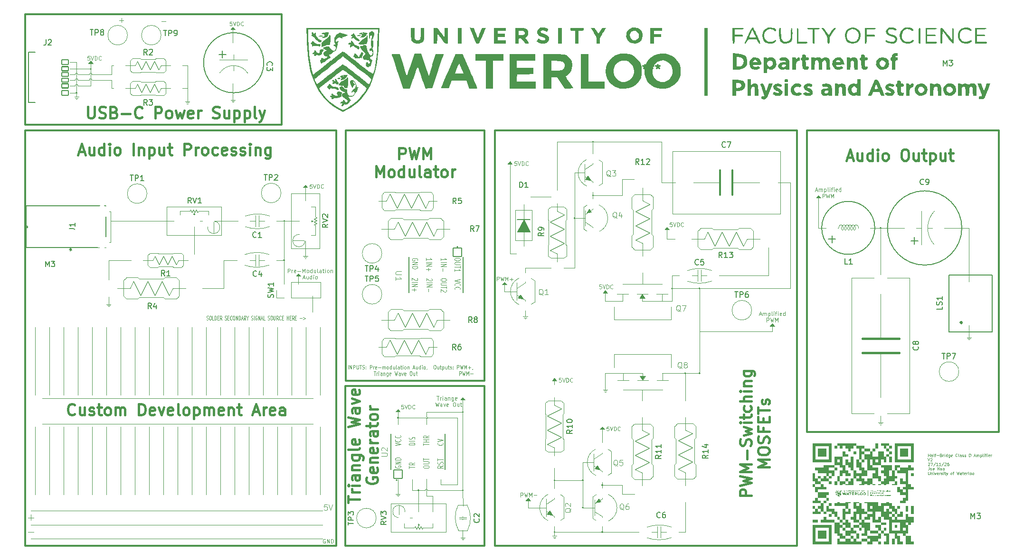
<source format=gbr>
%TF.GenerationSoftware,KiCad,Pcbnew,9.0.4*%
%TF.CreationDate,2025-12-01T10:50:38-05:00*%
%TF.ProjectId,Class D Amplifier V2,436c6173-7320-4442-9041-6d706c696669,rev?*%
%TF.SameCoordinates,Original*%
%TF.FileFunction,Legend,Top*%
%TF.FilePolarity,Positive*%
%FSLAX46Y46*%
G04 Gerber Fmt 4.6, Leading zero omitted, Abs format (unit mm)*
G04 Created by KiCad (PCBNEW 9.0.4) date 2025-12-01 10:50:38*
%MOMM*%
%LPD*%
G01*
G04 APERTURE LIST*
G04 Aperture macros list*
%AMRoundRect*
0 Rectangle with rounded corners*
0 $1 Rounding radius*
0 $2 $3 $4 $5 $6 $7 $8 $9 X,Y pos of 4 corners*
0 Add a 4 corners polygon primitive as box body*
4,1,4,$2,$3,$4,$5,$6,$7,$8,$9,$2,$3,0*
0 Add four circle primitives for the rounded corners*
1,1,$1+$1,$2,$3*
1,1,$1+$1,$4,$5*
1,1,$1+$1,$6,$7*
1,1,$1+$1,$8,$9*
0 Add four rect primitives between the rounded corners*
20,1,$1+$1,$2,$3,$4,$5,0*
20,1,$1+$1,$4,$5,$6,$7,0*
20,1,$1+$1,$6,$7,$8,$9,0*
20,1,$1+$1,$8,$9,$2,$3,0*%
G04 Aperture macros list end*
%ADD10C,0.100000*%
%ADD11C,0.300000*%
%ADD12C,0.200000*%
%ADD13C,0.200333*%
%ADD14C,0.200038*%
%ADD15C,0.400000*%
%ADD16C,0.125000*%
%ADD17C,0.150000*%
%ADD18C,0.120000*%
%ADD19C,0.000000*%
%ADD20C,0.127000*%
%ADD21C,0.152400*%
%ADD22C,0.010000*%
%ADD23C,2.400000*%
%ADD24O,2.400000X2.400000*%
%ADD25C,2.000000*%
%ADD26R,1.500000X1.500000*%
%ADD27C,1.500000*%
%ADD28RoundRect,0.102000X-0.750000X0.750000X-0.750000X-0.750000X0.750000X-0.750000X0.750000X0.750000X0*%
%ADD29C,1.704000*%
%ADD30C,3.200000*%
%ADD31C,2.800000*%
%ADD32R,2.200000X2.200000*%
%ADD33O,2.200000X2.200000*%
%ADD34R,2.000000X2.000000*%
%ADD35C,1.600000*%
%ADD36RoundRect,0.102000X-0.600000X0.350000X-0.600000X-0.350000X0.600000X-0.350000X0.600000X0.350000X0*%
%ADD37RoundRect,0.102000X-0.600000X0.380000X-0.600000X-0.380000X0.600000X-0.380000X0.600000X0.380000X0*%
%ADD38RoundRect,0.102000X-0.600000X0.400000X-0.600000X-0.400000X0.600000X-0.400000X0.600000X0.400000X0*%
%ADD39C,0.990600*%
%ADD40O,2.500000X2.000000*%
%ADD41C,2.704000*%
%ADD42RoundRect,0.102000X0.750000X-0.750000X0.750000X0.750000X-0.750000X0.750000X-0.750000X-0.750000X0*%
%ADD43R,1.905000X2.000000*%
%ADD44O,1.905000X2.000000*%
G04 APERTURE END LIST*
D10*
X107000000Y-85270000D02*
X103440000Y-85270000D01*
X168740000Y-59340000D02*
X168940000Y-59340000D01*
X142400000Y-33990000D02*
X141599999Y-33990000D01*
X142000000Y-33540000D01*
X142400000Y-33990000D01*
G36*
X142400000Y-33990000D02*
G01*
X141599999Y-33990000D01*
X142000000Y-33540000D01*
X142400000Y-33990000D01*
G37*
X94940000Y-92690000D02*
X94940000Y-93690000D01*
X168440000Y-58940000D02*
X169240000Y-58940000D01*
D11*
X139930000Y-22000000D02*
X174139985Y-22000000D01*
X174139985Y-75840000D01*
X139930000Y-75840000D01*
X139930000Y-22000000D01*
D10*
X29100000Y-16800000D02*
X29900000Y-16800000D01*
X8500000Y-14000000D02*
X9500000Y-14000000D01*
X87000000Y-44010000D02*
X87000000Y-28000000D01*
X46750000Y-38150000D02*
X46750000Y-49550000D01*
X168840000Y-57670000D02*
X168840000Y-57150000D01*
X15850000Y-41950000D02*
X15350000Y-41950000D01*
D12*
X78700000Y-86240000D02*
G75*
G02*
X78500000Y-86240000I-100000J0D01*
G01*
X78500000Y-86240000D02*
G75*
G02*
X78700000Y-86240000I100000J0D01*
G01*
D10*
X73230000Y-90250000D02*
X73230000Y-87250000D01*
X50520000Y-43710000D02*
X50520000Y-44410000D01*
D12*
X100100000Y-84440000D02*
G75*
G02*
X99900000Y-84440000I-100000J0D01*
G01*
X99900000Y-84440000D02*
G75*
G02*
X100100000Y-84440000I100000J0D01*
G01*
D10*
X98500000Y-46530000D02*
X96600000Y-46530000D01*
X15460000Y-45150000D02*
X15460000Y-48620000D01*
X72100000Y-73050000D02*
G75*
G02*
X72100000Y-73450000I0J-200000D01*
G01*
X78600000Y-86240000D02*
X78600000Y-72250000D01*
X94940000Y-67400000D02*
X94940000Y-66190000D01*
X31550000Y-38150000D02*
X32400000Y-38150000D01*
X124290000Y-47880000D02*
X133080000Y-47880000D01*
X152980000Y-74530000D02*
X153180000Y-74530000D01*
X49290000Y-49470000D02*
X49290000Y-47540000D01*
X27350000Y-38145000D02*
X15850000Y-38145000D01*
X74640000Y-85250000D02*
X77600000Y-85250000D01*
X29500000Y-10394000D02*
X29500000Y-14444000D01*
D12*
X46850000Y-38150000D02*
G75*
G02*
X46650000Y-38150000I-100000J0D01*
G01*
X46650000Y-38150000D02*
G75*
G02*
X46850000Y-38150000I100000J0D01*
G01*
D10*
X16000000Y-14444000D02*
X16400000Y-14444000D01*
X116500000Y-31280000D02*
X114000000Y-31280000D01*
X103900000Y-68690000D02*
X104100000Y-68690000D01*
X29400000Y-17200000D02*
X29600000Y-17200000D01*
X168840000Y-58240000D02*
X168840000Y-58940000D01*
X78590000Y-72250000D02*
X78590000Y-69600000D01*
X134800000Y-31280000D02*
X137000000Y-31280000D01*
X89740000Y-54487759D02*
X89740000Y-54180000D01*
X153080000Y-73430000D02*
X153080000Y-72910000D01*
X12250000Y-11000000D02*
X12250000Y-14000000D01*
X101790000Y-24000000D02*
X95440000Y-24000000D01*
X74640000Y-84250000D02*
X74640000Y-85250000D01*
X103440000Y-85800000D02*
X103440000Y-84780000D01*
X32160000Y-50150000D02*
X36000000Y-50150000D01*
X109990000Y-93690000D02*
X103440000Y-93690000D01*
X69900000Y-91170000D02*
X68930000Y-91170000D01*
D11*
X57630000Y-67610000D02*
X82490000Y-67610000D01*
X82490000Y-96150000D01*
X57630000Y-96150000D01*
X57630000Y-67610000D01*
D10*
X104000000Y-67650000D02*
X104000000Y-65330000D01*
X168590000Y-59140000D02*
X169090000Y-59140000D01*
X94940000Y-82230000D02*
X94940000Y-85910000D01*
X51830000Y-51470000D02*
X51830000Y-54520000D01*
X88100000Y-44010000D02*
X87000000Y-44010000D01*
X9500000Y-16200000D02*
X10000000Y-16200000D01*
X70690000Y-90250000D02*
X70690000Y-86240000D01*
X164420000Y-39390000D02*
X168840000Y-39390000D01*
X8500000Y-9800000D02*
X9750000Y-9800000D01*
X103600000Y-68290000D02*
X104400000Y-68290000D01*
X102090000Y-89327500D02*
X100000000Y-89327500D01*
X38011808Y-3950000D02*
X37211807Y-3950000D01*
X37611808Y-3500000D01*
X38011808Y-3950000D01*
G36*
X38011808Y-3950000D02*
G01*
X37211807Y-3950000D01*
X37611808Y-3500000D01*
X38011808Y-3950000D01*
G37*
X89340000Y-55187759D02*
X90140000Y-55187759D01*
X168840000Y-49420000D02*
X168840000Y-39390000D01*
X67420000Y-72200000D02*
X66619999Y-72200000D01*
X67020000Y-71750000D01*
X67420000Y-72200000D01*
G36*
X67420000Y-72200000D02*
G01*
X66619999Y-72200000D01*
X67020000Y-71750000D01*
X67420000Y-72200000D01*
G37*
X73230000Y-87250000D02*
X72100000Y-87250000D01*
D12*
X101890000Y-24000000D02*
G75*
G02*
X101690000Y-24000000I-100000J0D01*
G01*
X101690000Y-24000000D02*
G75*
G02*
X101890000Y-24000000I100000J0D01*
G01*
D10*
X12500000Y-12000000D02*
X16000000Y-12000000D01*
X114000000Y-24000000D02*
X101790000Y-24000000D01*
D12*
X100100000Y-89330000D02*
G75*
G02*
X99900000Y-89330000I-100000J0D01*
G01*
X99900000Y-89330000D02*
G75*
G02*
X100100000Y-89330000I100000J0D01*
G01*
D10*
X45380000Y-45150000D02*
X46750000Y-45150000D01*
X152830000Y-74330000D02*
X153330000Y-74330000D01*
D12*
X118340000Y-65330000D02*
G75*
G02*
X118140000Y-65330000I-100000J0D01*
G01*
X118140000Y-65330000D02*
G75*
G02*
X118340000Y-65330000I100000J0D01*
G01*
X98600000Y-37637500D02*
G75*
G02*
X98400000Y-37637500I-100000J0D01*
G01*
X98400000Y-37637500D02*
G75*
G02*
X98600000Y-37637500I100000J0D01*
G01*
D10*
X114000000Y-31280000D02*
X114000000Y-24000000D01*
X118240000Y-65330000D02*
X118240000Y-70220000D01*
X151090000Y-39380000D02*
X157300000Y-39380000D01*
X93440000Y-89347500D02*
X90250000Y-89347500D01*
D13*
X103540166Y-85290000D02*
G75*
G02*
X103339834Y-85290000I-100166J0D01*
G01*
X103339834Y-85290000D02*
G75*
G02*
X103540166Y-85290000I100166J0D01*
G01*
D12*
X67120000Y-73250000D02*
G75*
G02*
X66920000Y-73250000I-100000J0D01*
G01*
X66920000Y-73250000D02*
G75*
G02*
X67120000Y-73250000I100000J0D01*
G01*
D10*
X94950000Y-84440000D02*
X100000000Y-84440000D01*
X101790000Y-24000000D02*
X101790000Y-26100000D01*
X9750000Y-9800000D02*
X9750000Y-15300000D01*
D14*
X120893349Y-65330001D02*
G75*
G02*
X120693311Y-65330001I-100019J0D01*
G01*
X120693311Y-65330001D02*
G75*
G02*
X120893349Y-65330001I100019J0D01*
G01*
D10*
X29500000Y-14444000D02*
X28550000Y-14444000D01*
X15360000Y-53410000D02*
X15560000Y-53410000D01*
D12*
X70790000Y-86240000D02*
G75*
G02*
X70590000Y-86240000I-100000J0D01*
G01*
X70590000Y-86240000D02*
G75*
G02*
X70790000Y-86240000I100000J0D01*
G01*
D10*
X109150000Y-30710000D02*
X107000000Y-30710000D01*
X120790000Y-57840000D02*
X133760000Y-57840000D01*
X38380000Y-45150000D02*
X36000000Y-45150000D01*
X8500000Y-13000000D02*
X9500000Y-13000000D01*
X114100000Y-52430000D02*
X115890000Y-52430000D01*
X95440000Y-24000000D02*
X95440000Y-32600000D01*
X98500000Y-29537759D02*
X100290000Y-29537759D01*
X107080000Y-65327500D02*
X104000000Y-65330000D01*
X9350000Y-16000000D02*
X10150000Y-16000000D01*
X89490000Y-55387759D02*
X89990000Y-55387759D01*
X37220000Y-16530000D02*
X38020000Y-16530000D01*
X67020000Y-74500000D02*
X67020000Y-72250000D01*
X12500000Y-13000000D02*
X16000000Y-13000000D01*
X28550000Y-10394000D02*
X29500000Y-10394000D01*
X104000000Y-67590000D02*
X104000000Y-68290000D01*
X94690000Y-94590000D02*
X95190000Y-94590000D01*
D12*
X115990000Y-50200000D02*
G75*
G02*
X115790000Y-50200000I-100000J0D01*
G01*
X115790000Y-50200000D02*
G75*
G02*
X115990000Y-50200000I100000J0D01*
G01*
D10*
X37370000Y-16730000D02*
X37870000Y-16730000D01*
D11*
X590000Y-1200000D02*
X46275000Y-1200000D01*
X46275000Y-21000000D01*
X590000Y-21000000D01*
X590000Y-1200000D01*
D10*
X16000000Y-12000000D02*
X16000000Y-10394000D01*
X12000000Y-13000000D02*
G75*
G02*
X12500000Y-13000000I250000J0D01*
G01*
X103440000Y-76750000D02*
X103440000Y-75330000D01*
X98500000Y-37637500D02*
X98500000Y-46530000D01*
X72100000Y-73450000D02*
X72100000Y-74500000D01*
X120790000Y-65330000D02*
X120790000Y-50350000D01*
X94300000Y-33830000D02*
X90700000Y-33830000D01*
X116390000Y-41330000D02*
X115000000Y-41330000D01*
X34110000Y-38150000D02*
X38470000Y-38150000D01*
X9750000Y-15300000D02*
X9750000Y-16000000D01*
D12*
X101890000Y-33575000D02*
G75*
G02*
X101690000Y-33575000I-100000J0D01*
G01*
X101690000Y-33575000D02*
G75*
G02*
X101890000Y-33575000I100000J0D01*
G01*
D10*
X114080000Y-65327500D02*
X120790000Y-65330000D01*
X50270000Y-44610000D02*
X50770000Y-44610000D01*
D12*
X103540000Y-93690000D02*
G75*
G02*
X103340000Y-93690000I-100000J0D01*
G01*
X103340000Y-93690000D02*
G75*
G02*
X103540000Y-93690000I100000J0D01*
G01*
D10*
X101940000Y-81220000D02*
X100000000Y-81220000D01*
X78590000Y-72250000D02*
X72100000Y-72250000D01*
X10000000Y-13000000D02*
X12000000Y-13000000D01*
D11*
X590000Y-22000000D02*
X56000000Y-22000000D01*
X56000000Y-96130000D01*
X590000Y-96130000D01*
X590000Y-22000000D01*
D10*
X98500000Y-37637500D02*
X98500000Y-29537759D01*
X78600000Y-93350000D02*
X78600000Y-94050000D01*
X67020000Y-85250000D02*
X67020000Y-86250000D01*
X8500000Y-15250000D02*
X9750000Y-15250000D01*
X37615000Y-6500000D02*
X37615000Y-4000000D01*
X15210000Y-53210000D02*
X15710000Y-53210000D01*
X94840000Y-94790000D02*
X95040000Y-94790000D01*
X9500000Y-12000000D02*
G75*
G02*
X10000000Y-12000000I250000J0D01*
G01*
X153080000Y-73430000D02*
X153080000Y-74130000D01*
X152680000Y-74130000D02*
X153480000Y-74130000D01*
X11500000Y-14000000D02*
X12250000Y-14000000D01*
X117090000Y-93690000D02*
X118240000Y-93690000D01*
X94940000Y-93690000D02*
X94940000Y-94390000D01*
X168840000Y-56640000D02*
X168840000Y-58240000D01*
X153080000Y-39380000D02*
X153080000Y-47710000D01*
X100000000Y-89327500D02*
X100000000Y-81220000D01*
X86400000Y-49490000D02*
X85599999Y-49490000D01*
X86000000Y-49040000D01*
X86400000Y-49490000D01*
G36*
X86400000Y-49490000D02*
G01*
X85599999Y-49490000D01*
X86000000Y-49040000D01*
X86400000Y-49490000D01*
G37*
X29250000Y-17000000D02*
X29750000Y-17000000D01*
X107100000Y-52430000D02*
X104000000Y-52430000D01*
X15850000Y-36450000D02*
X15540000Y-36450000D01*
X87400000Y-27960000D02*
X86599999Y-27960000D01*
X87000000Y-27510000D01*
X87400000Y-27960000D01*
G36*
X87400000Y-27960000D02*
G01*
X86599999Y-27960000D01*
X87000000Y-27510000D01*
X87400000Y-27960000D01*
G37*
X49690000Y-47990000D02*
X48889999Y-47990000D01*
X49290000Y-47540000D01*
X49690000Y-47990000D01*
G36*
X49690000Y-47990000D02*
G01*
X48889999Y-47990000D01*
X49290000Y-47540000D01*
X49690000Y-47990000D01*
G37*
X110580000Y-68327500D02*
X110580000Y-70250000D01*
X104398598Y-50990000D02*
X103598597Y-50990000D01*
X103998598Y-50540000D01*
X104398598Y-50990000D01*
G36*
X104398598Y-50990000D02*
G01*
X103598597Y-50990000D01*
X103998598Y-50540000D01*
X104398598Y-50990000D01*
G37*
D12*
X120890000Y-50200000D02*
G75*
G02*
X120690000Y-50200000I-100000J0D01*
G01*
X120690000Y-50200000D02*
G75*
G02*
X120890000Y-50200000I100000J0D01*
G01*
D10*
X16000000Y-13000000D02*
X16000000Y-14444000D01*
X50914776Y-32120000D02*
X50114775Y-32120000D01*
X50514776Y-31670000D01*
X50914776Y-32120000D01*
G36*
X50914776Y-32120000D02*
G01*
X50114775Y-32120000D01*
X50514776Y-31670000D01*
X50914776Y-32120000D01*
G37*
X78600000Y-93970000D02*
X78600000Y-94670000D01*
X78200000Y-94670000D02*
X79000000Y-94670000D01*
D12*
X12350000Y-11000000D02*
G75*
G02*
X12150000Y-11000000I-100000J0D01*
G01*
X12150000Y-11000000D02*
G75*
G02*
X12350000Y-11000000I100000J0D01*
G01*
X95040000Y-93690000D02*
G75*
G02*
X94840000Y-93690000I-100000J0D01*
G01*
X94840000Y-93690000D02*
G75*
G02*
X95040000Y-93690000I100000J0D01*
G01*
D10*
X101790000Y-34200000D02*
X101790000Y-32950000D01*
X77590000Y-73250000D02*
X67030000Y-73250000D01*
X86000000Y-50760000D02*
X86000000Y-49520000D01*
X50520000Y-34510000D02*
X50520000Y-32120000D01*
X77600000Y-85250000D02*
X77590000Y-73250000D01*
X107000000Y-86940000D02*
X107000000Y-85270000D01*
X72100000Y-84240000D02*
X72100000Y-87250000D01*
D11*
X57725000Y-22000000D02*
X82490000Y-22000000D01*
X82490000Y-66680000D01*
X57725000Y-66680000D01*
X57725000Y-22000000D01*
D10*
X29500000Y-16100000D02*
X29500000Y-16800000D01*
X66920000Y-87290000D02*
X67120000Y-87290000D01*
X72100000Y-72250000D02*
X72100000Y-73050000D01*
X69560000Y-84250000D02*
X69560000Y-86240000D01*
X50120000Y-44410000D02*
X50920000Y-44410000D01*
X67020000Y-84250000D02*
X67020000Y-85250000D01*
X103440000Y-77670000D02*
X103440000Y-76690000D01*
X50520000Y-43710000D02*
X50520000Y-41540000D01*
X16000000Y-10394000D02*
X16400000Y-10394000D01*
X115890000Y-50200000D02*
X135250000Y-50200000D01*
X103750000Y-68490000D02*
X104250000Y-68490000D01*
X90250000Y-89347500D02*
X90250000Y-88107500D01*
X70690000Y-86240000D02*
X71900000Y-86240000D01*
X88240000Y-50760000D02*
X86000000Y-50760000D01*
X137000000Y-50200000D02*
X137000000Y-31280000D01*
D11*
X84330000Y-22000000D02*
X138140000Y-22000000D01*
X138140000Y-96150000D01*
X84330000Y-96150000D01*
X84330000Y-22000000D01*
D12*
X95040000Y-84440000D02*
G75*
G02*
X94840000Y-84440000I-100000J0D01*
G01*
X94840000Y-84440000D02*
G75*
G02*
X95040000Y-84440000I100000J0D01*
G01*
D10*
X78350000Y-94870000D02*
X78850000Y-94870000D01*
X89740000Y-46530000D02*
X94350000Y-46530000D01*
X71900000Y-86240000D02*
G75*
G02*
X72300000Y-86240000I200000J0D01*
G01*
D13*
X46850166Y-45150000D02*
G75*
G02*
X46649834Y-45150000I-100166J0D01*
G01*
X46649834Y-45150000D02*
G75*
G02*
X46850166Y-45150000I100166J0D01*
G01*
D10*
X100440000Y-37637500D02*
X98500000Y-37637500D01*
X89740000Y-47370000D02*
X89740000Y-46530000D01*
X89640000Y-55587759D02*
X89840000Y-55587759D01*
X15850000Y-36450000D02*
X15850000Y-41950000D01*
X9500000Y-14000000D02*
G75*
G02*
X10000000Y-14000000I250000J0D01*
G01*
X9500000Y-12000000D02*
X8500000Y-12000000D01*
X135185000Y-50200000D02*
X137000000Y-50200000D01*
X104000000Y-52430000D02*
X104000000Y-51010000D01*
X107000000Y-33575000D02*
X107000000Y-30710000D01*
X10000000Y-14000000D02*
X11500000Y-14000000D01*
X95338598Y-66640000D02*
X94538597Y-66640000D01*
X94938598Y-66190000D01*
X95338598Y-66640000D01*
G36*
X95338598Y-66640000D02*
G01*
X94538597Y-66640000D01*
X94938598Y-66190000D01*
X95338598Y-66640000D01*
G37*
X115400000Y-39660000D02*
X114599999Y-39660000D01*
X115000000Y-39210000D01*
X115400000Y-39660000D01*
G36*
X115400000Y-39660000D02*
G01*
X114599999Y-39660000D01*
X115000000Y-39210000D01*
X115400000Y-39660000D01*
G37*
X103838598Y-75310000D02*
X103038597Y-75310000D01*
X103438598Y-74860000D01*
X103838598Y-75310000D01*
G36*
X103838598Y-75310000D02*
G01*
X103038597Y-75310000D01*
X103438598Y-74860000D01*
X103838598Y-75310000D01*
G37*
X143400000Y-39380000D02*
X142000000Y-39380000D01*
X15460000Y-52310000D02*
X15460000Y-53010000D01*
X94540000Y-94390000D02*
X95340000Y-94390000D01*
X133760000Y-57840000D02*
X133760000Y-56460000D01*
X29500000Y-14444000D02*
X29500000Y-16100000D01*
X50420000Y-44810000D02*
X50620000Y-44810000D01*
X78500000Y-95070000D02*
X78700000Y-95070000D01*
X9500000Y-13000000D02*
G75*
G02*
X10000000Y-13000000I250000J0D01*
G01*
X78990000Y-70050000D02*
X78189999Y-70050000D01*
X78590000Y-69600000D01*
X78990000Y-70050000D01*
G36*
X78990000Y-70050000D02*
G01*
X78189999Y-70050000D01*
X78590000Y-69600000D01*
X78990000Y-70050000D01*
G37*
X115000000Y-41330000D02*
X115000000Y-39670000D01*
X15060000Y-53010000D02*
X15860000Y-53010000D01*
X12000000Y-12000000D02*
X10000000Y-12000000D01*
X67020000Y-86190000D02*
X67020000Y-86890000D01*
X66770000Y-87090000D02*
X67270000Y-87090000D01*
X66620000Y-86890000D02*
X67420000Y-86890000D01*
X101790000Y-33575000D02*
X107000000Y-33575000D01*
X110640000Y-47400000D02*
X110640000Y-49430000D01*
X118240000Y-93690000D02*
X118240000Y-88360000D01*
X8500000Y-11000000D02*
X12250000Y-11000000D01*
X72300000Y-86240000D02*
X78600000Y-86240000D01*
X78600000Y-86240000D02*
X78601866Y-89050000D01*
X36000000Y-45150000D02*
X36000000Y-50140000D01*
X37620000Y-15830000D02*
X37620000Y-16530000D01*
X109200000Y-86940000D02*
X107000000Y-86940000D01*
X19540000Y-45150000D02*
X15460000Y-45150000D01*
X142000000Y-39380000D02*
X142000000Y-33540000D01*
X15460000Y-51680000D02*
X15460000Y-52340000D01*
X90650000Y-88077500D02*
X89849999Y-88077500D01*
X90250000Y-87627500D01*
X90650000Y-88077500D01*
G36*
X90650000Y-88077500D02*
G01*
X89849999Y-88077500D01*
X90250000Y-87627500D01*
X90650000Y-88077500D01*
G37*
X37520000Y-16930000D02*
X37720000Y-16930000D01*
X89740000Y-54487759D02*
X89740000Y-55187759D01*
X94940000Y-93690000D02*
X103440000Y-93690000D01*
X45330000Y-38150000D02*
X49540000Y-38150000D01*
X133080000Y-42900000D02*
X133080000Y-47880000D01*
X134160000Y-56910000D02*
X133359999Y-56910000D01*
X133760000Y-56460000D01*
X134160000Y-56910000D01*
G36*
X134160000Y-56910000D02*
G01*
X133359999Y-56910000D01*
X133760000Y-56460000D01*
X134160000Y-56910000D01*
G37*
X115890000Y-52430000D02*
X115890000Y-47880000D01*
D12*
X78690000Y-72250000D02*
G75*
G02*
X78490000Y-72250000I-100000J0D01*
G01*
X78490000Y-72250000D02*
G75*
G02*
X78690000Y-72250000I100000J0D01*
G01*
D10*
X115890000Y-47880000D02*
X117190000Y-47880000D01*
X103440000Y-93690000D02*
X103440000Y-92690000D01*
X37615000Y-13600000D02*
X37615000Y-15900000D01*
X69560000Y-86240000D02*
X70690000Y-86240000D01*
D12*
X9850000Y-15250000D02*
G75*
G02*
X9650000Y-15250000I-100000J0D01*
G01*
X9650000Y-15250000D02*
G75*
G02*
X9850000Y-15250000I100000J0D01*
G01*
D10*
X12250000Y-11000000D02*
X12250000Y-10000000D01*
X9650000Y-16400000D02*
X9850000Y-16400000D01*
X12000000Y-12000000D02*
G75*
G02*
X12500000Y-12000000I250000J0D01*
G01*
X12650000Y-10000000D02*
X11850000Y-10000000D01*
X12250000Y-9550000D01*
X12650000Y-10000000D01*
G36*
X12650000Y-10000000D02*
G01*
X11850000Y-10000000D01*
X12250000Y-9550000D01*
X12650000Y-10000000D01*
G37*
X30700000Y-39050000D02*
X30700000Y-44130000D01*
D12*
X153180000Y-39380000D02*
G75*
G02*
X152980000Y-39380000I-100000J0D01*
G01*
X152980000Y-39380000D02*
G75*
G02*
X153180000Y-39380000I100000J0D01*
G01*
D10*
X103295789Y-49529133D02*
X102962455Y-49529133D01*
X102962455Y-49529133D02*
X102929122Y-49862466D01*
X102929122Y-49862466D02*
X102962455Y-49829133D01*
X102962455Y-49829133D02*
X103029122Y-49795800D01*
X103029122Y-49795800D02*
X103195789Y-49795800D01*
X103195789Y-49795800D02*
X103262455Y-49829133D01*
X103262455Y-49829133D02*
X103295789Y-49862466D01*
X103295789Y-49862466D02*
X103329122Y-49929133D01*
X103329122Y-49929133D02*
X103329122Y-50095800D01*
X103329122Y-50095800D02*
X103295789Y-50162466D01*
X103295789Y-50162466D02*
X103262455Y-50195800D01*
X103262455Y-50195800D02*
X103195789Y-50229133D01*
X103195789Y-50229133D02*
X103029122Y-50229133D01*
X103029122Y-50229133D02*
X102962455Y-50195800D01*
X102962455Y-50195800D02*
X102929122Y-50162466D01*
X103529122Y-49529133D02*
X103762456Y-50229133D01*
X103762456Y-50229133D02*
X103995789Y-49529133D01*
X104229122Y-50229133D02*
X104229122Y-49529133D01*
X104229122Y-49529133D02*
X104395789Y-49529133D01*
X104395789Y-49529133D02*
X104495789Y-49562466D01*
X104495789Y-49562466D02*
X104562456Y-49629133D01*
X104562456Y-49629133D02*
X104595789Y-49695800D01*
X104595789Y-49695800D02*
X104629122Y-49829133D01*
X104629122Y-49829133D02*
X104629122Y-49929133D01*
X104629122Y-49929133D02*
X104595789Y-50062466D01*
X104595789Y-50062466D02*
X104562456Y-50129133D01*
X104562456Y-50129133D02*
X104495789Y-50195800D01*
X104495789Y-50195800D02*
X104395789Y-50229133D01*
X104395789Y-50229133D02*
X104229122Y-50229133D01*
X105329122Y-50162466D02*
X105295789Y-50195800D01*
X105295789Y-50195800D02*
X105195789Y-50229133D01*
X105195789Y-50229133D02*
X105129122Y-50229133D01*
X105129122Y-50229133D02*
X105029122Y-50195800D01*
X105029122Y-50195800D02*
X104962456Y-50129133D01*
X104962456Y-50129133D02*
X104929122Y-50062466D01*
X104929122Y-50062466D02*
X104895789Y-49929133D01*
X104895789Y-49929133D02*
X104895789Y-49829133D01*
X104895789Y-49829133D02*
X104929122Y-49695800D01*
X104929122Y-49695800D02*
X104962456Y-49629133D01*
X104962456Y-49629133D02*
X105029122Y-49562466D01*
X105029122Y-49562466D02*
X105129122Y-49529133D01*
X105129122Y-49529133D02*
X105195789Y-49529133D01*
X105195789Y-49529133D02*
X105295789Y-49562466D01*
X105295789Y-49562466D02*
X105329122Y-49595800D01*
X17368884Y-2311466D02*
X18130789Y-2311466D01*
X17749836Y-2692419D02*
X17749836Y-1930514D01*
X51685789Y-31589133D02*
X51352455Y-31589133D01*
X51352455Y-31589133D02*
X51319122Y-31922466D01*
X51319122Y-31922466D02*
X51352455Y-31889133D01*
X51352455Y-31889133D02*
X51419122Y-31855800D01*
X51419122Y-31855800D02*
X51585789Y-31855800D01*
X51585789Y-31855800D02*
X51652455Y-31889133D01*
X51652455Y-31889133D02*
X51685789Y-31922466D01*
X51685789Y-31922466D02*
X51719122Y-31989133D01*
X51719122Y-31989133D02*
X51719122Y-32155800D01*
X51719122Y-32155800D02*
X51685789Y-32222466D01*
X51685789Y-32222466D02*
X51652455Y-32255800D01*
X51652455Y-32255800D02*
X51585789Y-32289133D01*
X51585789Y-32289133D02*
X51419122Y-32289133D01*
X51419122Y-32289133D02*
X51352455Y-32255800D01*
X51352455Y-32255800D02*
X51319122Y-32222466D01*
X51919122Y-31589133D02*
X52152456Y-32289133D01*
X52152456Y-32289133D02*
X52385789Y-31589133D01*
X52619122Y-32289133D02*
X52619122Y-31589133D01*
X52619122Y-31589133D02*
X52785789Y-31589133D01*
X52785789Y-31589133D02*
X52885789Y-31622466D01*
X52885789Y-31622466D02*
X52952456Y-31689133D01*
X52952456Y-31689133D02*
X52985789Y-31755800D01*
X52985789Y-31755800D02*
X53019122Y-31889133D01*
X53019122Y-31889133D02*
X53019122Y-31989133D01*
X53019122Y-31989133D02*
X52985789Y-32122466D01*
X52985789Y-32122466D02*
X52952456Y-32189133D01*
X52952456Y-32189133D02*
X52885789Y-32255800D01*
X52885789Y-32255800D02*
X52785789Y-32289133D01*
X52785789Y-32289133D02*
X52619122Y-32289133D01*
X53719122Y-32222466D02*
X53685789Y-32255800D01*
X53685789Y-32255800D02*
X53585789Y-32289133D01*
X53585789Y-32289133D02*
X53519122Y-32289133D01*
X53519122Y-32289133D02*
X53419122Y-32255800D01*
X53419122Y-32255800D02*
X53352456Y-32189133D01*
X53352456Y-32189133D02*
X53319122Y-32122466D01*
X53319122Y-32122466D02*
X53285789Y-31989133D01*
X53285789Y-31989133D02*
X53285789Y-31889133D01*
X53285789Y-31889133D02*
X53319122Y-31755800D01*
X53319122Y-31755800D02*
X53352456Y-31689133D01*
X53352456Y-31689133D02*
X53419122Y-31622466D01*
X53419122Y-31622466D02*
X53519122Y-31589133D01*
X53519122Y-31589133D02*
X53585789Y-31589133D01*
X53585789Y-31589133D02*
X53685789Y-31622466D01*
X53685789Y-31622466D02*
X53719122Y-31655800D01*
D15*
X67240476Y-27064550D02*
X67240476Y-25064550D01*
X67240476Y-25064550D02*
X68002381Y-25064550D01*
X68002381Y-25064550D02*
X68192857Y-25159788D01*
X68192857Y-25159788D02*
X68288095Y-25255026D01*
X68288095Y-25255026D02*
X68383333Y-25445502D01*
X68383333Y-25445502D02*
X68383333Y-25731216D01*
X68383333Y-25731216D02*
X68288095Y-25921692D01*
X68288095Y-25921692D02*
X68192857Y-26016931D01*
X68192857Y-26016931D02*
X68002381Y-26112169D01*
X68002381Y-26112169D02*
X67240476Y-26112169D01*
X69050000Y-25064550D02*
X69526190Y-27064550D01*
X69526190Y-27064550D02*
X69907143Y-25635978D01*
X69907143Y-25635978D02*
X70288095Y-27064550D01*
X70288095Y-27064550D02*
X70764286Y-25064550D01*
X71526190Y-27064550D02*
X71526190Y-25064550D01*
X71526190Y-25064550D02*
X72192857Y-26493121D01*
X72192857Y-26493121D02*
X72859523Y-25064550D01*
X72859523Y-25064550D02*
X72859523Y-27064550D01*
X63145238Y-30284438D02*
X63145238Y-28284438D01*
X63145238Y-28284438D02*
X63811905Y-29713009D01*
X63811905Y-29713009D02*
X64478571Y-28284438D01*
X64478571Y-28284438D02*
X64478571Y-30284438D01*
X65716666Y-30284438D02*
X65526190Y-30189200D01*
X65526190Y-30189200D02*
X65430952Y-30093961D01*
X65430952Y-30093961D02*
X65335714Y-29903485D01*
X65335714Y-29903485D02*
X65335714Y-29332057D01*
X65335714Y-29332057D02*
X65430952Y-29141580D01*
X65430952Y-29141580D02*
X65526190Y-29046342D01*
X65526190Y-29046342D02*
X65716666Y-28951104D01*
X65716666Y-28951104D02*
X66002381Y-28951104D01*
X66002381Y-28951104D02*
X66192857Y-29046342D01*
X66192857Y-29046342D02*
X66288095Y-29141580D01*
X66288095Y-29141580D02*
X66383333Y-29332057D01*
X66383333Y-29332057D02*
X66383333Y-29903485D01*
X66383333Y-29903485D02*
X66288095Y-30093961D01*
X66288095Y-30093961D02*
X66192857Y-30189200D01*
X66192857Y-30189200D02*
X66002381Y-30284438D01*
X66002381Y-30284438D02*
X65716666Y-30284438D01*
X68097619Y-30284438D02*
X68097619Y-28284438D01*
X68097619Y-30189200D02*
X67907143Y-30284438D01*
X67907143Y-30284438D02*
X67526190Y-30284438D01*
X67526190Y-30284438D02*
X67335714Y-30189200D01*
X67335714Y-30189200D02*
X67240476Y-30093961D01*
X67240476Y-30093961D02*
X67145238Y-29903485D01*
X67145238Y-29903485D02*
X67145238Y-29332057D01*
X67145238Y-29332057D02*
X67240476Y-29141580D01*
X67240476Y-29141580D02*
X67335714Y-29046342D01*
X67335714Y-29046342D02*
X67526190Y-28951104D01*
X67526190Y-28951104D02*
X67907143Y-28951104D01*
X67907143Y-28951104D02*
X68097619Y-29046342D01*
X69907143Y-28951104D02*
X69907143Y-30284438D01*
X69050000Y-28951104D02*
X69050000Y-29998723D01*
X69050000Y-29998723D02*
X69145238Y-30189200D01*
X69145238Y-30189200D02*
X69335714Y-30284438D01*
X69335714Y-30284438D02*
X69621429Y-30284438D01*
X69621429Y-30284438D02*
X69811905Y-30189200D01*
X69811905Y-30189200D02*
X69907143Y-30093961D01*
X71145238Y-30284438D02*
X70954762Y-30189200D01*
X70954762Y-30189200D02*
X70859524Y-29998723D01*
X70859524Y-29998723D02*
X70859524Y-28284438D01*
X72764286Y-30284438D02*
X72764286Y-29236819D01*
X72764286Y-29236819D02*
X72669048Y-29046342D01*
X72669048Y-29046342D02*
X72478572Y-28951104D01*
X72478572Y-28951104D02*
X72097619Y-28951104D01*
X72097619Y-28951104D02*
X71907143Y-29046342D01*
X72764286Y-30189200D02*
X72573810Y-30284438D01*
X72573810Y-30284438D02*
X72097619Y-30284438D01*
X72097619Y-30284438D02*
X71907143Y-30189200D01*
X71907143Y-30189200D02*
X71811905Y-29998723D01*
X71811905Y-29998723D02*
X71811905Y-29808247D01*
X71811905Y-29808247D02*
X71907143Y-29617771D01*
X71907143Y-29617771D02*
X72097619Y-29522533D01*
X72097619Y-29522533D02*
X72573810Y-29522533D01*
X72573810Y-29522533D02*
X72764286Y-29427295D01*
X73430953Y-28951104D02*
X74192857Y-28951104D01*
X73716667Y-28284438D02*
X73716667Y-29998723D01*
X73716667Y-29998723D02*
X73811905Y-30189200D01*
X73811905Y-30189200D02*
X74002381Y-30284438D01*
X74002381Y-30284438D02*
X74192857Y-30284438D01*
X75145238Y-30284438D02*
X74954762Y-30189200D01*
X74954762Y-30189200D02*
X74859524Y-30093961D01*
X74859524Y-30093961D02*
X74764286Y-29903485D01*
X74764286Y-29903485D02*
X74764286Y-29332057D01*
X74764286Y-29332057D02*
X74859524Y-29141580D01*
X74859524Y-29141580D02*
X74954762Y-29046342D01*
X74954762Y-29046342D02*
X75145238Y-28951104D01*
X75145238Y-28951104D02*
X75430953Y-28951104D01*
X75430953Y-28951104D02*
X75621429Y-29046342D01*
X75621429Y-29046342D02*
X75716667Y-29141580D01*
X75716667Y-29141580D02*
X75811905Y-29332057D01*
X75811905Y-29332057D02*
X75811905Y-29903485D01*
X75811905Y-29903485D02*
X75716667Y-30093961D01*
X75716667Y-30093961D02*
X75621429Y-30189200D01*
X75621429Y-30189200D02*
X75430953Y-30284438D01*
X75430953Y-30284438D02*
X75145238Y-30284438D01*
X76669048Y-30284438D02*
X76669048Y-28951104D01*
X76669048Y-29332057D02*
X76764286Y-29141580D01*
X76764286Y-29141580D02*
X76859524Y-29046342D01*
X76859524Y-29046342D02*
X77050000Y-28951104D01*
X77050000Y-28951104D02*
X77240477Y-28951104D01*
D10*
X37415789Y-2559133D02*
X37082455Y-2559133D01*
X37082455Y-2559133D02*
X37049122Y-2892466D01*
X37049122Y-2892466D02*
X37082455Y-2859133D01*
X37082455Y-2859133D02*
X37149122Y-2825800D01*
X37149122Y-2825800D02*
X37315789Y-2825800D01*
X37315789Y-2825800D02*
X37382455Y-2859133D01*
X37382455Y-2859133D02*
X37415789Y-2892466D01*
X37415789Y-2892466D02*
X37449122Y-2959133D01*
X37449122Y-2959133D02*
X37449122Y-3125800D01*
X37449122Y-3125800D02*
X37415789Y-3192466D01*
X37415789Y-3192466D02*
X37382455Y-3225800D01*
X37382455Y-3225800D02*
X37315789Y-3259133D01*
X37315789Y-3259133D02*
X37149122Y-3259133D01*
X37149122Y-3259133D02*
X37082455Y-3225800D01*
X37082455Y-3225800D02*
X37049122Y-3192466D01*
X37649122Y-2559133D02*
X37882456Y-3259133D01*
X37882456Y-3259133D02*
X38115789Y-2559133D01*
X38349122Y-3259133D02*
X38349122Y-2559133D01*
X38349122Y-2559133D02*
X38515789Y-2559133D01*
X38515789Y-2559133D02*
X38615789Y-2592466D01*
X38615789Y-2592466D02*
X38682456Y-2659133D01*
X38682456Y-2659133D02*
X38715789Y-2725800D01*
X38715789Y-2725800D02*
X38749122Y-2859133D01*
X38749122Y-2859133D02*
X38749122Y-2959133D01*
X38749122Y-2959133D02*
X38715789Y-3092466D01*
X38715789Y-3092466D02*
X38682456Y-3159133D01*
X38682456Y-3159133D02*
X38615789Y-3225800D01*
X38615789Y-3225800D02*
X38515789Y-3259133D01*
X38515789Y-3259133D02*
X38349122Y-3259133D01*
X39449122Y-3192466D02*
X39415789Y-3225800D01*
X39415789Y-3225800D02*
X39315789Y-3259133D01*
X39315789Y-3259133D02*
X39249122Y-3259133D01*
X39249122Y-3259133D02*
X39149122Y-3225800D01*
X39149122Y-3225800D02*
X39082456Y-3159133D01*
X39082456Y-3159133D02*
X39049122Y-3092466D01*
X39049122Y-3092466D02*
X39015789Y-2959133D01*
X39015789Y-2959133D02*
X39015789Y-2859133D01*
X39015789Y-2859133D02*
X39049122Y-2725800D01*
X39049122Y-2725800D02*
X39082456Y-2659133D01*
X39082456Y-2659133D02*
X39149122Y-2592466D01*
X39149122Y-2592466D02*
X39249122Y-2559133D01*
X39249122Y-2559133D02*
X39315789Y-2559133D01*
X39315789Y-2559133D02*
X39415789Y-2592466D01*
X39415789Y-2592466D02*
X39449122Y-2625800D01*
X104615789Y-74869133D02*
X104282455Y-74869133D01*
X104282455Y-74869133D02*
X104249122Y-75202466D01*
X104249122Y-75202466D02*
X104282455Y-75169133D01*
X104282455Y-75169133D02*
X104349122Y-75135800D01*
X104349122Y-75135800D02*
X104515789Y-75135800D01*
X104515789Y-75135800D02*
X104582455Y-75169133D01*
X104582455Y-75169133D02*
X104615789Y-75202466D01*
X104615789Y-75202466D02*
X104649122Y-75269133D01*
X104649122Y-75269133D02*
X104649122Y-75435800D01*
X104649122Y-75435800D02*
X104615789Y-75502466D01*
X104615789Y-75502466D02*
X104582455Y-75535800D01*
X104582455Y-75535800D02*
X104515789Y-75569133D01*
X104515789Y-75569133D02*
X104349122Y-75569133D01*
X104349122Y-75569133D02*
X104282455Y-75535800D01*
X104282455Y-75535800D02*
X104249122Y-75502466D01*
X104849122Y-74869133D02*
X105082456Y-75569133D01*
X105082456Y-75569133D02*
X105315789Y-74869133D01*
X105549122Y-75569133D02*
X105549122Y-74869133D01*
X105549122Y-74869133D02*
X105715789Y-74869133D01*
X105715789Y-74869133D02*
X105815789Y-74902466D01*
X105815789Y-74902466D02*
X105882456Y-74969133D01*
X105882456Y-74969133D02*
X105915789Y-75035800D01*
X105915789Y-75035800D02*
X105949122Y-75169133D01*
X105949122Y-75169133D02*
X105949122Y-75269133D01*
X105949122Y-75269133D02*
X105915789Y-75402466D01*
X105915789Y-75402466D02*
X105882456Y-75469133D01*
X105882456Y-75469133D02*
X105815789Y-75535800D01*
X105815789Y-75535800D02*
X105715789Y-75569133D01*
X105715789Y-75569133D02*
X105549122Y-75569133D01*
X106649122Y-75502466D02*
X106615789Y-75535800D01*
X106615789Y-75535800D02*
X106515789Y-75569133D01*
X106515789Y-75569133D02*
X106449122Y-75569133D01*
X106449122Y-75569133D02*
X106349122Y-75535800D01*
X106349122Y-75535800D02*
X106282456Y-75469133D01*
X106282456Y-75469133D02*
X106249122Y-75402466D01*
X106249122Y-75402466D02*
X106215789Y-75269133D01*
X106215789Y-75269133D02*
X106215789Y-75169133D01*
X106215789Y-75169133D02*
X106249122Y-75035800D01*
X106249122Y-75035800D02*
X106282456Y-74969133D01*
X106282456Y-74969133D02*
X106349122Y-74902466D01*
X106349122Y-74902466D02*
X106449122Y-74869133D01*
X106449122Y-74869133D02*
X106515789Y-74869133D01*
X106515789Y-74869133D02*
X106615789Y-74902466D01*
X106615789Y-74902466D02*
X106649122Y-74935800D01*
D15*
X129994550Y-87192856D02*
X127994550Y-87192856D01*
X127994550Y-87192856D02*
X127994550Y-86430951D01*
X127994550Y-86430951D02*
X128089788Y-86240475D01*
X128089788Y-86240475D02*
X128185026Y-86145237D01*
X128185026Y-86145237D02*
X128375502Y-86049999D01*
X128375502Y-86049999D02*
X128661216Y-86049999D01*
X128661216Y-86049999D02*
X128851692Y-86145237D01*
X128851692Y-86145237D02*
X128946931Y-86240475D01*
X128946931Y-86240475D02*
X129042169Y-86430951D01*
X129042169Y-86430951D02*
X129042169Y-87192856D01*
X127994550Y-85383332D02*
X129994550Y-84907142D01*
X129994550Y-84907142D02*
X128565978Y-84526189D01*
X128565978Y-84526189D02*
X129994550Y-84145237D01*
X129994550Y-84145237D02*
X127994550Y-83669047D01*
X129994550Y-82907142D02*
X127994550Y-82907142D01*
X127994550Y-82907142D02*
X129423121Y-82240475D01*
X129423121Y-82240475D02*
X127994550Y-81573809D01*
X127994550Y-81573809D02*
X129994550Y-81573809D01*
X129232645Y-80621428D02*
X129232645Y-79097619D01*
X129899312Y-78240476D02*
X129994550Y-77954762D01*
X129994550Y-77954762D02*
X129994550Y-77478571D01*
X129994550Y-77478571D02*
X129899312Y-77288095D01*
X129899312Y-77288095D02*
X129804073Y-77192857D01*
X129804073Y-77192857D02*
X129613597Y-77097619D01*
X129613597Y-77097619D02*
X129423121Y-77097619D01*
X129423121Y-77097619D02*
X129232645Y-77192857D01*
X129232645Y-77192857D02*
X129137407Y-77288095D01*
X129137407Y-77288095D02*
X129042169Y-77478571D01*
X129042169Y-77478571D02*
X128946931Y-77859524D01*
X128946931Y-77859524D02*
X128851692Y-78050000D01*
X128851692Y-78050000D02*
X128756454Y-78145238D01*
X128756454Y-78145238D02*
X128565978Y-78240476D01*
X128565978Y-78240476D02*
X128375502Y-78240476D01*
X128375502Y-78240476D02*
X128185026Y-78145238D01*
X128185026Y-78145238D02*
X128089788Y-78050000D01*
X128089788Y-78050000D02*
X127994550Y-77859524D01*
X127994550Y-77859524D02*
X127994550Y-77383333D01*
X127994550Y-77383333D02*
X128089788Y-77097619D01*
X128661216Y-76430952D02*
X129994550Y-76050000D01*
X129994550Y-76050000D02*
X129042169Y-75669047D01*
X129042169Y-75669047D02*
X129994550Y-75288095D01*
X129994550Y-75288095D02*
X128661216Y-74907143D01*
X129994550Y-74145238D02*
X128661216Y-74145238D01*
X127994550Y-74145238D02*
X128089788Y-74240476D01*
X128089788Y-74240476D02*
X128185026Y-74145238D01*
X128185026Y-74145238D02*
X128089788Y-74050000D01*
X128089788Y-74050000D02*
X127994550Y-74145238D01*
X127994550Y-74145238D02*
X128185026Y-74145238D01*
X128661216Y-73478571D02*
X128661216Y-72716667D01*
X127994550Y-73192857D02*
X129708835Y-73192857D01*
X129708835Y-73192857D02*
X129899312Y-73097619D01*
X129899312Y-73097619D02*
X129994550Y-72907143D01*
X129994550Y-72907143D02*
X129994550Y-72716667D01*
X129899312Y-71192857D02*
X129994550Y-71383333D01*
X129994550Y-71383333D02*
X129994550Y-71764286D01*
X129994550Y-71764286D02*
X129899312Y-71954762D01*
X129899312Y-71954762D02*
X129804073Y-72050000D01*
X129804073Y-72050000D02*
X129613597Y-72145238D01*
X129613597Y-72145238D02*
X129042169Y-72145238D01*
X129042169Y-72145238D02*
X128851692Y-72050000D01*
X128851692Y-72050000D02*
X128756454Y-71954762D01*
X128756454Y-71954762D02*
X128661216Y-71764286D01*
X128661216Y-71764286D02*
X128661216Y-71383333D01*
X128661216Y-71383333D02*
X128756454Y-71192857D01*
X129994550Y-70335714D02*
X127994550Y-70335714D01*
X129994550Y-69478571D02*
X128946931Y-69478571D01*
X128946931Y-69478571D02*
X128756454Y-69573809D01*
X128756454Y-69573809D02*
X128661216Y-69764285D01*
X128661216Y-69764285D02*
X128661216Y-70050000D01*
X128661216Y-70050000D02*
X128756454Y-70240476D01*
X128756454Y-70240476D02*
X128851692Y-70335714D01*
X129994550Y-68526190D02*
X128661216Y-68526190D01*
X127994550Y-68526190D02*
X128089788Y-68621428D01*
X128089788Y-68621428D02*
X128185026Y-68526190D01*
X128185026Y-68526190D02*
X128089788Y-68430952D01*
X128089788Y-68430952D02*
X127994550Y-68526190D01*
X127994550Y-68526190D02*
X128185026Y-68526190D01*
X128661216Y-67573809D02*
X129994550Y-67573809D01*
X128851692Y-67573809D02*
X128756454Y-67478571D01*
X128756454Y-67478571D02*
X128661216Y-67288095D01*
X128661216Y-67288095D02*
X128661216Y-67002380D01*
X128661216Y-67002380D02*
X128756454Y-66811904D01*
X128756454Y-66811904D02*
X128946931Y-66716666D01*
X128946931Y-66716666D02*
X129994550Y-66716666D01*
X128661216Y-64907142D02*
X130280264Y-64907142D01*
X130280264Y-64907142D02*
X130470740Y-65002380D01*
X130470740Y-65002380D02*
X130565978Y-65097618D01*
X130565978Y-65097618D02*
X130661216Y-65288095D01*
X130661216Y-65288095D02*
X130661216Y-65573809D01*
X130661216Y-65573809D02*
X130565978Y-65764285D01*
X129899312Y-64907142D02*
X129994550Y-65097618D01*
X129994550Y-65097618D02*
X129994550Y-65478571D01*
X129994550Y-65478571D02*
X129899312Y-65669047D01*
X129899312Y-65669047D02*
X129804073Y-65764285D01*
X129804073Y-65764285D02*
X129613597Y-65859523D01*
X129613597Y-65859523D02*
X129042169Y-65859523D01*
X129042169Y-65859523D02*
X128851692Y-65764285D01*
X128851692Y-65764285D02*
X128756454Y-65669047D01*
X128756454Y-65669047D02*
X128661216Y-65478571D01*
X128661216Y-65478571D02*
X128661216Y-65097618D01*
X128661216Y-65097618D02*
X128756454Y-64907142D01*
X133214438Y-82050000D02*
X131214438Y-82050000D01*
X131214438Y-82050000D02*
X132643009Y-81383333D01*
X132643009Y-81383333D02*
X131214438Y-80716667D01*
X131214438Y-80716667D02*
X133214438Y-80716667D01*
X131214438Y-79383334D02*
X131214438Y-79002381D01*
X131214438Y-79002381D02*
X131309676Y-78811905D01*
X131309676Y-78811905D02*
X131500152Y-78621429D01*
X131500152Y-78621429D02*
X131881104Y-78526191D01*
X131881104Y-78526191D02*
X132547771Y-78526191D01*
X132547771Y-78526191D02*
X132928723Y-78621429D01*
X132928723Y-78621429D02*
X133119200Y-78811905D01*
X133119200Y-78811905D02*
X133214438Y-79002381D01*
X133214438Y-79002381D02*
X133214438Y-79383334D01*
X133214438Y-79383334D02*
X133119200Y-79573810D01*
X133119200Y-79573810D02*
X132928723Y-79764286D01*
X132928723Y-79764286D02*
X132547771Y-79859524D01*
X132547771Y-79859524D02*
X131881104Y-79859524D01*
X131881104Y-79859524D02*
X131500152Y-79764286D01*
X131500152Y-79764286D02*
X131309676Y-79573810D01*
X131309676Y-79573810D02*
X131214438Y-79383334D01*
X133119200Y-77764286D02*
X133214438Y-77478572D01*
X133214438Y-77478572D02*
X133214438Y-77002381D01*
X133214438Y-77002381D02*
X133119200Y-76811905D01*
X133119200Y-76811905D02*
X133023961Y-76716667D01*
X133023961Y-76716667D02*
X132833485Y-76621429D01*
X132833485Y-76621429D02*
X132643009Y-76621429D01*
X132643009Y-76621429D02*
X132452533Y-76716667D01*
X132452533Y-76716667D02*
X132357295Y-76811905D01*
X132357295Y-76811905D02*
X132262057Y-77002381D01*
X132262057Y-77002381D02*
X132166819Y-77383334D01*
X132166819Y-77383334D02*
X132071580Y-77573810D01*
X132071580Y-77573810D02*
X131976342Y-77669048D01*
X131976342Y-77669048D02*
X131785866Y-77764286D01*
X131785866Y-77764286D02*
X131595390Y-77764286D01*
X131595390Y-77764286D02*
X131404914Y-77669048D01*
X131404914Y-77669048D02*
X131309676Y-77573810D01*
X131309676Y-77573810D02*
X131214438Y-77383334D01*
X131214438Y-77383334D02*
X131214438Y-76907143D01*
X131214438Y-76907143D02*
X131309676Y-76621429D01*
X132166819Y-75097619D02*
X132166819Y-75764286D01*
X133214438Y-75764286D02*
X131214438Y-75764286D01*
X131214438Y-75764286D02*
X131214438Y-74811905D01*
X132166819Y-74050000D02*
X132166819Y-73383333D01*
X133214438Y-73097619D02*
X133214438Y-74050000D01*
X133214438Y-74050000D02*
X131214438Y-74050000D01*
X131214438Y-74050000D02*
X131214438Y-73097619D01*
X131214438Y-72526190D02*
X131214438Y-71383333D01*
X133214438Y-71954762D02*
X131214438Y-71954762D01*
X133119200Y-70811904D02*
X133214438Y-70621428D01*
X133214438Y-70621428D02*
X133214438Y-70240476D01*
X133214438Y-70240476D02*
X133119200Y-70049999D01*
X133119200Y-70049999D02*
X132928723Y-69954761D01*
X132928723Y-69954761D02*
X132833485Y-69954761D01*
X132833485Y-69954761D02*
X132643009Y-70049999D01*
X132643009Y-70049999D02*
X132547771Y-70240476D01*
X132547771Y-70240476D02*
X132547771Y-70526190D01*
X132547771Y-70526190D02*
X132452533Y-70716666D01*
X132452533Y-70716666D02*
X132262057Y-70811904D01*
X132262057Y-70811904D02*
X132166819Y-70811904D01*
X132166819Y-70811904D02*
X131976342Y-70716666D01*
X131976342Y-70716666D02*
X131881104Y-70526190D01*
X131881104Y-70526190D02*
X131881104Y-70240476D01*
X131881104Y-70240476D02*
X131976342Y-70049999D01*
D10*
X141436667Y-32662172D02*
X141770000Y-32662172D01*
X141370000Y-32862172D02*
X141603334Y-32162172D01*
X141603334Y-32162172D02*
X141836667Y-32862172D01*
X142070000Y-32862172D02*
X142070000Y-32395505D01*
X142070000Y-32462172D02*
X142103334Y-32428839D01*
X142103334Y-32428839D02*
X142170000Y-32395505D01*
X142170000Y-32395505D02*
X142270000Y-32395505D01*
X142270000Y-32395505D02*
X142336667Y-32428839D01*
X142336667Y-32428839D02*
X142370000Y-32495505D01*
X142370000Y-32495505D02*
X142370000Y-32862172D01*
X142370000Y-32495505D02*
X142403334Y-32428839D01*
X142403334Y-32428839D02*
X142470000Y-32395505D01*
X142470000Y-32395505D02*
X142570000Y-32395505D01*
X142570000Y-32395505D02*
X142636667Y-32428839D01*
X142636667Y-32428839D02*
X142670000Y-32495505D01*
X142670000Y-32495505D02*
X142670000Y-32862172D01*
X143003333Y-32395505D02*
X143003333Y-33095505D01*
X143003333Y-32428839D02*
X143070000Y-32395505D01*
X143070000Y-32395505D02*
X143203333Y-32395505D01*
X143203333Y-32395505D02*
X143270000Y-32428839D01*
X143270000Y-32428839D02*
X143303333Y-32462172D01*
X143303333Y-32462172D02*
X143336667Y-32528839D01*
X143336667Y-32528839D02*
X143336667Y-32728839D01*
X143336667Y-32728839D02*
X143303333Y-32795505D01*
X143303333Y-32795505D02*
X143270000Y-32828839D01*
X143270000Y-32828839D02*
X143203333Y-32862172D01*
X143203333Y-32862172D02*
X143070000Y-32862172D01*
X143070000Y-32862172D02*
X143003333Y-32828839D01*
X143736666Y-32862172D02*
X143670000Y-32828839D01*
X143670000Y-32828839D02*
X143636666Y-32762172D01*
X143636666Y-32762172D02*
X143636666Y-32162172D01*
X144003333Y-32862172D02*
X144003333Y-32395505D01*
X144003333Y-32162172D02*
X143970000Y-32195505D01*
X143970000Y-32195505D02*
X144003333Y-32228839D01*
X144003333Y-32228839D02*
X144036667Y-32195505D01*
X144036667Y-32195505D02*
X144003333Y-32162172D01*
X144003333Y-32162172D02*
X144003333Y-32228839D01*
X144236666Y-32395505D02*
X144503333Y-32395505D01*
X144336666Y-32862172D02*
X144336666Y-32262172D01*
X144336666Y-32262172D02*
X144370000Y-32195505D01*
X144370000Y-32195505D02*
X144436666Y-32162172D01*
X144436666Y-32162172D02*
X144503333Y-32162172D01*
X144736666Y-32862172D02*
X144736666Y-32395505D01*
X144736666Y-32162172D02*
X144703333Y-32195505D01*
X144703333Y-32195505D02*
X144736666Y-32228839D01*
X144736666Y-32228839D02*
X144770000Y-32195505D01*
X144770000Y-32195505D02*
X144736666Y-32162172D01*
X144736666Y-32162172D02*
X144736666Y-32228839D01*
X145336666Y-32828839D02*
X145269999Y-32862172D01*
X145269999Y-32862172D02*
X145136666Y-32862172D01*
X145136666Y-32862172D02*
X145069999Y-32828839D01*
X145069999Y-32828839D02*
X145036666Y-32762172D01*
X145036666Y-32762172D02*
X145036666Y-32495505D01*
X145036666Y-32495505D02*
X145069999Y-32428839D01*
X145069999Y-32428839D02*
X145136666Y-32395505D01*
X145136666Y-32395505D02*
X145269999Y-32395505D01*
X145269999Y-32395505D02*
X145336666Y-32428839D01*
X145336666Y-32428839D02*
X145369999Y-32495505D01*
X145369999Y-32495505D02*
X145369999Y-32562172D01*
X145369999Y-32562172D02*
X145036666Y-32628839D01*
X145969999Y-32862172D02*
X145969999Y-32162172D01*
X145969999Y-32828839D02*
X145903333Y-32862172D01*
X145903333Y-32862172D02*
X145769999Y-32862172D01*
X145769999Y-32862172D02*
X145703333Y-32828839D01*
X145703333Y-32828839D02*
X145669999Y-32795505D01*
X145669999Y-32795505D02*
X145636666Y-32728839D01*
X145636666Y-32728839D02*
X145636666Y-32528839D01*
X145636666Y-32528839D02*
X145669999Y-32462172D01*
X145669999Y-32462172D02*
X145703333Y-32428839D01*
X145703333Y-32428839D02*
X145769999Y-32395505D01*
X145769999Y-32395505D02*
X145903333Y-32395505D01*
X145903333Y-32395505D02*
X145969999Y-32428839D01*
X142736666Y-33989133D02*
X142736666Y-33289133D01*
X142736666Y-33289133D02*
X143003333Y-33289133D01*
X143003333Y-33289133D02*
X143070000Y-33322466D01*
X143070000Y-33322466D02*
X143103333Y-33355800D01*
X143103333Y-33355800D02*
X143136666Y-33422466D01*
X143136666Y-33422466D02*
X143136666Y-33522466D01*
X143136666Y-33522466D02*
X143103333Y-33589133D01*
X143103333Y-33589133D02*
X143070000Y-33622466D01*
X143070000Y-33622466D02*
X143003333Y-33655800D01*
X143003333Y-33655800D02*
X142736666Y-33655800D01*
X143370000Y-33289133D02*
X143536666Y-33989133D01*
X143536666Y-33989133D02*
X143670000Y-33489133D01*
X143670000Y-33489133D02*
X143803333Y-33989133D01*
X143803333Y-33989133D02*
X143970000Y-33289133D01*
X144236666Y-33989133D02*
X144236666Y-33289133D01*
X144236666Y-33289133D02*
X144470000Y-33789133D01*
X144470000Y-33789133D02*
X144703333Y-33289133D01*
X144703333Y-33289133D02*
X144703333Y-33989133D01*
X12065789Y-8709133D02*
X11732455Y-8709133D01*
X11732455Y-8709133D02*
X11699122Y-9042466D01*
X11699122Y-9042466D02*
X11732455Y-9009133D01*
X11732455Y-9009133D02*
X11799122Y-8975800D01*
X11799122Y-8975800D02*
X11965789Y-8975800D01*
X11965789Y-8975800D02*
X12032455Y-9009133D01*
X12032455Y-9009133D02*
X12065789Y-9042466D01*
X12065789Y-9042466D02*
X12099122Y-9109133D01*
X12099122Y-9109133D02*
X12099122Y-9275800D01*
X12099122Y-9275800D02*
X12065789Y-9342466D01*
X12065789Y-9342466D02*
X12032455Y-9375800D01*
X12032455Y-9375800D02*
X11965789Y-9409133D01*
X11965789Y-9409133D02*
X11799122Y-9409133D01*
X11799122Y-9409133D02*
X11732455Y-9375800D01*
X11732455Y-9375800D02*
X11699122Y-9342466D01*
X12299122Y-8709133D02*
X12532456Y-9409133D01*
X12532456Y-9409133D02*
X12765789Y-8709133D01*
X12999122Y-9409133D02*
X12999122Y-8709133D01*
X12999122Y-8709133D02*
X13165789Y-8709133D01*
X13165789Y-8709133D02*
X13265789Y-8742466D01*
X13265789Y-8742466D02*
X13332456Y-8809133D01*
X13332456Y-8809133D02*
X13365789Y-8875800D01*
X13365789Y-8875800D02*
X13399122Y-9009133D01*
X13399122Y-9009133D02*
X13399122Y-9109133D01*
X13399122Y-9109133D02*
X13365789Y-9242466D01*
X13365789Y-9242466D02*
X13332456Y-9309133D01*
X13332456Y-9309133D02*
X13265789Y-9375800D01*
X13265789Y-9375800D02*
X13165789Y-9409133D01*
X13165789Y-9409133D02*
X12999122Y-9409133D01*
X14099122Y-9342466D02*
X14065789Y-9375800D01*
X14065789Y-9375800D02*
X13965789Y-9409133D01*
X13965789Y-9409133D02*
X13899122Y-9409133D01*
X13899122Y-9409133D02*
X13799122Y-9375800D01*
X13799122Y-9375800D02*
X13732456Y-9309133D01*
X13732456Y-9309133D02*
X13699122Y-9242466D01*
X13699122Y-9242466D02*
X13665789Y-9109133D01*
X13665789Y-9109133D02*
X13665789Y-9009133D01*
X13665789Y-9009133D02*
X13699122Y-8875800D01*
X13699122Y-8875800D02*
X13732456Y-8809133D01*
X13732456Y-8809133D02*
X13799122Y-8742466D01*
X13799122Y-8742466D02*
X13899122Y-8709133D01*
X13899122Y-8709133D02*
X13965789Y-8709133D01*
X13965789Y-8709133D02*
X14065789Y-8742466D01*
X14065789Y-8742466D02*
X14099122Y-8775800D01*
X24868884Y-2461466D02*
X25630789Y-2461466D01*
X88922455Y-87386633D02*
X88922455Y-86686633D01*
X88922455Y-86686633D02*
X89189122Y-86686633D01*
X89189122Y-86686633D02*
X89255789Y-86719966D01*
X89255789Y-86719966D02*
X89289122Y-86753300D01*
X89289122Y-86753300D02*
X89322455Y-86819966D01*
X89322455Y-86819966D02*
X89322455Y-86919966D01*
X89322455Y-86919966D02*
X89289122Y-86986633D01*
X89289122Y-86986633D02*
X89255789Y-87019966D01*
X89255789Y-87019966D02*
X89189122Y-87053300D01*
X89189122Y-87053300D02*
X88922455Y-87053300D01*
X89555789Y-86686633D02*
X89722455Y-87386633D01*
X89722455Y-87386633D02*
X89855789Y-86886633D01*
X89855789Y-86886633D02*
X89989122Y-87386633D01*
X89989122Y-87386633D02*
X90155789Y-86686633D01*
X90422455Y-87386633D02*
X90422455Y-86686633D01*
X90422455Y-86686633D02*
X90655789Y-87186633D01*
X90655789Y-87186633D02*
X90889122Y-86686633D01*
X90889122Y-86686633D02*
X90889122Y-87386633D01*
X91222455Y-87119966D02*
X91755789Y-87119966D01*
X84672455Y-48799133D02*
X84672455Y-48099133D01*
X84672455Y-48099133D02*
X84939122Y-48099133D01*
X84939122Y-48099133D02*
X85005789Y-48132466D01*
X85005789Y-48132466D02*
X85039122Y-48165800D01*
X85039122Y-48165800D02*
X85072455Y-48232466D01*
X85072455Y-48232466D02*
X85072455Y-48332466D01*
X85072455Y-48332466D02*
X85039122Y-48399133D01*
X85039122Y-48399133D02*
X85005789Y-48432466D01*
X85005789Y-48432466D02*
X84939122Y-48465800D01*
X84939122Y-48465800D02*
X84672455Y-48465800D01*
X85305789Y-48099133D02*
X85472455Y-48799133D01*
X85472455Y-48799133D02*
X85605789Y-48299133D01*
X85605789Y-48299133D02*
X85739122Y-48799133D01*
X85739122Y-48799133D02*
X85905789Y-48099133D01*
X86172455Y-48799133D02*
X86172455Y-48099133D01*
X86172455Y-48099133D02*
X86405789Y-48599133D01*
X86405789Y-48599133D02*
X86639122Y-48099133D01*
X86639122Y-48099133D02*
X86639122Y-48799133D01*
X86972455Y-48532466D02*
X87505789Y-48532466D01*
X87239122Y-48799133D02*
X87239122Y-48265800D01*
D15*
X10184109Y-25763009D02*
X11136490Y-25763009D01*
X9993633Y-26334438D02*
X10660299Y-24334438D01*
X10660299Y-24334438D02*
X11326966Y-26334438D01*
X12850776Y-25001104D02*
X12850776Y-26334438D01*
X11993633Y-25001104D02*
X11993633Y-26048723D01*
X11993633Y-26048723D02*
X12088871Y-26239200D01*
X12088871Y-26239200D02*
X12279347Y-26334438D01*
X12279347Y-26334438D02*
X12565062Y-26334438D01*
X12565062Y-26334438D02*
X12755538Y-26239200D01*
X12755538Y-26239200D02*
X12850776Y-26143961D01*
X14660300Y-26334438D02*
X14660300Y-24334438D01*
X14660300Y-26239200D02*
X14469824Y-26334438D01*
X14469824Y-26334438D02*
X14088871Y-26334438D01*
X14088871Y-26334438D02*
X13898395Y-26239200D01*
X13898395Y-26239200D02*
X13803157Y-26143961D01*
X13803157Y-26143961D02*
X13707919Y-25953485D01*
X13707919Y-25953485D02*
X13707919Y-25382057D01*
X13707919Y-25382057D02*
X13803157Y-25191580D01*
X13803157Y-25191580D02*
X13898395Y-25096342D01*
X13898395Y-25096342D02*
X14088871Y-25001104D01*
X14088871Y-25001104D02*
X14469824Y-25001104D01*
X14469824Y-25001104D02*
X14660300Y-25096342D01*
X15612681Y-26334438D02*
X15612681Y-25001104D01*
X15612681Y-24334438D02*
X15517443Y-24429676D01*
X15517443Y-24429676D02*
X15612681Y-24524914D01*
X15612681Y-24524914D02*
X15707919Y-24429676D01*
X15707919Y-24429676D02*
X15612681Y-24334438D01*
X15612681Y-24334438D02*
X15612681Y-24524914D01*
X16850776Y-26334438D02*
X16660300Y-26239200D01*
X16660300Y-26239200D02*
X16565062Y-26143961D01*
X16565062Y-26143961D02*
X16469824Y-25953485D01*
X16469824Y-25953485D02*
X16469824Y-25382057D01*
X16469824Y-25382057D02*
X16565062Y-25191580D01*
X16565062Y-25191580D02*
X16660300Y-25096342D01*
X16660300Y-25096342D02*
X16850776Y-25001104D01*
X16850776Y-25001104D02*
X17136491Y-25001104D01*
X17136491Y-25001104D02*
X17326967Y-25096342D01*
X17326967Y-25096342D02*
X17422205Y-25191580D01*
X17422205Y-25191580D02*
X17517443Y-25382057D01*
X17517443Y-25382057D02*
X17517443Y-25953485D01*
X17517443Y-25953485D02*
X17422205Y-26143961D01*
X17422205Y-26143961D02*
X17326967Y-26239200D01*
X17326967Y-26239200D02*
X17136491Y-26334438D01*
X17136491Y-26334438D02*
X16850776Y-26334438D01*
X19898396Y-26334438D02*
X19898396Y-24334438D01*
X20850777Y-25001104D02*
X20850777Y-26334438D01*
X20850777Y-25191580D02*
X20946015Y-25096342D01*
X20946015Y-25096342D02*
X21136491Y-25001104D01*
X21136491Y-25001104D02*
X21422206Y-25001104D01*
X21422206Y-25001104D02*
X21612682Y-25096342D01*
X21612682Y-25096342D02*
X21707920Y-25286819D01*
X21707920Y-25286819D02*
X21707920Y-26334438D01*
X22660301Y-25001104D02*
X22660301Y-27001104D01*
X22660301Y-25096342D02*
X22850777Y-25001104D01*
X22850777Y-25001104D02*
X23231730Y-25001104D01*
X23231730Y-25001104D02*
X23422206Y-25096342D01*
X23422206Y-25096342D02*
X23517444Y-25191580D01*
X23517444Y-25191580D02*
X23612682Y-25382057D01*
X23612682Y-25382057D02*
X23612682Y-25953485D01*
X23612682Y-25953485D02*
X23517444Y-26143961D01*
X23517444Y-26143961D02*
X23422206Y-26239200D01*
X23422206Y-26239200D02*
X23231730Y-26334438D01*
X23231730Y-26334438D02*
X22850777Y-26334438D01*
X22850777Y-26334438D02*
X22660301Y-26239200D01*
X25326968Y-25001104D02*
X25326968Y-26334438D01*
X24469825Y-25001104D02*
X24469825Y-26048723D01*
X24469825Y-26048723D02*
X24565063Y-26239200D01*
X24565063Y-26239200D02*
X24755539Y-26334438D01*
X24755539Y-26334438D02*
X25041254Y-26334438D01*
X25041254Y-26334438D02*
X25231730Y-26239200D01*
X25231730Y-26239200D02*
X25326968Y-26143961D01*
X25993635Y-25001104D02*
X26755539Y-25001104D01*
X26279349Y-24334438D02*
X26279349Y-26048723D01*
X26279349Y-26048723D02*
X26374587Y-26239200D01*
X26374587Y-26239200D02*
X26565063Y-26334438D01*
X26565063Y-26334438D02*
X26755539Y-26334438D01*
X28946016Y-26334438D02*
X28946016Y-24334438D01*
X28946016Y-24334438D02*
X29707921Y-24334438D01*
X29707921Y-24334438D02*
X29898397Y-24429676D01*
X29898397Y-24429676D02*
X29993635Y-24524914D01*
X29993635Y-24524914D02*
X30088873Y-24715390D01*
X30088873Y-24715390D02*
X30088873Y-25001104D01*
X30088873Y-25001104D02*
X29993635Y-25191580D01*
X29993635Y-25191580D02*
X29898397Y-25286819D01*
X29898397Y-25286819D02*
X29707921Y-25382057D01*
X29707921Y-25382057D02*
X28946016Y-25382057D01*
X30946016Y-26334438D02*
X30946016Y-25001104D01*
X30946016Y-25382057D02*
X31041254Y-25191580D01*
X31041254Y-25191580D02*
X31136492Y-25096342D01*
X31136492Y-25096342D02*
X31326968Y-25001104D01*
X31326968Y-25001104D02*
X31517445Y-25001104D01*
X32469825Y-26334438D02*
X32279349Y-26239200D01*
X32279349Y-26239200D02*
X32184111Y-26143961D01*
X32184111Y-26143961D02*
X32088873Y-25953485D01*
X32088873Y-25953485D02*
X32088873Y-25382057D01*
X32088873Y-25382057D02*
X32184111Y-25191580D01*
X32184111Y-25191580D02*
X32279349Y-25096342D01*
X32279349Y-25096342D02*
X32469825Y-25001104D01*
X32469825Y-25001104D02*
X32755540Y-25001104D01*
X32755540Y-25001104D02*
X32946016Y-25096342D01*
X32946016Y-25096342D02*
X33041254Y-25191580D01*
X33041254Y-25191580D02*
X33136492Y-25382057D01*
X33136492Y-25382057D02*
X33136492Y-25953485D01*
X33136492Y-25953485D02*
X33041254Y-26143961D01*
X33041254Y-26143961D02*
X32946016Y-26239200D01*
X32946016Y-26239200D02*
X32755540Y-26334438D01*
X32755540Y-26334438D02*
X32469825Y-26334438D01*
X34850778Y-26239200D02*
X34660302Y-26334438D01*
X34660302Y-26334438D02*
X34279349Y-26334438D01*
X34279349Y-26334438D02*
X34088873Y-26239200D01*
X34088873Y-26239200D02*
X33993635Y-26143961D01*
X33993635Y-26143961D02*
X33898397Y-25953485D01*
X33898397Y-25953485D02*
X33898397Y-25382057D01*
X33898397Y-25382057D02*
X33993635Y-25191580D01*
X33993635Y-25191580D02*
X34088873Y-25096342D01*
X34088873Y-25096342D02*
X34279349Y-25001104D01*
X34279349Y-25001104D02*
X34660302Y-25001104D01*
X34660302Y-25001104D02*
X34850778Y-25096342D01*
X36469826Y-26239200D02*
X36279350Y-26334438D01*
X36279350Y-26334438D02*
X35898397Y-26334438D01*
X35898397Y-26334438D02*
X35707921Y-26239200D01*
X35707921Y-26239200D02*
X35612683Y-26048723D01*
X35612683Y-26048723D02*
X35612683Y-25286819D01*
X35612683Y-25286819D02*
X35707921Y-25096342D01*
X35707921Y-25096342D02*
X35898397Y-25001104D01*
X35898397Y-25001104D02*
X36279350Y-25001104D01*
X36279350Y-25001104D02*
X36469826Y-25096342D01*
X36469826Y-25096342D02*
X36565064Y-25286819D01*
X36565064Y-25286819D02*
X36565064Y-25477295D01*
X36565064Y-25477295D02*
X35612683Y-25667771D01*
X37326969Y-26239200D02*
X37517445Y-26334438D01*
X37517445Y-26334438D02*
X37898397Y-26334438D01*
X37898397Y-26334438D02*
X38088874Y-26239200D01*
X38088874Y-26239200D02*
X38184112Y-26048723D01*
X38184112Y-26048723D02*
X38184112Y-25953485D01*
X38184112Y-25953485D02*
X38088874Y-25763009D01*
X38088874Y-25763009D02*
X37898397Y-25667771D01*
X37898397Y-25667771D02*
X37612683Y-25667771D01*
X37612683Y-25667771D02*
X37422207Y-25572533D01*
X37422207Y-25572533D02*
X37326969Y-25382057D01*
X37326969Y-25382057D02*
X37326969Y-25286819D01*
X37326969Y-25286819D02*
X37422207Y-25096342D01*
X37422207Y-25096342D02*
X37612683Y-25001104D01*
X37612683Y-25001104D02*
X37898397Y-25001104D01*
X37898397Y-25001104D02*
X38088874Y-25096342D01*
X38946017Y-26239200D02*
X39136493Y-26334438D01*
X39136493Y-26334438D02*
X39517445Y-26334438D01*
X39517445Y-26334438D02*
X39707922Y-26239200D01*
X39707922Y-26239200D02*
X39803160Y-26048723D01*
X39803160Y-26048723D02*
X39803160Y-25953485D01*
X39803160Y-25953485D02*
X39707922Y-25763009D01*
X39707922Y-25763009D02*
X39517445Y-25667771D01*
X39517445Y-25667771D02*
X39231731Y-25667771D01*
X39231731Y-25667771D02*
X39041255Y-25572533D01*
X39041255Y-25572533D02*
X38946017Y-25382057D01*
X38946017Y-25382057D02*
X38946017Y-25286819D01*
X38946017Y-25286819D02*
X39041255Y-25096342D01*
X39041255Y-25096342D02*
X39231731Y-25001104D01*
X39231731Y-25001104D02*
X39517445Y-25001104D01*
X39517445Y-25001104D02*
X39707922Y-25096342D01*
X40660303Y-26334438D02*
X40660303Y-25001104D01*
X40660303Y-24334438D02*
X40565065Y-24429676D01*
X40565065Y-24429676D02*
X40660303Y-24524914D01*
X40660303Y-24524914D02*
X40755541Y-24429676D01*
X40755541Y-24429676D02*
X40660303Y-24334438D01*
X40660303Y-24334438D02*
X40660303Y-24524914D01*
X41612684Y-25001104D02*
X41612684Y-26334438D01*
X41612684Y-25191580D02*
X41707922Y-25096342D01*
X41707922Y-25096342D02*
X41898398Y-25001104D01*
X41898398Y-25001104D02*
X42184113Y-25001104D01*
X42184113Y-25001104D02*
X42374589Y-25096342D01*
X42374589Y-25096342D02*
X42469827Y-25286819D01*
X42469827Y-25286819D02*
X42469827Y-26334438D01*
X44279351Y-25001104D02*
X44279351Y-26620152D01*
X44279351Y-26620152D02*
X44184113Y-26810628D01*
X44184113Y-26810628D02*
X44088875Y-26905866D01*
X44088875Y-26905866D02*
X43898398Y-27001104D01*
X43898398Y-27001104D02*
X43612684Y-27001104D01*
X43612684Y-27001104D02*
X43422208Y-26905866D01*
X44279351Y-26239200D02*
X44088875Y-26334438D01*
X44088875Y-26334438D02*
X43707922Y-26334438D01*
X43707922Y-26334438D02*
X43517446Y-26239200D01*
X43517446Y-26239200D02*
X43422208Y-26143961D01*
X43422208Y-26143961D02*
X43326970Y-25953485D01*
X43326970Y-25953485D02*
X43326970Y-25382057D01*
X43326970Y-25382057D02*
X43422208Y-25191580D01*
X43422208Y-25191580D02*
X43517446Y-25096342D01*
X43517446Y-25096342D02*
X43707922Y-25001104D01*
X43707922Y-25001104D02*
X44088875Y-25001104D01*
X44088875Y-25001104D02*
X44279351Y-25096342D01*
D10*
X67995789Y-70989133D02*
X67662455Y-70989133D01*
X67662455Y-70989133D02*
X67629122Y-71322466D01*
X67629122Y-71322466D02*
X67662455Y-71289133D01*
X67662455Y-71289133D02*
X67729122Y-71255800D01*
X67729122Y-71255800D02*
X67895789Y-71255800D01*
X67895789Y-71255800D02*
X67962455Y-71289133D01*
X67962455Y-71289133D02*
X67995789Y-71322466D01*
X67995789Y-71322466D02*
X68029122Y-71389133D01*
X68029122Y-71389133D02*
X68029122Y-71555800D01*
X68029122Y-71555800D02*
X67995789Y-71622466D01*
X67995789Y-71622466D02*
X67962455Y-71655800D01*
X67962455Y-71655800D02*
X67895789Y-71689133D01*
X67895789Y-71689133D02*
X67729122Y-71689133D01*
X67729122Y-71689133D02*
X67662455Y-71655800D01*
X67662455Y-71655800D02*
X67629122Y-71622466D01*
X68229122Y-70989133D02*
X68462456Y-71689133D01*
X68462456Y-71689133D02*
X68695789Y-70989133D01*
X68929122Y-71689133D02*
X68929122Y-70989133D01*
X68929122Y-70989133D02*
X69095789Y-70989133D01*
X69095789Y-70989133D02*
X69195789Y-71022466D01*
X69195789Y-71022466D02*
X69262456Y-71089133D01*
X69262456Y-71089133D02*
X69295789Y-71155800D01*
X69295789Y-71155800D02*
X69329122Y-71289133D01*
X69329122Y-71289133D02*
X69329122Y-71389133D01*
X69329122Y-71389133D02*
X69295789Y-71522466D01*
X69295789Y-71522466D02*
X69262456Y-71589133D01*
X69262456Y-71589133D02*
X69195789Y-71655800D01*
X69195789Y-71655800D02*
X69095789Y-71689133D01*
X69095789Y-71689133D02*
X68929122Y-71689133D01*
X70029122Y-71622466D02*
X69995789Y-71655800D01*
X69995789Y-71655800D02*
X69895789Y-71689133D01*
X69895789Y-71689133D02*
X69829122Y-71689133D01*
X69829122Y-71689133D02*
X69729122Y-71655800D01*
X69729122Y-71655800D02*
X69662456Y-71589133D01*
X69662456Y-71589133D02*
X69629122Y-71522466D01*
X69629122Y-71522466D02*
X69595789Y-71389133D01*
X69595789Y-71389133D02*
X69595789Y-71289133D01*
X69595789Y-71289133D02*
X69629122Y-71155800D01*
X69629122Y-71155800D02*
X69662456Y-71089133D01*
X69662456Y-71089133D02*
X69729122Y-71022466D01*
X69729122Y-71022466D02*
X69829122Y-70989133D01*
X69829122Y-70989133D02*
X69895789Y-70989133D01*
X69895789Y-70989133D02*
X69995789Y-71022466D01*
X69995789Y-71022466D02*
X70029122Y-71055800D01*
X73940001Y-69412172D02*
X74340001Y-69412172D01*
X74140001Y-70112172D02*
X74140001Y-69412172D01*
X74573334Y-70112172D02*
X74573334Y-69645505D01*
X74573334Y-69778839D02*
X74606668Y-69712172D01*
X74606668Y-69712172D02*
X74640001Y-69678839D01*
X74640001Y-69678839D02*
X74706668Y-69645505D01*
X74706668Y-69645505D02*
X74773334Y-69645505D01*
X75006667Y-70112172D02*
X75006667Y-69645505D01*
X75006667Y-69412172D02*
X74973334Y-69445505D01*
X74973334Y-69445505D02*
X75006667Y-69478839D01*
X75006667Y-69478839D02*
X75040001Y-69445505D01*
X75040001Y-69445505D02*
X75006667Y-69412172D01*
X75006667Y-69412172D02*
X75006667Y-69478839D01*
X75640000Y-70112172D02*
X75640000Y-69745505D01*
X75640000Y-69745505D02*
X75606667Y-69678839D01*
X75606667Y-69678839D02*
X75540000Y-69645505D01*
X75540000Y-69645505D02*
X75406667Y-69645505D01*
X75406667Y-69645505D02*
X75340000Y-69678839D01*
X75640000Y-70078839D02*
X75573334Y-70112172D01*
X75573334Y-70112172D02*
X75406667Y-70112172D01*
X75406667Y-70112172D02*
X75340000Y-70078839D01*
X75340000Y-70078839D02*
X75306667Y-70012172D01*
X75306667Y-70012172D02*
X75306667Y-69945505D01*
X75306667Y-69945505D02*
X75340000Y-69878839D01*
X75340000Y-69878839D02*
X75406667Y-69845505D01*
X75406667Y-69845505D02*
X75573334Y-69845505D01*
X75573334Y-69845505D02*
X75640000Y-69812172D01*
X75973333Y-69645505D02*
X75973333Y-70112172D01*
X75973333Y-69712172D02*
X76006667Y-69678839D01*
X76006667Y-69678839D02*
X76073333Y-69645505D01*
X76073333Y-69645505D02*
X76173333Y-69645505D01*
X76173333Y-69645505D02*
X76240000Y-69678839D01*
X76240000Y-69678839D02*
X76273333Y-69745505D01*
X76273333Y-69745505D02*
X76273333Y-70112172D01*
X76906666Y-69645505D02*
X76906666Y-70212172D01*
X76906666Y-70212172D02*
X76873333Y-70278839D01*
X76873333Y-70278839D02*
X76840000Y-70312172D01*
X76840000Y-70312172D02*
X76773333Y-70345505D01*
X76773333Y-70345505D02*
X76673333Y-70345505D01*
X76673333Y-70345505D02*
X76606666Y-70312172D01*
X76906666Y-70078839D02*
X76840000Y-70112172D01*
X76840000Y-70112172D02*
X76706666Y-70112172D01*
X76706666Y-70112172D02*
X76640000Y-70078839D01*
X76640000Y-70078839D02*
X76606666Y-70045505D01*
X76606666Y-70045505D02*
X76573333Y-69978839D01*
X76573333Y-69978839D02*
X76573333Y-69778839D01*
X76573333Y-69778839D02*
X76606666Y-69712172D01*
X76606666Y-69712172D02*
X76640000Y-69678839D01*
X76640000Y-69678839D02*
X76706666Y-69645505D01*
X76706666Y-69645505D02*
X76840000Y-69645505D01*
X76840000Y-69645505D02*
X76906666Y-69678839D01*
X77506666Y-70078839D02*
X77439999Y-70112172D01*
X77439999Y-70112172D02*
X77306666Y-70112172D01*
X77306666Y-70112172D02*
X77239999Y-70078839D01*
X77239999Y-70078839D02*
X77206666Y-70012172D01*
X77206666Y-70012172D02*
X77206666Y-69745505D01*
X77206666Y-69745505D02*
X77239999Y-69678839D01*
X77239999Y-69678839D02*
X77306666Y-69645505D01*
X77306666Y-69645505D02*
X77439999Y-69645505D01*
X77439999Y-69645505D02*
X77506666Y-69678839D01*
X77506666Y-69678839D02*
X77539999Y-69745505D01*
X77539999Y-69745505D02*
X77539999Y-69812172D01*
X77539999Y-69812172D02*
X77206666Y-69878839D01*
X73706668Y-70539133D02*
X73873334Y-71239133D01*
X73873334Y-71239133D02*
X74006668Y-70739133D01*
X74006668Y-70739133D02*
X74140001Y-71239133D01*
X74140001Y-71239133D02*
X74306668Y-70539133D01*
X74873334Y-71239133D02*
X74873334Y-70872466D01*
X74873334Y-70872466D02*
X74840001Y-70805800D01*
X74840001Y-70805800D02*
X74773334Y-70772466D01*
X74773334Y-70772466D02*
X74640001Y-70772466D01*
X74640001Y-70772466D02*
X74573334Y-70805800D01*
X74873334Y-71205800D02*
X74806668Y-71239133D01*
X74806668Y-71239133D02*
X74640001Y-71239133D01*
X74640001Y-71239133D02*
X74573334Y-71205800D01*
X74573334Y-71205800D02*
X74540001Y-71139133D01*
X74540001Y-71139133D02*
X74540001Y-71072466D01*
X74540001Y-71072466D02*
X74573334Y-71005800D01*
X74573334Y-71005800D02*
X74640001Y-70972466D01*
X74640001Y-70972466D02*
X74806668Y-70972466D01*
X74806668Y-70972466D02*
X74873334Y-70939133D01*
X75140001Y-70772466D02*
X75306667Y-71239133D01*
X75306667Y-71239133D02*
X75473334Y-70772466D01*
X76006667Y-71205800D02*
X75940000Y-71239133D01*
X75940000Y-71239133D02*
X75806667Y-71239133D01*
X75806667Y-71239133D02*
X75740000Y-71205800D01*
X75740000Y-71205800D02*
X75706667Y-71139133D01*
X75706667Y-71139133D02*
X75706667Y-70872466D01*
X75706667Y-70872466D02*
X75740000Y-70805800D01*
X75740000Y-70805800D02*
X75806667Y-70772466D01*
X75806667Y-70772466D02*
X75940000Y-70772466D01*
X75940000Y-70772466D02*
X76006667Y-70805800D01*
X76006667Y-70805800D02*
X76040000Y-70872466D01*
X76040000Y-70872466D02*
X76040000Y-70939133D01*
X76040000Y-70939133D02*
X75706667Y-71005800D01*
X77006667Y-70539133D02*
X77140000Y-70539133D01*
X77140000Y-70539133D02*
X77206667Y-70572466D01*
X77206667Y-70572466D02*
X77273333Y-70639133D01*
X77273333Y-70639133D02*
X77306667Y-70772466D01*
X77306667Y-70772466D02*
X77306667Y-71005800D01*
X77306667Y-71005800D02*
X77273333Y-71139133D01*
X77273333Y-71139133D02*
X77206667Y-71205800D01*
X77206667Y-71205800D02*
X77140000Y-71239133D01*
X77140000Y-71239133D02*
X77006667Y-71239133D01*
X77006667Y-71239133D02*
X76940000Y-71205800D01*
X76940000Y-71205800D02*
X76873333Y-71139133D01*
X76873333Y-71139133D02*
X76840000Y-71005800D01*
X76840000Y-71005800D02*
X76840000Y-70772466D01*
X76840000Y-70772466D02*
X76873333Y-70639133D01*
X76873333Y-70639133D02*
X76940000Y-70572466D01*
X76940000Y-70572466D02*
X77006667Y-70539133D01*
X77906666Y-70772466D02*
X77906666Y-71239133D01*
X77606666Y-70772466D02*
X77606666Y-71139133D01*
X77606666Y-71139133D02*
X77640000Y-71205800D01*
X77640000Y-71205800D02*
X77706666Y-71239133D01*
X77706666Y-71239133D02*
X77806666Y-71239133D01*
X77806666Y-71239133D02*
X77873333Y-71205800D01*
X77873333Y-71205800D02*
X77906666Y-71172466D01*
X78139999Y-70772466D02*
X78406666Y-70772466D01*
X78239999Y-70539133D02*
X78239999Y-71139133D01*
X78239999Y-71139133D02*
X78273333Y-71205800D01*
X78273333Y-71205800D02*
X78339999Y-71239133D01*
X78339999Y-71239133D02*
X78406666Y-71239133D01*
X161544836Y-80193721D02*
X161544836Y-79693721D01*
X161544836Y-79931816D02*
X161830550Y-79931816D01*
X161830550Y-80193721D02*
X161830550Y-79693721D01*
X162282932Y-80193721D02*
X162282932Y-79931816D01*
X162282932Y-79931816D02*
X162259122Y-79884197D01*
X162259122Y-79884197D02*
X162211503Y-79860388D01*
X162211503Y-79860388D02*
X162116265Y-79860388D01*
X162116265Y-79860388D02*
X162068646Y-79884197D01*
X162282932Y-80169912D02*
X162235313Y-80193721D01*
X162235313Y-80193721D02*
X162116265Y-80193721D01*
X162116265Y-80193721D02*
X162068646Y-80169912D01*
X162068646Y-80169912D02*
X162044837Y-80122292D01*
X162044837Y-80122292D02*
X162044837Y-80074673D01*
X162044837Y-80074673D02*
X162068646Y-80027054D01*
X162068646Y-80027054D02*
X162116265Y-80003245D01*
X162116265Y-80003245D02*
X162235313Y-80003245D01*
X162235313Y-80003245D02*
X162282932Y-79979435D01*
X162592456Y-80193721D02*
X162544837Y-80169912D01*
X162544837Y-80169912D02*
X162521027Y-80122292D01*
X162521027Y-80122292D02*
X162521027Y-79693721D01*
X162711504Y-79860388D02*
X162901980Y-79860388D01*
X162782932Y-80193721D02*
X162782932Y-79765150D01*
X162782932Y-79765150D02*
X162806742Y-79717531D01*
X162806742Y-79717531D02*
X162854361Y-79693721D01*
X162854361Y-79693721D02*
X162901980Y-79693721D01*
X163068646Y-80003245D02*
X163449599Y-80003245D01*
X163854361Y-79931816D02*
X163925789Y-79955626D01*
X163925789Y-79955626D02*
X163949599Y-79979435D01*
X163949599Y-79979435D02*
X163973408Y-80027054D01*
X163973408Y-80027054D02*
X163973408Y-80098483D01*
X163973408Y-80098483D02*
X163949599Y-80146102D01*
X163949599Y-80146102D02*
X163925789Y-80169912D01*
X163925789Y-80169912D02*
X163878170Y-80193721D01*
X163878170Y-80193721D02*
X163687694Y-80193721D01*
X163687694Y-80193721D02*
X163687694Y-79693721D01*
X163687694Y-79693721D02*
X163854361Y-79693721D01*
X163854361Y-79693721D02*
X163901980Y-79717531D01*
X163901980Y-79717531D02*
X163925789Y-79741340D01*
X163925789Y-79741340D02*
X163949599Y-79788959D01*
X163949599Y-79788959D02*
X163949599Y-79836578D01*
X163949599Y-79836578D02*
X163925789Y-79884197D01*
X163925789Y-79884197D02*
X163901980Y-79908007D01*
X163901980Y-79908007D02*
X163854361Y-79931816D01*
X163854361Y-79931816D02*
X163687694Y-79931816D01*
X164187694Y-80193721D02*
X164187694Y-79860388D01*
X164187694Y-79955626D02*
X164211504Y-79908007D01*
X164211504Y-79908007D02*
X164235313Y-79884197D01*
X164235313Y-79884197D02*
X164282932Y-79860388D01*
X164282932Y-79860388D02*
X164330551Y-79860388D01*
X164497218Y-80193721D02*
X164497218Y-79860388D01*
X164497218Y-79693721D02*
X164473409Y-79717531D01*
X164473409Y-79717531D02*
X164497218Y-79741340D01*
X164497218Y-79741340D02*
X164521028Y-79717531D01*
X164521028Y-79717531D02*
X164497218Y-79693721D01*
X164497218Y-79693721D02*
X164497218Y-79741340D01*
X164949599Y-80193721D02*
X164949599Y-79693721D01*
X164949599Y-80169912D02*
X164901980Y-80193721D01*
X164901980Y-80193721D02*
X164806742Y-80193721D01*
X164806742Y-80193721D02*
X164759123Y-80169912D01*
X164759123Y-80169912D02*
X164735313Y-80146102D01*
X164735313Y-80146102D02*
X164711504Y-80098483D01*
X164711504Y-80098483D02*
X164711504Y-79955626D01*
X164711504Y-79955626D02*
X164735313Y-79908007D01*
X164735313Y-79908007D02*
X164759123Y-79884197D01*
X164759123Y-79884197D02*
X164806742Y-79860388D01*
X164806742Y-79860388D02*
X164901980Y-79860388D01*
X164901980Y-79860388D02*
X164949599Y-79884197D01*
X165401980Y-79860388D02*
X165401980Y-80265150D01*
X165401980Y-80265150D02*
X165378170Y-80312769D01*
X165378170Y-80312769D02*
X165354361Y-80336578D01*
X165354361Y-80336578D02*
X165306742Y-80360388D01*
X165306742Y-80360388D02*
X165235313Y-80360388D01*
X165235313Y-80360388D02*
X165187694Y-80336578D01*
X165401980Y-80169912D02*
X165354361Y-80193721D01*
X165354361Y-80193721D02*
X165259123Y-80193721D01*
X165259123Y-80193721D02*
X165211504Y-80169912D01*
X165211504Y-80169912D02*
X165187694Y-80146102D01*
X165187694Y-80146102D02*
X165163885Y-80098483D01*
X165163885Y-80098483D02*
X165163885Y-79955626D01*
X165163885Y-79955626D02*
X165187694Y-79908007D01*
X165187694Y-79908007D02*
X165211504Y-79884197D01*
X165211504Y-79884197D02*
X165259123Y-79860388D01*
X165259123Y-79860388D02*
X165354361Y-79860388D01*
X165354361Y-79860388D02*
X165401980Y-79884197D01*
X165830551Y-80169912D02*
X165782932Y-80193721D01*
X165782932Y-80193721D02*
X165687694Y-80193721D01*
X165687694Y-80193721D02*
X165640075Y-80169912D01*
X165640075Y-80169912D02*
X165616266Y-80122292D01*
X165616266Y-80122292D02*
X165616266Y-79931816D01*
X165616266Y-79931816D02*
X165640075Y-79884197D01*
X165640075Y-79884197D02*
X165687694Y-79860388D01*
X165687694Y-79860388D02*
X165782932Y-79860388D01*
X165782932Y-79860388D02*
X165830551Y-79884197D01*
X165830551Y-79884197D02*
X165854361Y-79931816D01*
X165854361Y-79931816D02*
X165854361Y-79979435D01*
X165854361Y-79979435D02*
X165616266Y-80027054D01*
X166735312Y-80146102D02*
X166711503Y-80169912D01*
X166711503Y-80169912D02*
X166640074Y-80193721D01*
X166640074Y-80193721D02*
X166592455Y-80193721D01*
X166592455Y-80193721D02*
X166521027Y-80169912D01*
X166521027Y-80169912D02*
X166473408Y-80122292D01*
X166473408Y-80122292D02*
X166449598Y-80074673D01*
X166449598Y-80074673D02*
X166425789Y-79979435D01*
X166425789Y-79979435D02*
X166425789Y-79908007D01*
X166425789Y-79908007D02*
X166449598Y-79812769D01*
X166449598Y-79812769D02*
X166473408Y-79765150D01*
X166473408Y-79765150D02*
X166521027Y-79717531D01*
X166521027Y-79717531D02*
X166592455Y-79693721D01*
X166592455Y-79693721D02*
X166640074Y-79693721D01*
X166640074Y-79693721D02*
X166711503Y-79717531D01*
X166711503Y-79717531D02*
X166735312Y-79741340D01*
X167021027Y-80193721D02*
X166973408Y-80169912D01*
X166973408Y-80169912D02*
X166949598Y-80122292D01*
X166949598Y-80122292D02*
X166949598Y-79693721D01*
X167425789Y-80193721D02*
X167425789Y-79931816D01*
X167425789Y-79931816D02*
X167401979Y-79884197D01*
X167401979Y-79884197D02*
X167354360Y-79860388D01*
X167354360Y-79860388D02*
X167259122Y-79860388D01*
X167259122Y-79860388D02*
X167211503Y-79884197D01*
X167425789Y-80169912D02*
X167378170Y-80193721D01*
X167378170Y-80193721D02*
X167259122Y-80193721D01*
X167259122Y-80193721D02*
X167211503Y-80169912D01*
X167211503Y-80169912D02*
X167187694Y-80122292D01*
X167187694Y-80122292D02*
X167187694Y-80074673D01*
X167187694Y-80074673D02*
X167211503Y-80027054D01*
X167211503Y-80027054D02*
X167259122Y-80003245D01*
X167259122Y-80003245D02*
X167378170Y-80003245D01*
X167378170Y-80003245D02*
X167425789Y-79979435D01*
X167640075Y-80169912D02*
X167687694Y-80193721D01*
X167687694Y-80193721D02*
X167782932Y-80193721D01*
X167782932Y-80193721D02*
X167830551Y-80169912D01*
X167830551Y-80169912D02*
X167854360Y-80122292D01*
X167854360Y-80122292D02*
X167854360Y-80098483D01*
X167854360Y-80098483D02*
X167830551Y-80050864D01*
X167830551Y-80050864D02*
X167782932Y-80027054D01*
X167782932Y-80027054D02*
X167711503Y-80027054D01*
X167711503Y-80027054D02*
X167663884Y-80003245D01*
X167663884Y-80003245D02*
X167640075Y-79955626D01*
X167640075Y-79955626D02*
X167640075Y-79931816D01*
X167640075Y-79931816D02*
X167663884Y-79884197D01*
X167663884Y-79884197D02*
X167711503Y-79860388D01*
X167711503Y-79860388D02*
X167782932Y-79860388D01*
X167782932Y-79860388D02*
X167830551Y-79884197D01*
X168044837Y-80169912D02*
X168092456Y-80193721D01*
X168092456Y-80193721D02*
X168187694Y-80193721D01*
X168187694Y-80193721D02*
X168235313Y-80169912D01*
X168235313Y-80169912D02*
X168259122Y-80122292D01*
X168259122Y-80122292D02*
X168259122Y-80098483D01*
X168259122Y-80098483D02*
X168235313Y-80050864D01*
X168235313Y-80050864D02*
X168187694Y-80027054D01*
X168187694Y-80027054D02*
X168116265Y-80027054D01*
X168116265Y-80027054D02*
X168068646Y-80003245D01*
X168068646Y-80003245D02*
X168044837Y-79955626D01*
X168044837Y-79955626D02*
X168044837Y-79931816D01*
X168044837Y-79931816D02*
X168068646Y-79884197D01*
X168068646Y-79884197D02*
X168116265Y-79860388D01*
X168116265Y-79860388D02*
X168187694Y-79860388D01*
X168187694Y-79860388D02*
X168235313Y-79884197D01*
X168854360Y-80193721D02*
X168854360Y-79693721D01*
X168854360Y-79693721D02*
X168973408Y-79693721D01*
X168973408Y-79693721D02*
X169044836Y-79717531D01*
X169044836Y-79717531D02*
X169092455Y-79765150D01*
X169092455Y-79765150D02*
X169116265Y-79812769D01*
X169116265Y-79812769D02*
X169140074Y-79908007D01*
X169140074Y-79908007D02*
X169140074Y-79979435D01*
X169140074Y-79979435D02*
X169116265Y-80074673D01*
X169116265Y-80074673D02*
X169092455Y-80122292D01*
X169092455Y-80122292D02*
X169044836Y-80169912D01*
X169044836Y-80169912D02*
X168973408Y-80193721D01*
X168973408Y-80193721D02*
X168854360Y-80193721D01*
X169711503Y-80050864D02*
X169949598Y-80050864D01*
X169663884Y-80193721D02*
X169830550Y-79693721D01*
X169830550Y-79693721D02*
X169997217Y-80193721D01*
X170163883Y-80193721D02*
X170163883Y-79860388D01*
X170163883Y-79908007D02*
X170187693Y-79884197D01*
X170187693Y-79884197D02*
X170235312Y-79860388D01*
X170235312Y-79860388D02*
X170306740Y-79860388D01*
X170306740Y-79860388D02*
X170354359Y-79884197D01*
X170354359Y-79884197D02*
X170378169Y-79931816D01*
X170378169Y-79931816D02*
X170378169Y-80193721D01*
X170378169Y-79931816D02*
X170401978Y-79884197D01*
X170401978Y-79884197D02*
X170449597Y-79860388D01*
X170449597Y-79860388D02*
X170521026Y-79860388D01*
X170521026Y-79860388D02*
X170568645Y-79884197D01*
X170568645Y-79884197D02*
X170592455Y-79931816D01*
X170592455Y-79931816D02*
X170592455Y-80193721D01*
X170830550Y-79860388D02*
X170830550Y-80360388D01*
X170830550Y-79884197D02*
X170878169Y-79860388D01*
X170878169Y-79860388D02*
X170973407Y-79860388D01*
X170973407Y-79860388D02*
X171021026Y-79884197D01*
X171021026Y-79884197D02*
X171044836Y-79908007D01*
X171044836Y-79908007D02*
X171068645Y-79955626D01*
X171068645Y-79955626D02*
X171068645Y-80098483D01*
X171068645Y-80098483D02*
X171044836Y-80146102D01*
X171044836Y-80146102D02*
X171021026Y-80169912D01*
X171021026Y-80169912D02*
X170973407Y-80193721D01*
X170973407Y-80193721D02*
X170878169Y-80193721D01*
X170878169Y-80193721D02*
X170830550Y-80169912D01*
X171354360Y-80193721D02*
X171306741Y-80169912D01*
X171306741Y-80169912D02*
X171282931Y-80122292D01*
X171282931Y-80122292D02*
X171282931Y-79693721D01*
X171544836Y-80193721D02*
X171544836Y-79860388D01*
X171544836Y-79693721D02*
X171521027Y-79717531D01*
X171521027Y-79717531D02*
X171544836Y-79741340D01*
X171544836Y-79741340D02*
X171568646Y-79717531D01*
X171568646Y-79717531D02*
X171544836Y-79693721D01*
X171544836Y-79693721D02*
X171544836Y-79741340D01*
X171711503Y-79860388D02*
X171901979Y-79860388D01*
X171782931Y-80193721D02*
X171782931Y-79765150D01*
X171782931Y-79765150D02*
X171806741Y-79717531D01*
X171806741Y-79717531D02*
X171854360Y-79693721D01*
X171854360Y-79693721D02*
X171901979Y-79693721D01*
X172068645Y-80193721D02*
X172068645Y-79860388D01*
X172068645Y-79693721D02*
X172044836Y-79717531D01*
X172044836Y-79717531D02*
X172068645Y-79741340D01*
X172068645Y-79741340D02*
X172092455Y-79717531D01*
X172092455Y-79717531D02*
X172068645Y-79693721D01*
X172068645Y-79693721D02*
X172068645Y-79741340D01*
X172497216Y-80169912D02*
X172449597Y-80193721D01*
X172449597Y-80193721D02*
X172354359Y-80193721D01*
X172354359Y-80193721D02*
X172306740Y-80169912D01*
X172306740Y-80169912D02*
X172282931Y-80122292D01*
X172282931Y-80122292D02*
X172282931Y-79931816D01*
X172282931Y-79931816D02*
X172306740Y-79884197D01*
X172306740Y-79884197D02*
X172354359Y-79860388D01*
X172354359Y-79860388D02*
X172449597Y-79860388D01*
X172449597Y-79860388D02*
X172497216Y-79884197D01*
X172497216Y-79884197D02*
X172521026Y-79931816D01*
X172521026Y-79931816D02*
X172521026Y-79979435D01*
X172521026Y-79979435D02*
X172282931Y-80027054D01*
X172735311Y-80193721D02*
X172735311Y-79860388D01*
X172735311Y-79955626D02*
X172759121Y-79908007D01*
X172759121Y-79908007D02*
X172782930Y-79884197D01*
X172782930Y-79884197D02*
X172830549Y-79860388D01*
X172830549Y-79860388D02*
X172878168Y-79860388D01*
X161473408Y-80498693D02*
X161640074Y-80998693D01*
X161640074Y-80998693D02*
X161806741Y-80498693D01*
X161949598Y-80546312D02*
X161973407Y-80522503D01*
X161973407Y-80522503D02*
X162021026Y-80498693D01*
X162021026Y-80498693D02*
X162140074Y-80498693D01*
X162140074Y-80498693D02*
X162187693Y-80522503D01*
X162187693Y-80522503D02*
X162211502Y-80546312D01*
X162211502Y-80546312D02*
X162235312Y-80593931D01*
X162235312Y-80593931D02*
X162235312Y-80641550D01*
X162235312Y-80641550D02*
X162211502Y-80712979D01*
X162211502Y-80712979D02*
X161925788Y-80998693D01*
X161925788Y-80998693D02*
X162235312Y-80998693D01*
X161521027Y-81351284D02*
X161544836Y-81327475D01*
X161544836Y-81327475D02*
X161592455Y-81303665D01*
X161592455Y-81303665D02*
X161711503Y-81303665D01*
X161711503Y-81303665D02*
X161759122Y-81327475D01*
X161759122Y-81327475D02*
X161782931Y-81351284D01*
X161782931Y-81351284D02*
X161806741Y-81398903D01*
X161806741Y-81398903D02*
X161806741Y-81446522D01*
X161806741Y-81446522D02*
X161782931Y-81517951D01*
X161782931Y-81517951D02*
X161497217Y-81803665D01*
X161497217Y-81803665D02*
X161806741Y-81803665D01*
X161973407Y-81303665D02*
X162306740Y-81303665D01*
X162306740Y-81303665D02*
X162092455Y-81803665D01*
X162854359Y-81279856D02*
X162425788Y-81922713D01*
X163282931Y-81803665D02*
X162997217Y-81803665D01*
X163140074Y-81803665D02*
X163140074Y-81303665D01*
X163140074Y-81303665D02*
X163092455Y-81375094D01*
X163092455Y-81375094D02*
X163044836Y-81422713D01*
X163044836Y-81422713D02*
X162997217Y-81446522D01*
X163759121Y-81803665D02*
X163473407Y-81803665D01*
X163616264Y-81803665D02*
X163616264Y-81303665D01*
X163616264Y-81303665D02*
X163568645Y-81375094D01*
X163568645Y-81375094D02*
X163521026Y-81422713D01*
X163521026Y-81422713D02*
X163473407Y-81446522D01*
X164330549Y-81279856D02*
X163901978Y-81922713D01*
X164473407Y-81351284D02*
X164497216Y-81327475D01*
X164497216Y-81327475D02*
X164544835Y-81303665D01*
X164544835Y-81303665D02*
X164663883Y-81303665D01*
X164663883Y-81303665D02*
X164711502Y-81327475D01*
X164711502Y-81327475D02*
X164735311Y-81351284D01*
X164735311Y-81351284D02*
X164759121Y-81398903D01*
X164759121Y-81398903D02*
X164759121Y-81446522D01*
X164759121Y-81446522D02*
X164735311Y-81517951D01*
X164735311Y-81517951D02*
X164449597Y-81803665D01*
X164449597Y-81803665D02*
X164759121Y-81803665D01*
X165211501Y-81303665D02*
X164973406Y-81303665D01*
X164973406Y-81303665D02*
X164949597Y-81541760D01*
X164949597Y-81541760D02*
X164973406Y-81517951D01*
X164973406Y-81517951D02*
X165021025Y-81494141D01*
X165021025Y-81494141D02*
X165140073Y-81494141D01*
X165140073Y-81494141D02*
X165187692Y-81517951D01*
X165187692Y-81517951D02*
X165211501Y-81541760D01*
X165211501Y-81541760D02*
X165235311Y-81589379D01*
X165235311Y-81589379D02*
X165235311Y-81708427D01*
X165235311Y-81708427D02*
X165211501Y-81756046D01*
X165211501Y-81756046D02*
X165187692Y-81779856D01*
X165187692Y-81779856D02*
X165140073Y-81803665D01*
X165140073Y-81803665D02*
X165021025Y-81803665D01*
X165021025Y-81803665D02*
X164973406Y-81779856D01*
X164973406Y-81779856D02*
X164949597Y-81756046D01*
X161687693Y-82108637D02*
X161687693Y-82465780D01*
X161687693Y-82465780D02*
X161663884Y-82537208D01*
X161663884Y-82537208D02*
X161616265Y-82584828D01*
X161616265Y-82584828D02*
X161544836Y-82608637D01*
X161544836Y-82608637D02*
X161497217Y-82608637D01*
X161997217Y-82608637D02*
X161949598Y-82584828D01*
X161949598Y-82584828D02*
X161925788Y-82561018D01*
X161925788Y-82561018D02*
X161901979Y-82513399D01*
X161901979Y-82513399D02*
X161901979Y-82370542D01*
X161901979Y-82370542D02*
X161925788Y-82322923D01*
X161925788Y-82322923D02*
X161949598Y-82299113D01*
X161949598Y-82299113D02*
X161997217Y-82275304D01*
X161997217Y-82275304D02*
X162068645Y-82275304D01*
X162068645Y-82275304D02*
X162116264Y-82299113D01*
X162116264Y-82299113D02*
X162140074Y-82322923D01*
X162140074Y-82322923D02*
X162163883Y-82370542D01*
X162163883Y-82370542D02*
X162163883Y-82513399D01*
X162163883Y-82513399D02*
X162140074Y-82561018D01*
X162140074Y-82561018D02*
X162116264Y-82584828D01*
X162116264Y-82584828D02*
X162068645Y-82608637D01*
X162068645Y-82608637D02*
X161997217Y-82608637D01*
X162568645Y-82584828D02*
X162521026Y-82608637D01*
X162521026Y-82608637D02*
X162425788Y-82608637D01*
X162425788Y-82608637D02*
X162378169Y-82584828D01*
X162378169Y-82584828D02*
X162354360Y-82537208D01*
X162354360Y-82537208D02*
X162354360Y-82346732D01*
X162354360Y-82346732D02*
X162378169Y-82299113D01*
X162378169Y-82299113D02*
X162425788Y-82275304D01*
X162425788Y-82275304D02*
X162521026Y-82275304D01*
X162521026Y-82275304D02*
X162568645Y-82299113D01*
X162568645Y-82299113D02*
X162592455Y-82346732D01*
X162592455Y-82346732D02*
X162592455Y-82394351D01*
X162592455Y-82394351D02*
X162354360Y-82441970D01*
X163187692Y-82608637D02*
X163187692Y-82108637D01*
X163187692Y-82346732D02*
X163473406Y-82346732D01*
X163473406Y-82608637D02*
X163473406Y-82108637D01*
X163925788Y-82608637D02*
X163925788Y-82346732D01*
X163925788Y-82346732D02*
X163901978Y-82299113D01*
X163901978Y-82299113D02*
X163854359Y-82275304D01*
X163854359Y-82275304D02*
X163759121Y-82275304D01*
X163759121Y-82275304D02*
X163711502Y-82299113D01*
X163925788Y-82584828D02*
X163878169Y-82608637D01*
X163878169Y-82608637D02*
X163759121Y-82608637D01*
X163759121Y-82608637D02*
X163711502Y-82584828D01*
X163711502Y-82584828D02*
X163687693Y-82537208D01*
X163687693Y-82537208D02*
X163687693Y-82489589D01*
X163687693Y-82489589D02*
X163711502Y-82441970D01*
X163711502Y-82441970D02*
X163759121Y-82418161D01*
X163759121Y-82418161D02*
X163878169Y-82418161D01*
X163878169Y-82418161D02*
X163925788Y-82394351D01*
X164235312Y-82608637D02*
X164187693Y-82584828D01*
X164187693Y-82584828D02*
X164163883Y-82561018D01*
X164163883Y-82561018D02*
X164140074Y-82513399D01*
X164140074Y-82513399D02*
X164140074Y-82370542D01*
X164140074Y-82370542D02*
X164163883Y-82322923D01*
X164163883Y-82322923D02*
X164187693Y-82299113D01*
X164187693Y-82299113D02*
X164235312Y-82275304D01*
X164235312Y-82275304D02*
X164306740Y-82275304D01*
X164306740Y-82275304D02*
X164354359Y-82299113D01*
X164354359Y-82299113D02*
X164378169Y-82322923D01*
X164378169Y-82322923D02*
X164401978Y-82370542D01*
X164401978Y-82370542D02*
X164401978Y-82513399D01*
X164401978Y-82513399D02*
X164378169Y-82561018D01*
X164378169Y-82561018D02*
X164354359Y-82584828D01*
X164354359Y-82584828D02*
X164306740Y-82608637D01*
X164306740Y-82608637D02*
X164235312Y-82608637D01*
X161544836Y-82913609D02*
X161544836Y-83318371D01*
X161544836Y-83318371D02*
X161568646Y-83365990D01*
X161568646Y-83365990D02*
X161592455Y-83389800D01*
X161592455Y-83389800D02*
X161640074Y-83413609D01*
X161640074Y-83413609D02*
X161735312Y-83413609D01*
X161735312Y-83413609D02*
X161782931Y-83389800D01*
X161782931Y-83389800D02*
X161806741Y-83365990D01*
X161806741Y-83365990D02*
X161830550Y-83318371D01*
X161830550Y-83318371D02*
X161830550Y-82913609D01*
X162068646Y-83080276D02*
X162068646Y-83413609D01*
X162068646Y-83127895D02*
X162092456Y-83104085D01*
X162092456Y-83104085D02*
X162140075Y-83080276D01*
X162140075Y-83080276D02*
X162211503Y-83080276D01*
X162211503Y-83080276D02*
X162259122Y-83104085D01*
X162259122Y-83104085D02*
X162282932Y-83151704D01*
X162282932Y-83151704D02*
X162282932Y-83413609D01*
X162521027Y-83413609D02*
X162521027Y-83080276D01*
X162521027Y-82913609D02*
X162497218Y-82937419D01*
X162497218Y-82937419D02*
X162521027Y-82961228D01*
X162521027Y-82961228D02*
X162544837Y-82937419D01*
X162544837Y-82937419D02*
X162521027Y-82913609D01*
X162521027Y-82913609D02*
X162521027Y-82961228D01*
X162711503Y-83080276D02*
X162830551Y-83413609D01*
X162830551Y-83413609D02*
X162949598Y-83080276D01*
X163330550Y-83389800D02*
X163282931Y-83413609D01*
X163282931Y-83413609D02*
X163187693Y-83413609D01*
X163187693Y-83413609D02*
X163140074Y-83389800D01*
X163140074Y-83389800D02*
X163116265Y-83342180D01*
X163116265Y-83342180D02*
X163116265Y-83151704D01*
X163116265Y-83151704D02*
X163140074Y-83104085D01*
X163140074Y-83104085D02*
X163187693Y-83080276D01*
X163187693Y-83080276D02*
X163282931Y-83080276D01*
X163282931Y-83080276D02*
X163330550Y-83104085D01*
X163330550Y-83104085D02*
X163354360Y-83151704D01*
X163354360Y-83151704D02*
X163354360Y-83199323D01*
X163354360Y-83199323D02*
X163116265Y-83246942D01*
X163568645Y-83413609D02*
X163568645Y-83080276D01*
X163568645Y-83175514D02*
X163592455Y-83127895D01*
X163592455Y-83127895D02*
X163616264Y-83104085D01*
X163616264Y-83104085D02*
X163663883Y-83080276D01*
X163663883Y-83080276D02*
X163711502Y-83080276D01*
X163854360Y-83389800D02*
X163901979Y-83413609D01*
X163901979Y-83413609D02*
X163997217Y-83413609D01*
X163997217Y-83413609D02*
X164044836Y-83389800D01*
X164044836Y-83389800D02*
X164068645Y-83342180D01*
X164068645Y-83342180D02*
X164068645Y-83318371D01*
X164068645Y-83318371D02*
X164044836Y-83270752D01*
X164044836Y-83270752D02*
X163997217Y-83246942D01*
X163997217Y-83246942D02*
X163925788Y-83246942D01*
X163925788Y-83246942D02*
X163878169Y-83223133D01*
X163878169Y-83223133D02*
X163854360Y-83175514D01*
X163854360Y-83175514D02*
X163854360Y-83151704D01*
X163854360Y-83151704D02*
X163878169Y-83104085D01*
X163878169Y-83104085D02*
X163925788Y-83080276D01*
X163925788Y-83080276D02*
X163997217Y-83080276D01*
X163997217Y-83080276D02*
X164044836Y-83104085D01*
X164282931Y-83413609D02*
X164282931Y-83080276D01*
X164282931Y-82913609D02*
X164259122Y-82937419D01*
X164259122Y-82937419D02*
X164282931Y-82961228D01*
X164282931Y-82961228D02*
X164306741Y-82937419D01*
X164306741Y-82937419D02*
X164282931Y-82913609D01*
X164282931Y-82913609D02*
X164282931Y-82961228D01*
X164449598Y-83080276D02*
X164640074Y-83080276D01*
X164521026Y-82913609D02*
X164521026Y-83342180D01*
X164521026Y-83342180D02*
X164544836Y-83389800D01*
X164544836Y-83389800D02*
X164592455Y-83413609D01*
X164592455Y-83413609D02*
X164640074Y-83413609D01*
X164759121Y-83080276D02*
X164878169Y-83413609D01*
X164997216Y-83080276D02*
X164878169Y-83413609D01*
X164878169Y-83413609D02*
X164830550Y-83532657D01*
X164830550Y-83532657D02*
X164806740Y-83556466D01*
X164806740Y-83556466D02*
X164759121Y-83580276D01*
X165640073Y-83413609D02*
X165592454Y-83389800D01*
X165592454Y-83389800D02*
X165568644Y-83365990D01*
X165568644Y-83365990D02*
X165544835Y-83318371D01*
X165544835Y-83318371D02*
X165544835Y-83175514D01*
X165544835Y-83175514D02*
X165568644Y-83127895D01*
X165568644Y-83127895D02*
X165592454Y-83104085D01*
X165592454Y-83104085D02*
X165640073Y-83080276D01*
X165640073Y-83080276D02*
X165711501Y-83080276D01*
X165711501Y-83080276D02*
X165759120Y-83104085D01*
X165759120Y-83104085D02*
X165782930Y-83127895D01*
X165782930Y-83127895D02*
X165806739Y-83175514D01*
X165806739Y-83175514D02*
X165806739Y-83318371D01*
X165806739Y-83318371D02*
X165782930Y-83365990D01*
X165782930Y-83365990D02*
X165759120Y-83389800D01*
X165759120Y-83389800D02*
X165711501Y-83413609D01*
X165711501Y-83413609D02*
X165640073Y-83413609D01*
X165949597Y-83080276D02*
X166140073Y-83080276D01*
X166021025Y-83413609D02*
X166021025Y-82985038D01*
X166021025Y-82985038D02*
X166044835Y-82937419D01*
X166044835Y-82937419D02*
X166092454Y-82913609D01*
X166092454Y-82913609D02*
X166140073Y-82913609D01*
X166640072Y-82913609D02*
X166759120Y-83413609D01*
X166759120Y-83413609D02*
X166854358Y-83056466D01*
X166854358Y-83056466D02*
X166949596Y-83413609D01*
X166949596Y-83413609D02*
X167068644Y-82913609D01*
X167473406Y-83413609D02*
X167473406Y-83151704D01*
X167473406Y-83151704D02*
X167449596Y-83104085D01*
X167449596Y-83104085D02*
X167401977Y-83080276D01*
X167401977Y-83080276D02*
X167306739Y-83080276D01*
X167306739Y-83080276D02*
X167259120Y-83104085D01*
X167473406Y-83389800D02*
X167425787Y-83413609D01*
X167425787Y-83413609D02*
X167306739Y-83413609D01*
X167306739Y-83413609D02*
X167259120Y-83389800D01*
X167259120Y-83389800D02*
X167235311Y-83342180D01*
X167235311Y-83342180D02*
X167235311Y-83294561D01*
X167235311Y-83294561D02*
X167259120Y-83246942D01*
X167259120Y-83246942D02*
X167306739Y-83223133D01*
X167306739Y-83223133D02*
X167425787Y-83223133D01*
X167425787Y-83223133D02*
X167473406Y-83199323D01*
X167640073Y-83080276D02*
X167830549Y-83080276D01*
X167711501Y-82913609D02*
X167711501Y-83342180D01*
X167711501Y-83342180D02*
X167735311Y-83389800D01*
X167735311Y-83389800D02*
X167782930Y-83413609D01*
X167782930Y-83413609D02*
X167830549Y-83413609D01*
X168187691Y-83389800D02*
X168140072Y-83413609D01*
X168140072Y-83413609D02*
X168044834Y-83413609D01*
X168044834Y-83413609D02*
X167997215Y-83389800D01*
X167997215Y-83389800D02*
X167973406Y-83342180D01*
X167973406Y-83342180D02*
X167973406Y-83151704D01*
X167973406Y-83151704D02*
X167997215Y-83104085D01*
X167997215Y-83104085D02*
X168044834Y-83080276D01*
X168044834Y-83080276D02*
X168140072Y-83080276D01*
X168140072Y-83080276D02*
X168187691Y-83104085D01*
X168187691Y-83104085D02*
X168211501Y-83151704D01*
X168211501Y-83151704D02*
X168211501Y-83199323D01*
X168211501Y-83199323D02*
X167973406Y-83246942D01*
X168425786Y-83413609D02*
X168425786Y-83080276D01*
X168425786Y-83175514D02*
X168449596Y-83127895D01*
X168449596Y-83127895D02*
X168473405Y-83104085D01*
X168473405Y-83104085D02*
X168521024Y-83080276D01*
X168521024Y-83080276D02*
X168568643Y-83080276D01*
X168806739Y-83413609D02*
X168759120Y-83389800D01*
X168759120Y-83389800D02*
X168735310Y-83342180D01*
X168735310Y-83342180D02*
X168735310Y-82913609D01*
X169068644Y-83413609D02*
X169021025Y-83389800D01*
X169021025Y-83389800D02*
X168997215Y-83365990D01*
X168997215Y-83365990D02*
X168973406Y-83318371D01*
X168973406Y-83318371D02*
X168973406Y-83175514D01*
X168973406Y-83175514D02*
X168997215Y-83127895D01*
X168997215Y-83127895D02*
X169021025Y-83104085D01*
X169021025Y-83104085D02*
X169068644Y-83080276D01*
X169068644Y-83080276D02*
X169140072Y-83080276D01*
X169140072Y-83080276D02*
X169187691Y-83104085D01*
X169187691Y-83104085D02*
X169211501Y-83127895D01*
X169211501Y-83127895D02*
X169235310Y-83175514D01*
X169235310Y-83175514D02*
X169235310Y-83318371D01*
X169235310Y-83318371D02*
X169211501Y-83365990D01*
X169211501Y-83365990D02*
X169187691Y-83389800D01*
X169187691Y-83389800D02*
X169140072Y-83413609D01*
X169140072Y-83413609D02*
X169068644Y-83413609D01*
X169521025Y-83413609D02*
X169473406Y-83389800D01*
X169473406Y-83389800D02*
X169449596Y-83365990D01*
X169449596Y-83365990D02*
X169425787Y-83318371D01*
X169425787Y-83318371D02*
X169425787Y-83175514D01*
X169425787Y-83175514D02*
X169449596Y-83127895D01*
X169449596Y-83127895D02*
X169473406Y-83104085D01*
X169473406Y-83104085D02*
X169521025Y-83080276D01*
X169521025Y-83080276D02*
X169592453Y-83080276D01*
X169592453Y-83080276D02*
X169640072Y-83104085D01*
X169640072Y-83104085D02*
X169663882Y-83127895D01*
X169663882Y-83127895D02*
X169687691Y-83175514D01*
X169687691Y-83175514D02*
X169687691Y-83318371D01*
X169687691Y-83318371D02*
X169663882Y-83365990D01*
X169663882Y-83365990D02*
X169640072Y-83389800D01*
X169640072Y-83389800D02*
X169592453Y-83413609D01*
X169592453Y-83413609D02*
X169521025Y-83413609D01*
X58128646Y-64582172D02*
X58128646Y-63882172D01*
X58414360Y-64582172D02*
X58414360Y-63882172D01*
X58414360Y-63882172D02*
X58757217Y-64582172D01*
X58757217Y-64582172D02*
X58757217Y-63882172D01*
X59042931Y-64582172D02*
X59042931Y-63882172D01*
X59042931Y-63882172D02*
X59271502Y-63882172D01*
X59271502Y-63882172D02*
X59328645Y-63915505D01*
X59328645Y-63915505D02*
X59357216Y-63948839D01*
X59357216Y-63948839D02*
X59385788Y-64015505D01*
X59385788Y-64015505D02*
X59385788Y-64115505D01*
X59385788Y-64115505D02*
X59357216Y-64182172D01*
X59357216Y-64182172D02*
X59328645Y-64215505D01*
X59328645Y-64215505D02*
X59271502Y-64248839D01*
X59271502Y-64248839D02*
X59042931Y-64248839D01*
X59642931Y-63882172D02*
X59642931Y-64448839D01*
X59642931Y-64448839D02*
X59671502Y-64515505D01*
X59671502Y-64515505D02*
X59700074Y-64548839D01*
X59700074Y-64548839D02*
X59757216Y-64582172D01*
X59757216Y-64582172D02*
X59871502Y-64582172D01*
X59871502Y-64582172D02*
X59928645Y-64548839D01*
X59928645Y-64548839D02*
X59957216Y-64515505D01*
X59957216Y-64515505D02*
X59985788Y-64448839D01*
X59985788Y-64448839D02*
X59985788Y-63882172D01*
X60185787Y-63882172D02*
X60528645Y-63882172D01*
X60357216Y-64582172D02*
X60357216Y-63882172D01*
X60700073Y-64548839D02*
X60785788Y-64582172D01*
X60785788Y-64582172D02*
X60928645Y-64582172D01*
X60928645Y-64582172D02*
X60985788Y-64548839D01*
X60985788Y-64548839D02*
X61014359Y-64515505D01*
X61014359Y-64515505D02*
X61042930Y-64448839D01*
X61042930Y-64448839D02*
X61042930Y-64382172D01*
X61042930Y-64382172D02*
X61014359Y-64315505D01*
X61014359Y-64315505D02*
X60985788Y-64282172D01*
X60985788Y-64282172D02*
X60928645Y-64248839D01*
X60928645Y-64248839D02*
X60814359Y-64215505D01*
X60814359Y-64215505D02*
X60757216Y-64182172D01*
X60757216Y-64182172D02*
X60728645Y-64148839D01*
X60728645Y-64148839D02*
X60700073Y-64082172D01*
X60700073Y-64082172D02*
X60700073Y-64015505D01*
X60700073Y-64015505D02*
X60728645Y-63948839D01*
X60728645Y-63948839D02*
X60757216Y-63915505D01*
X60757216Y-63915505D02*
X60814359Y-63882172D01*
X60814359Y-63882172D02*
X60957216Y-63882172D01*
X60957216Y-63882172D02*
X61042930Y-63915505D01*
X61300074Y-64515505D02*
X61328645Y-64548839D01*
X61328645Y-64548839D02*
X61300074Y-64582172D01*
X61300074Y-64582172D02*
X61271502Y-64548839D01*
X61271502Y-64548839D02*
X61300074Y-64515505D01*
X61300074Y-64515505D02*
X61300074Y-64582172D01*
X61300074Y-64148839D02*
X61328645Y-64182172D01*
X61328645Y-64182172D02*
X61300074Y-64215505D01*
X61300074Y-64215505D02*
X61271502Y-64182172D01*
X61271502Y-64182172D02*
X61300074Y-64148839D01*
X61300074Y-64148839D02*
X61300074Y-64215505D01*
X62042931Y-64582172D02*
X62042931Y-63882172D01*
X62042931Y-63882172D02*
X62271502Y-63882172D01*
X62271502Y-63882172D02*
X62328645Y-63915505D01*
X62328645Y-63915505D02*
X62357216Y-63948839D01*
X62357216Y-63948839D02*
X62385788Y-64015505D01*
X62385788Y-64015505D02*
X62385788Y-64115505D01*
X62385788Y-64115505D02*
X62357216Y-64182172D01*
X62357216Y-64182172D02*
X62328645Y-64215505D01*
X62328645Y-64215505D02*
X62271502Y-64248839D01*
X62271502Y-64248839D02*
X62042931Y-64248839D01*
X62642931Y-64582172D02*
X62642931Y-64115505D01*
X62642931Y-64248839D02*
X62671502Y-64182172D01*
X62671502Y-64182172D02*
X62700074Y-64148839D01*
X62700074Y-64148839D02*
X62757216Y-64115505D01*
X62757216Y-64115505D02*
X62814359Y-64115505D01*
X63242931Y-64548839D02*
X63185788Y-64582172D01*
X63185788Y-64582172D02*
X63071503Y-64582172D01*
X63071503Y-64582172D02*
X63014360Y-64548839D01*
X63014360Y-64548839D02*
X62985788Y-64482172D01*
X62985788Y-64482172D02*
X62985788Y-64215505D01*
X62985788Y-64215505D02*
X63014360Y-64148839D01*
X63014360Y-64148839D02*
X63071503Y-64115505D01*
X63071503Y-64115505D02*
X63185788Y-64115505D01*
X63185788Y-64115505D02*
X63242931Y-64148839D01*
X63242931Y-64148839D02*
X63271503Y-64215505D01*
X63271503Y-64215505D02*
X63271503Y-64282172D01*
X63271503Y-64282172D02*
X62985788Y-64348839D01*
X63528646Y-64315505D02*
X63985789Y-64315505D01*
X64271503Y-64582172D02*
X64271503Y-64115505D01*
X64271503Y-64182172D02*
X64300074Y-64148839D01*
X64300074Y-64148839D02*
X64357217Y-64115505D01*
X64357217Y-64115505D02*
X64442931Y-64115505D01*
X64442931Y-64115505D02*
X64500074Y-64148839D01*
X64500074Y-64148839D02*
X64528646Y-64215505D01*
X64528646Y-64215505D02*
X64528646Y-64582172D01*
X64528646Y-64215505D02*
X64557217Y-64148839D01*
X64557217Y-64148839D02*
X64614360Y-64115505D01*
X64614360Y-64115505D02*
X64700074Y-64115505D01*
X64700074Y-64115505D02*
X64757217Y-64148839D01*
X64757217Y-64148839D02*
X64785788Y-64215505D01*
X64785788Y-64215505D02*
X64785788Y-64582172D01*
X65157217Y-64582172D02*
X65100074Y-64548839D01*
X65100074Y-64548839D02*
X65071503Y-64515505D01*
X65071503Y-64515505D02*
X65042931Y-64448839D01*
X65042931Y-64448839D02*
X65042931Y-64248839D01*
X65042931Y-64248839D02*
X65071503Y-64182172D01*
X65071503Y-64182172D02*
X65100074Y-64148839D01*
X65100074Y-64148839D02*
X65157217Y-64115505D01*
X65157217Y-64115505D02*
X65242931Y-64115505D01*
X65242931Y-64115505D02*
X65300074Y-64148839D01*
X65300074Y-64148839D02*
X65328646Y-64182172D01*
X65328646Y-64182172D02*
X65357217Y-64248839D01*
X65357217Y-64248839D02*
X65357217Y-64448839D01*
X65357217Y-64448839D02*
X65328646Y-64515505D01*
X65328646Y-64515505D02*
X65300074Y-64548839D01*
X65300074Y-64548839D02*
X65242931Y-64582172D01*
X65242931Y-64582172D02*
X65157217Y-64582172D01*
X65871503Y-64582172D02*
X65871503Y-63882172D01*
X65871503Y-64548839D02*
X65814360Y-64582172D01*
X65814360Y-64582172D02*
X65700074Y-64582172D01*
X65700074Y-64582172D02*
X65642931Y-64548839D01*
X65642931Y-64548839D02*
X65614360Y-64515505D01*
X65614360Y-64515505D02*
X65585788Y-64448839D01*
X65585788Y-64448839D02*
X65585788Y-64248839D01*
X65585788Y-64248839D02*
X65614360Y-64182172D01*
X65614360Y-64182172D02*
X65642931Y-64148839D01*
X65642931Y-64148839D02*
X65700074Y-64115505D01*
X65700074Y-64115505D02*
X65814360Y-64115505D01*
X65814360Y-64115505D02*
X65871503Y-64148839D01*
X66414360Y-64115505D02*
X66414360Y-64582172D01*
X66157217Y-64115505D02*
X66157217Y-64482172D01*
X66157217Y-64482172D02*
X66185788Y-64548839D01*
X66185788Y-64548839D02*
X66242931Y-64582172D01*
X66242931Y-64582172D02*
X66328645Y-64582172D01*
X66328645Y-64582172D02*
X66385788Y-64548839D01*
X66385788Y-64548839D02*
X66414360Y-64515505D01*
X66785788Y-64582172D02*
X66728645Y-64548839D01*
X66728645Y-64548839D02*
X66700074Y-64482172D01*
X66700074Y-64482172D02*
X66700074Y-63882172D01*
X67271503Y-64582172D02*
X67271503Y-64215505D01*
X67271503Y-64215505D02*
X67242931Y-64148839D01*
X67242931Y-64148839D02*
X67185788Y-64115505D01*
X67185788Y-64115505D02*
X67071503Y-64115505D01*
X67071503Y-64115505D02*
X67014360Y-64148839D01*
X67271503Y-64548839D02*
X67214360Y-64582172D01*
X67214360Y-64582172D02*
X67071503Y-64582172D01*
X67071503Y-64582172D02*
X67014360Y-64548839D01*
X67014360Y-64548839D02*
X66985788Y-64482172D01*
X66985788Y-64482172D02*
X66985788Y-64415505D01*
X66985788Y-64415505D02*
X67014360Y-64348839D01*
X67014360Y-64348839D02*
X67071503Y-64315505D01*
X67071503Y-64315505D02*
X67214360Y-64315505D01*
X67214360Y-64315505D02*
X67271503Y-64282172D01*
X67471502Y-64115505D02*
X67700074Y-64115505D01*
X67557217Y-63882172D02*
X67557217Y-64482172D01*
X67557217Y-64482172D02*
X67585788Y-64548839D01*
X67585788Y-64548839D02*
X67642931Y-64582172D01*
X67642931Y-64582172D02*
X67700074Y-64582172D01*
X67900074Y-64582172D02*
X67900074Y-64115505D01*
X67900074Y-63882172D02*
X67871502Y-63915505D01*
X67871502Y-63915505D02*
X67900074Y-63948839D01*
X67900074Y-63948839D02*
X67928645Y-63915505D01*
X67928645Y-63915505D02*
X67900074Y-63882172D01*
X67900074Y-63882172D02*
X67900074Y-63948839D01*
X68271502Y-64582172D02*
X68214359Y-64548839D01*
X68214359Y-64548839D02*
X68185788Y-64515505D01*
X68185788Y-64515505D02*
X68157216Y-64448839D01*
X68157216Y-64448839D02*
X68157216Y-64248839D01*
X68157216Y-64248839D02*
X68185788Y-64182172D01*
X68185788Y-64182172D02*
X68214359Y-64148839D01*
X68214359Y-64148839D02*
X68271502Y-64115505D01*
X68271502Y-64115505D02*
X68357216Y-64115505D01*
X68357216Y-64115505D02*
X68414359Y-64148839D01*
X68414359Y-64148839D02*
X68442931Y-64182172D01*
X68442931Y-64182172D02*
X68471502Y-64248839D01*
X68471502Y-64248839D02*
X68471502Y-64448839D01*
X68471502Y-64448839D02*
X68442931Y-64515505D01*
X68442931Y-64515505D02*
X68414359Y-64548839D01*
X68414359Y-64548839D02*
X68357216Y-64582172D01*
X68357216Y-64582172D02*
X68271502Y-64582172D01*
X68728645Y-64115505D02*
X68728645Y-64582172D01*
X68728645Y-64182172D02*
X68757216Y-64148839D01*
X68757216Y-64148839D02*
X68814359Y-64115505D01*
X68814359Y-64115505D02*
X68900073Y-64115505D01*
X68900073Y-64115505D02*
X68957216Y-64148839D01*
X68957216Y-64148839D02*
X68985788Y-64215505D01*
X68985788Y-64215505D02*
X68985788Y-64582172D01*
X69700073Y-64382172D02*
X69985788Y-64382172D01*
X69642930Y-64582172D02*
X69842930Y-63882172D01*
X69842930Y-63882172D02*
X70042930Y-64582172D01*
X70500074Y-64115505D02*
X70500074Y-64582172D01*
X70242931Y-64115505D02*
X70242931Y-64482172D01*
X70242931Y-64482172D02*
X70271502Y-64548839D01*
X70271502Y-64548839D02*
X70328645Y-64582172D01*
X70328645Y-64582172D02*
X70414359Y-64582172D01*
X70414359Y-64582172D02*
X70471502Y-64548839D01*
X70471502Y-64548839D02*
X70500074Y-64515505D01*
X71042931Y-64582172D02*
X71042931Y-63882172D01*
X71042931Y-64548839D02*
X70985788Y-64582172D01*
X70985788Y-64582172D02*
X70871502Y-64582172D01*
X70871502Y-64582172D02*
X70814359Y-64548839D01*
X70814359Y-64548839D02*
X70785788Y-64515505D01*
X70785788Y-64515505D02*
X70757216Y-64448839D01*
X70757216Y-64448839D02*
X70757216Y-64248839D01*
X70757216Y-64248839D02*
X70785788Y-64182172D01*
X70785788Y-64182172D02*
X70814359Y-64148839D01*
X70814359Y-64148839D02*
X70871502Y-64115505D01*
X70871502Y-64115505D02*
X70985788Y-64115505D01*
X70985788Y-64115505D02*
X71042931Y-64148839D01*
X71328645Y-64582172D02*
X71328645Y-64115505D01*
X71328645Y-63882172D02*
X71300073Y-63915505D01*
X71300073Y-63915505D02*
X71328645Y-63948839D01*
X71328645Y-63948839D02*
X71357216Y-63915505D01*
X71357216Y-63915505D02*
X71328645Y-63882172D01*
X71328645Y-63882172D02*
X71328645Y-63948839D01*
X71700073Y-64582172D02*
X71642930Y-64548839D01*
X71642930Y-64548839D02*
X71614359Y-64515505D01*
X71614359Y-64515505D02*
X71585787Y-64448839D01*
X71585787Y-64448839D02*
X71585787Y-64248839D01*
X71585787Y-64248839D02*
X71614359Y-64182172D01*
X71614359Y-64182172D02*
X71642930Y-64148839D01*
X71642930Y-64148839D02*
X71700073Y-64115505D01*
X71700073Y-64115505D02*
X71785787Y-64115505D01*
X71785787Y-64115505D02*
X71842930Y-64148839D01*
X71842930Y-64148839D02*
X71871502Y-64182172D01*
X71871502Y-64182172D02*
X71900073Y-64248839D01*
X71900073Y-64248839D02*
X71900073Y-64448839D01*
X71900073Y-64448839D02*
X71871502Y-64515505D01*
X71871502Y-64515505D02*
X71842930Y-64548839D01*
X71842930Y-64548839D02*
X71785787Y-64582172D01*
X71785787Y-64582172D02*
X71700073Y-64582172D01*
X72185787Y-64548839D02*
X72185787Y-64582172D01*
X72185787Y-64582172D02*
X72157216Y-64648839D01*
X72157216Y-64648839D02*
X72128644Y-64682172D01*
X62700073Y-65009133D02*
X63042931Y-65009133D01*
X62871502Y-65709133D02*
X62871502Y-65009133D01*
X63242931Y-65709133D02*
X63242931Y-65242466D01*
X63242931Y-65375800D02*
X63271502Y-65309133D01*
X63271502Y-65309133D02*
X63300074Y-65275800D01*
X63300074Y-65275800D02*
X63357216Y-65242466D01*
X63357216Y-65242466D02*
X63414359Y-65242466D01*
X63614360Y-65709133D02*
X63614360Y-65242466D01*
X63614360Y-65009133D02*
X63585788Y-65042466D01*
X63585788Y-65042466D02*
X63614360Y-65075800D01*
X63614360Y-65075800D02*
X63642931Y-65042466D01*
X63642931Y-65042466D02*
X63614360Y-65009133D01*
X63614360Y-65009133D02*
X63614360Y-65075800D01*
X64157217Y-65709133D02*
X64157217Y-65342466D01*
X64157217Y-65342466D02*
X64128645Y-65275800D01*
X64128645Y-65275800D02*
X64071502Y-65242466D01*
X64071502Y-65242466D02*
X63957217Y-65242466D01*
X63957217Y-65242466D02*
X63900074Y-65275800D01*
X64157217Y-65675800D02*
X64100074Y-65709133D01*
X64100074Y-65709133D02*
X63957217Y-65709133D01*
X63957217Y-65709133D02*
X63900074Y-65675800D01*
X63900074Y-65675800D02*
X63871502Y-65609133D01*
X63871502Y-65609133D02*
X63871502Y-65542466D01*
X63871502Y-65542466D02*
X63900074Y-65475800D01*
X63900074Y-65475800D02*
X63957217Y-65442466D01*
X63957217Y-65442466D02*
X64100074Y-65442466D01*
X64100074Y-65442466D02*
X64157217Y-65409133D01*
X64442931Y-65242466D02*
X64442931Y-65709133D01*
X64442931Y-65309133D02*
X64471502Y-65275800D01*
X64471502Y-65275800D02*
X64528645Y-65242466D01*
X64528645Y-65242466D02*
X64614359Y-65242466D01*
X64614359Y-65242466D02*
X64671502Y-65275800D01*
X64671502Y-65275800D02*
X64700074Y-65342466D01*
X64700074Y-65342466D02*
X64700074Y-65709133D01*
X65242931Y-65242466D02*
X65242931Y-65809133D01*
X65242931Y-65809133D02*
X65214359Y-65875800D01*
X65214359Y-65875800D02*
X65185788Y-65909133D01*
X65185788Y-65909133D02*
X65128645Y-65942466D01*
X65128645Y-65942466D02*
X65042931Y-65942466D01*
X65042931Y-65942466D02*
X64985788Y-65909133D01*
X65242931Y-65675800D02*
X65185788Y-65709133D01*
X65185788Y-65709133D02*
X65071502Y-65709133D01*
X65071502Y-65709133D02*
X65014359Y-65675800D01*
X65014359Y-65675800D02*
X64985788Y-65642466D01*
X64985788Y-65642466D02*
X64957216Y-65575800D01*
X64957216Y-65575800D02*
X64957216Y-65375800D01*
X64957216Y-65375800D02*
X64985788Y-65309133D01*
X64985788Y-65309133D02*
X65014359Y-65275800D01*
X65014359Y-65275800D02*
X65071502Y-65242466D01*
X65071502Y-65242466D02*
X65185788Y-65242466D01*
X65185788Y-65242466D02*
X65242931Y-65275800D01*
X65757216Y-65675800D02*
X65700073Y-65709133D01*
X65700073Y-65709133D02*
X65585788Y-65709133D01*
X65585788Y-65709133D02*
X65528645Y-65675800D01*
X65528645Y-65675800D02*
X65500073Y-65609133D01*
X65500073Y-65609133D02*
X65500073Y-65342466D01*
X65500073Y-65342466D02*
X65528645Y-65275800D01*
X65528645Y-65275800D02*
X65585788Y-65242466D01*
X65585788Y-65242466D02*
X65700073Y-65242466D01*
X65700073Y-65242466D02*
X65757216Y-65275800D01*
X65757216Y-65275800D02*
X65785788Y-65342466D01*
X65785788Y-65342466D02*
X65785788Y-65409133D01*
X65785788Y-65409133D02*
X65500073Y-65475800D01*
X66442931Y-65009133D02*
X66585788Y-65709133D01*
X66585788Y-65709133D02*
X66700074Y-65209133D01*
X66700074Y-65209133D02*
X66814359Y-65709133D01*
X66814359Y-65709133D02*
X66957217Y-65009133D01*
X67442931Y-65709133D02*
X67442931Y-65342466D01*
X67442931Y-65342466D02*
X67414359Y-65275800D01*
X67414359Y-65275800D02*
X67357216Y-65242466D01*
X67357216Y-65242466D02*
X67242931Y-65242466D01*
X67242931Y-65242466D02*
X67185788Y-65275800D01*
X67442931Y-65675800D02*
X67385788Y-65709133D01*
X67385788Y-65709133D02*
X67242931Y-65709133D01*
X67242931Y-65709133D02*
X67185788Y-65675800D01*
X67185788Y-65675800D02*
X67157216Y-65609133D01*
X67157216Y-65609133D02*
X67157216Y-65542466D01*
X67157216Y-65542466D02*
X67185788Y-65475800D01*
X67185788Y-65475800D02*
X67242931Y-65442466D01*
X67242931Y-65442466D02*
X67385788Y-65442466D01*
X67385788Y-65442466D02*
X67442931Y-65409133D01*
X67671502Y-65242466D02*
X67814359Y-65709133D01*
X67814359Y-65709133D02*
X67957216Y-65242466D01*
X68414359Y-65675800D02*
X68357216Y-65709133D01*
X68357216Y-65709133D02*
X68242931Y-65709133D01*
X68242931Y-65709133D02*
X68185788Y-65675800D01*
X68185788Y-65675800D02*
X68157216Y-65609133D01*
X68157216Y-65609133D02*
X68157216Y-65342466D01*
X68157216Y-65342466D02*
X68185788Y-65275800D01*
X68185788Y-65275800D02*
X68242931Y-65242466D01*
X68242931Y-65242466D02*
X68357216Y-65242466D01*
X68357216Y-65242466D02*
X68414359Y-65275800D01*
X68414359Y-65275800D02*
X68442931Y-65342466D01*
X68442931Y-65342466D02*
X68442931Y-65409133D01*
X68442931Y-65409133D02*
X68157216Y-65475800D01*
X69271502Y-65009133D02*
X69385788Y-65009133D01*
X69385788Y-65009133D02*
X69442931Y-65042466D01*
X69442931Y-65042466D02*
X69500074Y-65109133D01*
X69500074Y-65109133D02*
X69528645Y-65242466D01*
X69528645Y-65242466D02*
X69528645Y-65475800D01*
X69528645Y-65475800D02*
X69500074Y-65609133D01*
X69500074Y-65609133D02*
X69442931Y-65675800D01*
X69442931Y-65675800D02*
X69385788Y-65709133D01*
X69385788Y-65709133D02*
X69271502Y-65709133D01*
X69271502Y-65709133D02*
X69214360Y-65675800D01*
X69214360Y-65675800D02*
X69157217Y-65609133D01*
X69157217Y-65609133D02*
X69128645Y-65475800D01*
X69128645Y-65475800D02*
X69128645Y-65242466D01*
X69128645Y-65242466D02*
X69157217Y-65109133D01*
X69157217Y-65109133D02*
X69214360Y-65042466D01*
X69214360Y-65042466D02*
X69271502Y-65009133D01*
X70042931Y-65242466D02*
X70042931Y-65709133D01*
X69785788Y-65242466D02*
X69785788Y-65609133D01*
X69785788Y-65609133D02*
X69814359Y-65675800D01*
X69814359Y-65675800D02*
X69871502Y-65709133D01*
X69871502Y-65709133D02*
X69957216Y-65709133D01*
X69957216Y-65709133D02*
X70014359Y-65675800D01*
X70014359Y-65675800D02*
X70042931Y-65642466D01*
X70242930Y-65242466D02*
X70471502Y-65242466D01*
X70328645Y-65009133D02*
X70328645Y-65609133D01*
X70328645Y-65609133D02*
X70357216Y-65675800D01*
X70357216Y-65675800D02*
X70414359Y-65709133D01*
X70414359Y-65709133D02*
X70471502Y-65709133D01*
D15*
X58174550Y-88400476D02*
X58174550Y-87257619D01*
X60174550Y-87829048D02*
X58174550Y-87829048D01*
X60174550Y-86590952D02*
X58841216Y-86590952D01*
X59222169Y-86590952D02*
X59031692Y-86495714D01*
X59031692Y-86495714D02*
X58936454Y-86400476D01*
X58936454Y-86400476D02*
X58841216Y-86210000D01*
X58841216Y-86210000D02*
X58841216Y-86019523D01*
X60174550Y-85352857D02*
X58841216Y-85352857D01*
X58174550Y-85352857D02*
X58269788Y-85448095D01*
X58269788Y-85448095D02*
X58365026Y-85352857D01*
X58365026Y-85352857D02*
X58269788Y-85257619D01*
X58269788Y-85257619D02*
X58174550Y-85352857D01*
X58174550Y-85352857D02*
X58365026Y-85352857D01*
X60174550Y-83543333D02*
X59126931Y-83543333D01*
X59126931Y-83543333D02*
X58936454Y-83638571D01*
X58936454Y-83638571D02*
X58841216Y-83829047D01*
X58841216Y-83829047D02*
X58841216Y-84210000D01*
X58841216Y-84210000D02*
X58936454Y-84400476D01*
X60079312Y-83543333D02*
X60174550Y-83733809D01*
X60174550Y-83733809D02*
X60174550Y-84210000D01*
X60174550Y-84210000D02*
X60079312Y-84400476D01*
X60079312Y-84400476D02*
X59888835Y-84495714D01*
X59888835Y-84495714D02*
X59698359Y-84495714D01*
X59698359Y-84495714D02*
X59507883Y-84400476D01*
X59507883Y-84400476D02*
X59412645Y-84210000D01*
X59412645Y-84210000D02*
X59412645Y-83733809D01*
X59412645Y-83733809D02*
X59317407Y-83543333D01*
X58841216Y-82590952D02*
X60174550Y-82590952D01*
X59031692Y-82590952D02*
X58936454Y-82495714D01*
X58936454Y-82495714D02*
X58841216Y-82305238D01*
X58841216Y-82305238D02*
X58841216Y-82019523D01*
X58841216Y-82019523D02*
X58936454Y-81829047D01*
X58936454Y-81829047D02*
X59126931Y-81733809D01*
X59126931Y-81733809D02*
X60174550Y-81733809D01*
X58841216Y-79924285D02*
X60460264Y-79924285D01*
X60460264Y-79924285D02*
X60650740Y-80019523D01*
X60650740Y-80019523D02*
X60745978Y-80114761D01*
X60745978Y-80114761D02*
X60841216Y-80305238D01*
X60841216Y-80305238D02*
X60841216Y-80590952D01*
X60841216Y-80590952D02*
X60745978Y-80781428D01*
X60079312Y-79924285D02*
X60174550Y-80114761D01*
X60174550Y-80114761D02*
X60174550Y-80495714D01*
X60174550Y-80495714D02*
X60079312Y-80686190D01*
X60079312Y-80686190D02*
X59984073Y-80781428D01*
X59984073Y-80781428D02*
X59793597Y-80876666D01*
X59793597Y-80876666D02*
X59222169Y-80876666D01*
X59222169Y-80876666D02*
X59031692Y-80781428D01*
X59031692Y-80781428D02*
X58936454Y-80686190D01*
X58936454Y-80686190D02*
X58841216Y-80495714D01*
X58841216Y-80495714D02*
X58841216Y-80114761D01*
X58841216Y-80114761D02*
X58936454Y-79924285D01*
X60174550Y-78686190D02*
X60079312Y-78876666D01*
X60079312Y-78876666D02*
X59888835Y-78971904D01*
X59888835Y-78971904D02*
X58174550Y-78971904D01*
X60079312Y-77162380D02*
X60174550Y-77352856D01*
X60174550Y-77352856D02*
X60174550Y-77733809D01*
X60174550Y-77733809D02*
X60079312Y-77924285D01*
X60079312Y-77924285D02*
X59888835Y-78019523D01*
X59888835Y-78019523D02*
X59126931Y-78019523D01*
X59126931Y-78019523D02*
X58936454Y-77924285D01*
X58936454Y-77924285D02*
X58841216Y-77733809D01*
X58841216Y-77733809D02*
X58841216Y-77352856D01*
X58841216Y-77352856D02*
X58936454Y-77162380D01*
X58936454Y-77162380D02*
X59126931Y-77067142D01*
X59126931Y-77067142D02*
X59317407Y-77067142D01*
X59317407Y-77067142D02*
X59507883Y-78019523D01*
X58174550Y-74876665D02*
X60174550Y-74400475D01*
X60174550Y-74400475D02*
X58745978Y-74019522D01*
X58745978Y-74019522D02*
X60174550Y-73638570D01*
X60174550Y-73638570D02*
X58174550Y-73162380D01*
X60174550Y-71543332D02*
X59126931Y-71543332D01*
X59126931Y-71543332D02*
X58936454Y-71638570D01*
X58936454Y-71638570D02*
X58841216Y-71829046D01*
X58841216Y-71829046D02*
X58841216Y-72209999D01*
X58841216Y-72209999D02*
X58936454Y-72400475D01*
X60079312Y-71543332D02*
X60174550Y-71733808D01*
X60174550Y-71733808D02*
X60174550Y-72209999D01*
X60174550Y-72209999D02*
X60079312Y-72400475D01*
X60079312Y-72400475D02*
X59888835Y-72495713D01*
X59888835Y-72495713D02*
X59698359Y-72495713D01*
X59698359Y-72495713D02*
X59507883Y-72400475D01*
X59507883Y-72400475D02*
X59412645Y-72209999D01*
X59412645Y-72209999D02*
X59412645Y-71733808D01*
X59412645Y-71733808D02*
X59317407Y-71543332D01*
X58841216Y-70781427D02*
X60174550Y-70305237D01*
X60174550Y-70305237D02*
X58841216Y-69829046D01*
X60079312Y-68305236D02*
X60174550Y-68495712D01*
X60174550Y-68495712D02*
X60174550Y-68876665D01*
X60174550Y-68876665D02*
X60079312Y-69067141D01*
X60079312Y-69067141D02*
X59888835Y-69162379D01*
X59888835Y-69162379D02*
X59126931Y-69162379D01*
X59126931Y-69162379D02*
X58936454Y-69067141D01*
X58936454Y-69067141D02*
X58841216Y-68876665D01*
X58841216Y-68876665D02*
X58841216Y-68495712D01*
X58841216Y-68495712D02*
X58936454Y-68305236D01*
X58936454Y-68305236D02*
X59126931Y-68209998D01*
X59126931Y-68209998D02*
X59317407Y-68209998D01*
X59317407Y-68209998D02*
X59507883Y-69162379D01*
X61489676Y-83924285D02*
X61394438Y-84114761D01*
X61394438Y-84114761D02*
X61394438Y-84400475D01*
X61394438Y-84400475D02*
X61489676Y-84686190D01*
X61489676Y-84686190D02*
X61680152Y-84876666D01*
X61680152Y-84876666D02*
X61870628Y-84971904D01*
X61870628Y-84971904D02*
X62251580Y-85067142D01*
X62251580Y-85067142D02*
X62537295Y-85067142D01*
X62537295Y-85067142D02*
X62918247Y-84971904D01*
X62918247Y-84971904D02*
X63108723Y-84876666D01*
X63108723Y-84876666D02*
X63299200Y-84686190D01*
X63299200Y-84686190D02*
X63394438Y-84400475D01*
X63394438Y-84400475D02*
X63394438Y-84209999D01*
X63394438Y-84209999D02*
X63299200Y-83924285D01*
X63299200Y-83924285D02*
X63203961Y-83829047D01*
X63203961Y-83829047D02*
X62537295Y-83829047D01*
X62537295Y-83829047D02*
X62537295Y-84209999D01*
X63299200Y-82209999D02*
X63394438Y-82400475D01*
X63394438Y-82400475D02*
X63394438Y-82781428D01*
X63394438Y-82781428D02*
X63299200Y-82971904D01*
X63299200Y-82971904D02*
X63108723Y-83067142D01*
X63108723Y-83067142D02*
X62346819Y-83067142D01*
X62346819Y-83067142D02*
X62156342Y-82971904D01*
X62156342Y-82971904D02*
X62061104Y-82781428D01*
X62061104Y-82781428D02*
X62061104Y-82400475D01*
X62061104Y-82400475D02*
X62156342Y-82209999D01*
X62156342Y-82209999D02*
X62346819Y-82114761D01*
X62346819Y-82114761D02*
X62537295Y-82114761D01*
X62537295Y-82114761D02*
X62727771Y-83067142D01*
X62061104Y-81257618D02*
X63394438Y-81257618D01*
X62251580Y-81257618D02*
X62156342Y-81162380D01*
X62156342Y-81162380D02*
X62061104Y-80971904D01*
X62061104Y-80971904D02*
X62061104Y-80686189D01*
X62061104Y-80686189D02*
X62156342Y-80495713D01*
X62156342Y-80495713D02*
X62346819Y-80400475D01*
X62346819Y-80400475D02*
X63394438Y-80400475D01*
X63299200Y-78686189D02*
X63394438Y-78876665D01*
X63394438Y-78876665D02*
X63394438Y-79257618D01*
X63394438Y-79257618D02*
X63299200Y-79448094D01*
X63299200Y-79448094D02*
X63108723Y-79543332D01*
X63108723Y-79543332D02*
X62346819Y-79543332D01*
X62346819Y-79543332D02*
X62156342Y-79448094D01*
X62156342Y-79448094D02*
X62061104Y-79257618D01*
X62061104Y-79257618D02*
X62061104Y-78876665D01*
X62061104Y-78876665D02*
X62156342Y-78686189D01*
X62156342Y-78686189D02*
X62346819Y-78590951D01*
X62346819Y-78590951D02*
X62537295Y-78590951D01*
X62537295Y-78590951D02*
X62727771Y-79543332D01*
X63394438Y-77733808D02*
X62061104Y-77733808D01*
X62442057Y-77733808D02*
X62251580Y-77638570D01*
X62251580Y-77638570D02*
X62156342Y-77543332D01*
X62156342Y-77543332D02*
X62061104Y-77352856D01*
X62061104Y-77352856D02*
X62061104Y-77162379D01*
X63394438Y-75638570D02*
X62346819Y-75638570D01*
X62346819Y-75638570D02*
X62156342Y-75733808D01*
X62156342Y-75733808D02*
X62061104Y-75924284D01*
X62061104Y-75924284D02*
X62061104Y-76305237D01*
X62061104Y-76305237D02*
X62156342Y-76495713D01*
X63299200Y-75638570D02*
X63394438Y-75829046D01*
X63394438Y-75829046D02*
X63394438Y-76305237D01*
X63394438Y-76305237D02*
X63299200Y-76495713D01*
X63299200Y-76495713D02*
X63108723Y-76590951D01*
X63108723Y-76590951D02*
X62918247Y-76590951D01*
X62918247Y-76590951D02*
X62727771Y-76495713D01*
X62727771Y-76495713D02*
X62632533Y-76305237D01*
X62632533Y-76305237D02*
X62632533Y-75829046D01*
X62632533Y-75829046D02*
X62537295Y-75638570D01*
X62061104Y-74971903D02*
X62061104Y-74209999D01*
X61394438Y-74686189D02*
X63108723Y-74686189D01*
X63108723Y-74686189D02*
X63299200Y-74590951D01*
X63299200Y-74590951D02*
X63394438Y-74400475D01*
X63394438Y-74400475D02*
X63394438Y-74209999D01*
X63394438Y-73257618D02*
X63299200Y-73448094D01*
X63299200Y-73448094D02*
X63203961Y-73543332D01*
X63203961Y-73543332D02*
X63013485Y-73638570D01*
X63013485Y-73638570D02*
X62442057Y-73638570D01*
X62442057Y-73638570D02*
X62251580Y-73543332D01*
X62251580Y-73543332D02*
X62156342Y-73448094D01*
X62156342Y-73448094D02*
X62061104Y-73257618D01*
X62061104Y-73257618D02*
X62061104Y-72971903D01*
X62061104Y-72971903D02*
X62156342Y-72781427D01*
X62156342Y-72781427D02*
X62251580Y-72686189D01*
X62251580Y-72686189D02*
X62442057Y-72590951D01*
X62442057Y-72590951D02*
X63013485Y-72590951D01*
X63013485Y-72590951D02*
X63203961Y-72686189D01*
X63203961Y-72686189D02*
X63299200Y-72781427D01*
X63299200Y-72781427D02*
X63394438Y-72971903D01*
X63394438Y-72971903D02*
X63394438Y-73257618D01*
X63394438Y-71733808D02*
X62061104Y-71733808D01*
X62442057Y-71733808D02*
X62251580Y-71638570D01*
X62251580Y-71638570D02*
X62156342Y-71543332D01*
X62156342Y-71543332D02*
X62061104Y-71352856D01*
X62061104Y-71352856D02*
X62061104Y-71162379D01*
D16*
X32937474Y-55786000D02*
X33008902Y-55821714D01*
X33008902Y-55821714D02*
X33127950Y-55821714D01*
X33127950Y-55821714D02*
X33175569Y-55786000D01*
X33175569Y-55786000D02*
X33199378Y-55750285D01*
X33199378Y-55750285D02*
X33223188Y-55678857D01*
X33223188Y-55678857D02*
X33223188Y-55607428D01*
X33223188Y-55607428D02*
X33199378Y-55536000D01*
X33199378Y-55536000D02*
X33175569Y-55500285D01*
X33175569Y-55500285D02*
X33127950Y-55464571D01*
X33127950Y-55464571D02*
X33032712Y-55428857D01*
X33032712Y-55428857D02*
X32985093Y-55393142D01*
X32985093Y-55393142D02*
X32961283Y-55357428D01*
X32961283Y-55357428D02*
X32937474Y-55286000D01*
X32937474Y-55286000D02*
X32937474Y-55214571D01*
X32937474Y-55214571D02*
X32961283Y-55143142D01*
X32961283Y-55143142D02*
X32985093Y-55107428D01*
X32985093Y-55107428D02*
X33032712Y-55071714D01*
X33032712Y-55071714D02*
X33151759Y-55071714D01*
X33151759Y-55071714D02*
X33223188Y-55107428D01*
X33532711Y-55071714D02*
X33627949Y-55071714D01*
X33627949Y-55071714D02*
X33675568Y-55107428D01*
X33675568Y-55107428D02*
X33723187Y-55178857D01*
X33723187Y-55178857D02*
X33746997Y-55321714D01*
X33746997Y-55321714D02*
X33746997Y-55571714D01*
X33746997Y-55571714D02*
X33723187Y-55714571D01*
X33723187Y-55714571D02*
X33675568Y-55786000D01*
X33675568Y-55786000D02*
X33627949Y-55821714D01*
X33627949Y-55821714D02*
X33532711Y-55821714D01*
X33532711Y-55821714D02*
X33485092Y-55786000D01*
X33485092Y-55786000D02*
X33437473Y-55714571D01*
X33437473Y-55714571D02*
X33413664Y-55571714D01*
X33413664Y-55571714D02*
X33413664Y-55321714D01*
X33413664Y-55321714D02*
X33437473Y-55178857D01*
X33437473Y-55178857D02*
X33485092Y-55107428D01*
X33485092Y-55107428D02*
X33532711Y-55071714D01*
X34199378Y-55821714D02*
X33961283Y-55821714D01*
X33961283Y-55821714D02*
X33961283Y-55071714D01*
X34366045Y-55821714D02*
X34366045Y-55071714D01*
X34366045Y-55071714D02*
X34485093Y-55071714D01*
X34485093Y-55071714D02*
X34556521Y-55107428D01*
X34556521Y-55107428D02*
X34604140Y-55178857D01*
X34604140Y-55178857D02*
X34627950Y-55250285D01*
X34627950Y-55250285D02*
X34651759Y-55393142D01*
X34651759Y-55393142D02*
X34651759Y-55500285D01*
X34651759Y-55500285D02*
X34627950Y-55643142D01*
X34627950Y-55643142D02*
X34604140Y-55714571D01*
X34604140Y-55714571D02*
X34556521Y-55786000D01*
X34556521Y-55786000D02*
X34485093Y-55821714D01*
X34485093Y-55821714D02*
X34366045Y-55821714D01*
X34866045Y-55428857D02*
X35032712Y-55428857D01*
X35104140Y-55821714D02*
X34866045Y-55821714D01*
X34866045Y-55821714D02*
X34866045Y-55071714D01*
X34866045Y-55071714D02*
X35104140Y-55071714D01*
X35604140Y-55821714D02*
X35437474Y-55464571D01*
X35318426Y-55821714D02*
X35318426Y-55071714D01*
X35318426Y-55071714D02*
X35508902Y-55071714D01*
X35508902Y-55071714D02*
X35556521Y-55107428D01*
X35556521Y-55107428D02*
X35580331Y-55143142D01*
X35580331Y-55143142D02*
X35604140Y-55214571D01*
X35604140Y-55214571D02*
X35604140Y-55321714D01*
X35604140Y-55321714D02*
X35580331Y-55393142D01*
X35580331Y-55393142D02*
X35556521Y-55428857D01*
X35556521Y-55428857D02*
X35508902Y-55464571D01*
X35508902Y-55464571D02*
X35318426Y-55464571D01*
X36175569Y-55786000D02*
X36246997Y-55821714D01*
X36246997Y-55821714D02*
X36366045Y-55821714D01*
X36366045Y-55821714D02*
X36413664Y-55786000D01*
X36413664Y-55786000D02*
X36437473Y-55750285D01*
X36437473Y-55750285D02*
X36461283Y-55678857D01*
X36461283Y-55678857D02*
X36461283Y-55607428D01*
X36461283Y-55607428D02*
X36437473Y-55536000D01*
X36437473Y-55536000D02*
X36413664Y-55500285D01*
X36413664Y-55500285D02*
X36366045Y-55464571D01*
X36366045Y-55464571D02*
X36270807Y-55428857D01*
X36270807Y-55428857D02*
X36223188Y-55393142D01*
X36223188Y-55393142D02*
X36199378Y-55357428D01*
X36199378Y-55357428D02*
X36175569Y-55286000D01*
X36175569Y-55286000D02*
X36175569Y-55214571D01*
X36175569Y-55214571D02*
X36199378Y-55143142D01*
X36199378Y-55143142D02*
X36223188Y-55107428D01*
X36223188Y-55107428D02*
X36270807Y-55071714D01*
X36270807Y-55071714D02*
X36389854Y-55071714D01*
X36389854Y-55071714D02*
X36461283Y-55107428D01*
X36675568Y-55428857D02*
X36842235Y-55428857D01*
X36913663Y-55821714D02*
X36675568Y-55821714D01*
X36675568Y-55821714D02*
X36675568Y-55071714D01*
X36675568Y-55071714D02*
X36913663Y-55071714D01*
X37413663Y-55750285D02*
X37389854Y-55786000D01*
X37389854Y-55786000D02*
X37318425Y-55821714D01*
X37318425Y-55821714D02*
X37270806Y-55821714D01*
X37270806Y-55821714D02*
X37199378Y-55786000D01*
X37199378Y-55786000D02*
X37151759Y-55714571D01*
X37151759Y-55714571D02*
X37127949Y-55643142D01*
X37127949Y-55643142D02*
X37104140Y-55500285D01*
X37104140Y-55500285D02*
X37104140Y-55393142D01*
X37104140Y-55393142D02*
X37127949Y-55250285D01*
X37127949Y-55250285D02*
X37151759Y-55178857D01*
X37151759Y-55178857D02*
X37199378Y-55107428D01*
X37199378Y-55107428D02*
X37270806Y-55071714D01*
X37270806Y-55071714D02*
X37318425Y-55071714D01*
X37318425Y-55071714D02*
X37389854Y-55107428D01*
X37389854Y-55107428D02*
X37413663Y-55143142D01*
X37723187Y-55071714D02*
X37818425Y-55071714D01*
X37818425Y-55071714D02*
X37866044Y-55107428D01*
X37866044Y-55107428D02*
X37913663Y-55178857D01*
X37913663Y-55178857D02*
X37937473Y-55321714D01*
X37937473Y-55321714D02*
X37937473Y-55571714D01*
X37937473Y-55571714D02*
X37913663Y-55714571D01*
X37913663Y-55714571D02*
X37866044Y-55786000D01*
X37866044Y-55786000D02*
X37818425Y-55821714D01*
X37818425Y-55821714D02*
X37723187Y-55821714D01*
X37723187Y-55821714D02*
X37675568Y-55786000D01*
X37675568Y-55786000D02*
X37627949Y-55714571D01*
X37627949Y-55714571D02*
X37604140Y-55571714D01*
X37604140Y-55571714D02*
X37604140Y-55321714D01*
X37604140Y-55321714D02*
X37627949Y-55178857D01*
X37627949Y-55178857D02*
X37675568Y-55107428D01*
X37675568Y-55107428D02*
X37723187Y-55071714D01*
X38151759Y-55821714D02*
X38151759Y-55071714D01*
X38151759Y-55071714D02*
X38437473Y-55821714D01*
X38437473Y-55821714D02*
X38437473Y-55071714D01*
X38675569Y-55821714D02*
X38675569Y-55071714D01*
X38675569Y-55071714D02*
X38794617Y-55071714D01*
X38794617Y-55071714D02*
X38866045Y-55107428D01*
X38866045Y-55107428D02*
X38913664Y-55178857D01*
X38913664Y-55178857D02*
X38937474Y-55250285D01*
X38937474Y-55250285D02*
X38961283Y-55393142D01*
X38961283Y-55393142D02*
X38961283Y-55500285D01*
X38961283Y-55500285D02*
X38937474Y-55643142D01*
X38937474Y-55643142D02*
X38913664Y-55714571D01*
X38913664Y-55714571D02*
X38866045Y-55786000D01*
X38866045Y-55786000D02*
X38794617Y-55821714D01*
X38794617Y-55821714D02*
X38675569Y-55821714D01*
X39151760Y-55607428D02*
X39389855Y-55607428D01*
X39104141Y-55821714D02*
X39270807Y-55071714D01*
X39270807Y-55071714D02*
X39437474Y-55821714D01*
X39889854Y-55821714D02*
X39723188Y-55464571D01*
X39604140Y-55821714D02*
X39604140Y-55071714D01*
X39604140Y-55071714D02*
X39794616Y-55071714D01*
X39794616Y-55071714D02*
X39842235Y-55107428D01*
X39842235Y-55107428D02*
X39866045Y-55143142D01*
X39866045Y-55143142D02*
X39889854Y-55214571D01*
X39889854Y-55214571D02*
X39889854Y-55321714D01*
X39889854Y-55321714D02*
X39866045Y-55393142D01*
X39866045Y-55393142D02*
X39842235Y-55428857D01*
X39842235Y-55428857D02*
X39794616Y-55464571D01*
X39794616Y-55464571D02*
X39604140Y-55464571D01*
X40199378Y-55464571D02*
X40199378Y-55821714D01*
X40032712Y-55071714D02*
X40199378Y-55464571D01*
X40199378Y-55464571D02*
X40366045Y-55071714D01*
X40889854Y-55786000D02*
X40961282Y-55821714D01*
X40961282Y-55821714D02*
X41080330Y-55821714D01*
X41080330Y-55821714D02*
X41127949Y-55786000D01*
X41127949Y-55786000D02*
X41151758Y-55750285D01*
X41151758Y-55750285D02*
X41175568Y-55678857D01*
X41175568Y-55678857D02*
X41175568Y-55607428D01*
X41175568Y-55607428D02*
X41151758Y-55536000D01*
X41151758Y-55536000D02*
X41127949Y-55500285D01*
X41127949Y-55500285D02*
X41080330Y-55464571D01*
X41080330Y-55464571D02*
X40985092Y-55428857D01*
X40985092Y-55428857D02*
X40937473Y-55393142D01*
X40937473Y-55393142D02*
X40913663Y-55357428D01*
X40913663Y-55357428D02*
X40889854Y-55286000D01*
X40889854Y-55286000D02*
X40889854Y-55214571D01*
X40889854Y-55214571D02*
X40913663Y-55143142D01*
X40913663Y-55143142D02*
X40937473Y-55107428D01*
X40937473Y-55107428D02*
X40985092Y-55071714D01*
X40985092Y-55071714D02*
X41104139Y-55071714D01*
X41104139Y-55071714D02*
X41175568Y-55107428D01*
X41389853Y-55821714D02*
X41389853Y-55071714D01*
X41889853Y-55107428D02*
X41842234Y-55071714D01*
X41842234Y-55071714D02*
X41770805Y-55071714D01*
X41770805Y-55071714D02*
X41699377Y-55107428D01*
X41699377Y-55107428D02*
X41651758Y-55178857D01*
X41651758Y-55178857D02*
X41627948Y-55250285D01*
X41627948Y-55250285D02*
X41604139Y-55393142D01*
X41604139Y-55393142D02*
X41604139Y-55500285D01*
X41604139Y-55500285D02*
X41627948Y-55643142D01*
X41627948Y-55643142D02*
X41651758Y-55714571D01*
X41651758Y-55714571D02*
X41699377Y-55786000D01*
X41699377Y-55786000D02*
X41770805Y-55821714D01*
X41770805Y-55821714D02*
X41818424Y-55821714D01*
X41818424Y-55821714D02*
X41889853Y-55786000D01*
X41889853Y-55786000D02*
X41913662Y-55750285D01*
X41913662Y-55750285D02*
X41913662Y-55500285D01*
X41913662Y-55500285D02*
X41818424Y-55500285D01*
X42127948Y-55821714D02*
X42127948Y-55071714D01*
X42127948Y-55071714D02*
X42413662Y-55821714D01*
X42413662Y-55821714D02*
X42413662Y-55071714D01*
X42627949Y-55607428D02*
X42866044Y-55607428D01*
X42580330Y-55821714D02*
X42746996Y-55071714D01*
X42746996Y-55071714D02*
X42913663Y-55821714D01*
X43318424Y-55821714D02*
X43080329Y-55821714D01*
X43080329Y-55821714D02*
X43080329Y-55071714D01*
X43842234Y-55786000D02*
X43913662Y-55821714D01*
X43913662Y-55821714D02*
X44032710Y-55821714D01*
X44032710Y-55821714D02*
X44080329Y-55786000D01*
X44080329Y-55786000D02*
X44104138Y-55750285D01*
X44104138Y-55750285D02*
X44127948Y-55678857D01*
X44127948Y-55678857D02*
X44127948Y-55607428D01*
X44127948Y-55607428D02*
X44104138Y-55536000D01*
X44104138Y-55536000D02*
X44080329Y-55500285D01*
X44080329Y-55500285D02*
X44032710Y-55464571D01*
X44032710Y-55464571D02*
X43937472Y-55428857D01*
X43937472Y-55428857D02*
X43889853Y-55393142D01*
X43889853Y-55393142D02*
X43866043Y-55357428D01*
X43866043Y-55357428D02*
X43842234Y-55286000D01*
X43842234Y-55286000D02*
X43842234Y-55214571D01*
X43842234Y-55214571D02*
X43866043Y-55143142D01*
X43866043Y-55143142D02*
X43889853Y-55107428D01*
X43889853Y-55107428D02*
X43937472Y-55071714D01*
X43937472Y-55071714D02*
X44056519Y-55071714D01*
X44056519Y-55071714D02*
X44127948Y-55107428D01*
X44437471Y-55071714D02*
X44532709Y-55071714D01*
X44532709Y-55071714D02*
X44580328Y-55107428D01*
X44580328Y-55107428D02*
X44627947Y-55178857D01*
X44627947Y-55178857D02*
X44651757Y-55321714D01*
X44651757Y-55321714D02*
X44651757Y-55571714D01*
X44651757Y-55571714D02*
X44627947Y-55714571D01*
X44627947Y-55714571D02*
X44580328Y-55786000D01*
X44580328Y-55786000D02*
X44532709Y-55821714D01*
X44532709Y-55821714D02*
X44437471Y-55821714D01*
X44437471Y-55821714D02*
X44389852Y-55786000D01*
X44389852Y-55786000D02*
X44342233Y-55714571D01*
X44342233Y-55714571D02*
X44318424Y-55571714D01*
X44318424Y-55571714D02*
X44318424Y-55321714D01*
X44318424Y-55321714D02*
X44342233Y-55178857D01*
X44342233Y-55178857D02*
X44389852Y-55107428D01*
X44389852Y-55107428D02*
X44437471Y-55071714D01*
X44866043Y-55071714D02*
X44866043Y-55678857D01*
X44866043Y-55678857D02*
X44889853Y-55750285D01*
X44889853Y-55750285D02*
X44913662Y-55786000D01*
X44913662Y-55786000D02*
X44961281Y-55821714D01*
X44961281Y-55821714D02*
X45056519Y-55821714D01*
X45056519Y-55821714D02*
X45104138Y-55786000D01*
X45104138Y-55786000D02*
X45127948Y-55750285D01*
X45127948Y-55750285D02*
X45151757Y-55678857D01*
X45151757Y-55678857D02*
X45151757Y-55071714D01*
X45675567Y-55821714D02*
X45508901Y-55464571D01*
X45389853Y-55821714D02*
X45389853Y-55071714D01*
X45389853Y-55071714D02*
X45580329Y-55071714D01*
X45580329Y-55071714D02*
X45627948Y-55107428D01*
X45627948Y-55107428D02*
X45651758Y-55143142D01*
X45651758Y-55143142D02*
X45675567Y-55214571D01*
X45675567Y-55214571D02*
X45675567Y-55321714D01*
X45675567Y-55321714D02*
X45651758Y-55393142D01*
X45651758Y-55393142D02*
X45627948Y-55428857D01*
X45627948Y-55428857D02*
X45580329Y-55464571D01*
X45580329Y-55464571D02*
X45389853Y-55464571D01*
X46175567Y-55750285D02*
X46151758Y-55786000D01*
X46151758Y-55786000D02*
X46080329Y-55821714D01*
X46080329Y-55821714D02*
X46032710Y-55821714D01*
X46032710Y-55821714D02*
X45961282Y-55786000D01*
X45961282Y-55786000D02*
X45913663Y-55714571D01*
X45913663Y-55714571D02*
X45889853Y-55643142D01*
X45889853Y-55643142D02*
X45866044Y-55500285D01*
X45866044Y-55500285D02*
X45866044Y-55393142D01*
X45866044Y-55393142D02*
X45889853Y-55250285D01*
X45889853Y-55250285D02*
X45913663Y-55178857D01*
X45913663Y-55178857D02*
X45961282Y-55107428D01*
X45961282Y-55107428D02*
X46032710Y-55071714D01*
X46032710Y-55071714D02*
X46080329Y-55071714D01*
X46080329Y-55071714D02*
X46151758Y-55107428D01*
X46151758Y-55107428D02*
X46175567Y-55143142D01*
X46389853Y-55428857D02*
X46556520Y-55428857D01*
X46627948Y-55821714D02*
X46389853Y-55821714D01*
X46389853Y-55821714D02*
X46389853Y-55071714D01*
X46389853Y-55071714D02*
X46627948Y-55071714D01*
X47223186Y-55821714D02*
X47223186Y-55071714D01*
X47223186Y-55428857D02*
X47508900Y-55428857D01*
X47508900Y-55821714D02*
X47508900Y-55071714D01*
X47746996Y-55428857D02*
X47913663Y-55428857D01*
X47985091Y-55821714D02*
X47746996Y-55821714D01*
X47746996Y-55821714D02*
X47746996Y-55071714D01*
X47746996Y-55071714D02*
X47985091Y-55071714D01*
X48485091Y-55821714D02*
X48318425Y-55464571D01*
X48199377Y-55821714D02*
X48199377Y-55071714D01*
X48199377Y-55071714D02*
X48389853Y-55071714D01*
X48389853Y-55071714D02*
X48437472Y-55107428D01*
X48437472Y-55107428D02*
X48461282Y-55143142D01*
X48461282Y-55143142D02*
X48485091Y-55214571D01*
X48485091Y-55214571D02*
X48485091Y-55321714D01*
X48485091Y-55321714D02*
X48461282Y-55393142D01*
X48461282Y-55393142D02*
X48437472Y-55428857D01*
X48437472Y-55428857D02*
X48389853Y-55464571D01*
X48389853Y-55464571D02*
X48199377Y-55464571D01*
X48699377Y-55428857D02*
X48866044Y-55428857D01*
X48937472Y-55821714D02*
X48699377Y-55821714D01*
X48699377Y-55821714D02*
X48699377Y-55071714D01*
X48699377Y-55071714D02*
X48937472Y-55071714D01*
X49532710Y-55536000D02*
X49913663Y-55536000D01*
X50151758Y-55321714D02*
X50532711Y-55536000D01*
X50532711Y-55536000D02*
X50151758Y-55750285D01*
D15*
X147134109Y-26783009D02*
X148086490Y-26783009D01*
X146943633Y-27354438D02*
X147610299Y-25354438D01*
X147610299Y-25354438D02*
X148276966Y-27354438D01*
X149800776Y-26021104D02*
X149800776Y-27354438D01*
X148943633Y-26021104D02*
X148943633Y-27068723D01*
X148943633Y-27068723D02*
X149038871Y-27259200D01*
X149038871Y-27259200D02*
X149229347Y-27354438D01*
X149229347Y-27354438D02*
X149515062Y-27354438D01*
X149515062Y-27354438D02*
X149705538Y-27259200D01*
X149705538Y-27259200D02*
X149800776Y-27163961D01*
X151610300Y-27354438D02*
X151610300Y-25354438D01*
X151610300Y-27259200D02*
X151419824Y-27354438D01*
X151419824Y-27354438D02*
X151038871Y-27354438D01*
X151038871Y-27354438D02*
X150848395Y-27259200D01*
X150848395Y-27259200D02*
X150753157Y-27163961D01*
X150753157Y-27163961D02*
X150657919Y-26973485D01*
X150657919Y-26973485D02*
X150657919Y-26402057D01*
X150657919Y-26402057D02*
X150753157Y-26211580D01*
X150753157Y-26211580D02*
X150848395Y-26116342D01*
X150848395Y-26116342D02*
X151038871Y-26021104D01*
X151038871Y-26021104D02*
X151419824Y-26021104D01*
X151419824Y-26021104D02*
X151610300Y-26116342D01*
X152562681Y-27354438D02*
X152562681Y-26021104D01*
X152562681Y-25354438D02*
X152467443Y-25449676D01*
X152467443Y-25449676D02*
X152562681Y-25544914D01*
X152562681Y-25544914D02*
X152657919Y-25449676D01*
X152657919Y-25449676D02*
X152562681Y-25354438D01*
X152562681Y-25354438D02*
X152562681Y-25544914D01*
X153800776Y-27354438D02*
X153610300Y-27259200D01*
X153610300Y-27259200D02*
X153515062Y-27163961D01*
X153515062Y-27163961D02*
X153419824Y-26973485D01*
X153419824Y-26973485D02*
X153419824Y-26402057D01*
X153419824Y-26402057D02*
X153515062Y-26211580D01*
X153515062Y-26211580D02*
X153610300Y-26116342D01*
X153610300Y-26116342D02*
X153800776Y-26021104D01*
X153800776Y-26021104D02*
X154086491Y-26021104D01*
X154086491Y-26021104D02*
X154276967Y-26116342D01*
X154276967Y-26116342D02*
X154372205Y-26211580D01*
X154372205Y-26211580D02*
X154467443Y-26402057D01*
X154467443Y-26402057D02*
X154467443Y-26973485D01*
X154467443Y-26973485D02*
X154372205Y-27163961D01*
X154372205Y-27163961D02*
X154276967Y-27259200D01*
X154276967Y-27259200D02*
X154086491Y-27354438D01*
X154086491Y-27354438D02*
X153800776Y-27354438D01*
X157229348Y-25354438D02*
X157610301Y-25354438D01*
X157610301Y-25354438D02*
X157800777Y-25449676D01*
X157800777Y-25449676D02*
X157991253Y-25640152D01*
X157991253Y-25640152D02*
X158086491Y-26021104D01*
X158086491Y-26021104D02*
X158086491Y-26687771D01*
X158086491Y-26687771D02*
X157991253Y-27068723D01*
X157991253Y-27068723D02*
X157800777Y-27259200D01*
X157800777Y-27259200D02*
X157610301Y-27354438D01*
X157610301Y-27354438D02*
X157229348Y-27354438D01*
X157229348Y-27354438D02*
X157038872Y-27259200D01*
X157038872Y-27259200D02*
X156848396Y-27068723D01*
X156848396Y-27068723D02*
X156753158Y-26687771D01*
X156753158Y-26687771D02*
X156753158Y-26021104D01*
X156753158Y-26021104D02*
X156848396Y-25640152D01*
X156848396Y-25640152D02*
X157038872Y-25449676D01*
X157038872Y-25449676D02*
X157229348Y-25354438D01*
X159800777Y-26021104D02*
X159800777Y-27354438D01*
X158943634Y-26021104D02*
X158943634Y-27068723D01*
X158943634Y-27068723D02*
X159038872Y-27259200D01*
X159038872Y-27259200D02*
X159229348Y-27354438D01*
X159229348Y-27354438D02*
X159515063Y-27354438D01*
X159515063Y-27354438D02*
X159705539Y-27259200D01*
X159705539Y-27259200D02*
X159800777Y-27163961D01*
X160467444Y-26021104D02*
X161229348Y-26021104D01*
X160753158Y-25354438D02*
X160753158Y-27068723D01*
X160753158Y-27068723D02*
X160848396Y-27259200D01*
X160848396Y-27259200D02*
X161038872Y-27354438D01*
X161038872Y-27354438D02*
X161229348Y-27354438D01*
X161896015Y-26021104D02*
X161896015Y-28021104D01*
X161896015Y-26116342D02*
X162086491Y-26021104D01*
X162086491Y-26021104D02*
X162467444Y-26021104D01*
X162467444Y-26021104D02*
X162657920Y-26116342D01*
X162657920Y-26116342D02*
X162753158Y-26211580D01*
X162753158Y-26211580D02*
X162848396Y-26402057D01*
X162848396Y-26402057D02*
X162848396Y-26973485D01*
X162848396Y-26973485D02*
X162753158Y-27163961D01*
X162753158Y-27163961D02*
X162657920Y-27259200D01*
X162657920Y-27259200D02*
X162467444Y-27354438D01*
X162467444Y-27354438D02*
X162086491Y-27354438D01*
X162086491Y-27354438D02*
X161896015Y-27259200D01*
X164562682Y-26021104D02*
X164562682Y-27354438D01*
X163705539Y-26021104D02*
X163705539Y-27068723D01*
X163705539Y-27068723D02*
X163800777Y-27259200D01*
X163800777Y-27259200D02*
X163991253Y-27354438D01*
X163991253Y-27354438D02*
X164276968Y-27354438D01*
X164276968Y-27354438D02*
X164467444Y-27259200D01*
X164467444Y-27259200D02*
X164562682Y-27163961D01*
X165229349Y-26021104D02*
X165991253Y-26021104D01*
X165515063Y-25354438D02*
X165515063Y-27068723D01*
X165515063Y-27068723D02*
X165610301Y-27259200D01*
X165610301Y-27259200D02*
X165800777Y-27354438D01*
X165800777Y-27354438D02*
X165991253Y-27354438D01*
D10*
X73522931Y-63882172D02*
X73637217Y-63882172D01*
X73637217Y-63882172D02*
X73694360Y-63915505D01*
X73694360Y-63915505D02*
X73751503Y-63982172D01*
X73751503Y-63982172D02*
X73780074Y-64115505D01*
X73780074Y-64115505D02*
X73780074Y-64348839D01*
X73780074Y-64348839D02*
X73751503Y-64482172D01*
X73751503Y-64482172D02*
X73694360Y-64548839D01*
X73694360Y-64548839D02*
X73637217Y-64582172D01*
X73637217Y-64582172D02*
X73522931Y-64582172D01*
X73522931Y-64582172D02*
X73465789Y-64548839D01*
X73465789Y-64548839D02*
X73408646Y-64482172D01*
X73408646Y-64482172D02*
X73380074Y-64348839D01*
X73380074Y-64348839D02*
X73380074Y-64115505D01*
X73380074Y-64115505D02*
X73408646Y-63982172D01*
X73408646Y-63982172D02*
X73465789Y-63915505D01*
X73465789Y-63915505D02*
X73522931Y-63882172D01*
X74294360Y-64115505D02*
X74294360Y-64582172D01*
X74037217Y-64115505D02*
X74037217Y-64482172D01*
X74037217Y-64482172D02*
X74065788Y-64548839D01*
X74065788Y-64548839D02*
X74122931Y-64582172D01*
X74122931Y-64582172D02*
X74208645Y-64582172D01*
X74208645Y-64582172D02*
X74265788Y-64548839D01*
X74265788Y-64548839D02*
X74294360Y-64515505D01*
X74494359Y-64115505D02*
X74722931Y-64115505D01*
X74580074Y-63882172D02*
X74580074Y-64482172D01*
X74580074Y-64482172D02*
X74608645Y-64548839D01*
X74608645Y-64548839D02*
X74665788Y-64582172D01*
X74665788Y-64582172D02*
X74722931Y-64582172D01*
X74922931Y-64115505D02*
X74922931Y-64815505D01*
X74922931Y-64148839D02*
X74980074Y-64115505D01*
X74980074Y-64115505D02*
X75094359Y-64115505D01*
X75094359Y-64115505D02*
X75151502Y-64148839D01*
X75151502Y-64148839D02*
X75180074Y-64182172D01*
X75180074Y-64182172D02*
X75208645Y-64248839D01*
X75208645Y-64248839D02*
X75208645Y-64448839D01*
X75208645Y-64448839D02*
X75180074Y-64515505D01*
X75180074Y-64515505D02*
X75151502Y-64548839D01*
X75151502Y-64548839D02*
X75094359Y-64582172D01*
X75094359Y-64582172D02*
X74980074Y-64582172D01*
X74980074Y-64582172D02*
X74922931Y-64548839D01*
X75722931Y-64115505D02*
X75722931Y-64582172D01*
X75465788Y-64115505D02*
X75465788Y-64482172D01*
X75465788Y-64482172D02*
X75494359Y-64548839D01*
X75494359Y-64548839D02*
X75551502Y-64582172D01*
X75551502Y-64582172D02*
X75637216Y-64582172D01*
X75637216Y-64582172D02*
X75694359Y-64548839D01*
X75694359Y-64548839D02*
X75722931Y-64515505D01*
X75922930Y-64115505D02*
X76151502Y-64115505D01*
X76008645Y-63882172D02*
X76008645Y-64482172D01*
X76008645Y-64482172D02*
X76037216Y-64548839D01*
X76037216Y-64548839D02*
X76094359Y-64582172D01*
X76094359Y-64582172D02*
X76151502Y-64582172D01*
X76322930Y-64548839D02*
X76380073Y-64582172D01*
X76380073Y-64582172D02*
X76494359Y-64582172D01*
X76494359Y-64582172D02*
X76551502Y-64548839D01*
X76551502Y-64548839D02*
X76580073Y-64482172D01*
X76580073Y-64482172D02*
X76580073Y-64448839D01*
X76580073Y-64448839D02*
X76551502Y-64382172D01*
X76551502Y-64382172D02*
X76494359Y-64348839D01*
X76494359Y-64348839D02*
X76408645Y-64348839D01*
X76408645Y-64348839D02*
X76351502Y-64315505D01*
X76351502Y-64315505D02*
X76322930Y-64248839D01*
X76322930Y-64248839D02*
X76322930Y-64215505D01*
X76322930Y-64215505D02*
X76351502Y-64148839D01*
X76351502Y-64148839D02*
X76408645Y-64115505D01*
X76408645Y-64115505D02*
X76494359Y-64115505D01*
X76494359Y-64115505D02*
X76551502Y-64148839D01*
X76837216Y-64515505D02*
X76865787Y-64548839D01*
X76865787Y-64548839D02*
X76837216Y-64582172D01*
X76837216Y-64582172D02*
X76808644Y-64548839D01*
X76808644Y-64548839D02*
X76837216Y-64515505D01*
X76837216Y-64515505D02*
X76837216Y-64582172D01*
X76837216Y-64148839D02*
X76865787Y-64182172D01*
X76865787Y-64182172D02*
X76837216Y-64215505D01*
X76837216Y-64215505D02*
X76808644Y-64182172D01*
X76808644Y-64182172D02*
X76837216Y-64148839D01*
X76837216Y-64148839D02*
X76837216Y-64215505D01*
X77580073Y-64582172D02*
X77580073Y-63882172D01*
X77580073Y-63882172D02*
X77808644Y-63882172D01*
X77808644Y-63882172D02*
X77865787Y-63915505D01*
X77865787Y-63915505D02*
X77894358Y-63948839D01*
X77894358Y-63948839D02*
X77922930Y-64015505D01*
X77922930Y-64015505D02*
X77922930Y-64115505D01*
X77922930Y-64115505D02*
X77894358Y-64182172D01*
X77894358Y-64182172D02*
X77865787Y-64215505D01*
X77865787Y-64215505D02*
X77808644Y-64248839D01*
X77808644Y-64248839D02*
X77580073Y-64248839D01*
X78122930Y-63882172D02*
X78265787Y-64582172D01*
X78265787Y-64582172D02*
X78380073Y-64082172D01*
X78380073Y-64082172D02*
X78494358Y-64582172D01*
X78494358Y-64582172D02*
X78637216Y-63882172D01*
X78865787Y-64582172D02*
X78865787Y-63882172D01*
X78865787Y-63882172D02*
X79065787Y-64382172D01*
X79065787Y-64382172D02*
X79265787Y-63882172D01*
X79265787Y-63882172D02*
X79265787Y-64582172D01*
X79551501Y-64315505D02*
X80008644Y-64315505D01*
X79780072Y-64582172D02*
X79780072Y-64048839D01*
X80322929Y-64548839D02*
X80322929Y-64582172D01*
X80322929Y-64582172D02*
X80294358Y-64648839D01*
X80294358Y-64648839D02*
X80265786Y-64682172D01*
X77951503Y-65709133D02*
X77951503Y-65009133D01*
X77951503Y-65009133D02*
X78180074Y-65009133D01*
X78180074Y-65009133D02*
X78237217Y-65042466D01*
X78237217Y-65042466D02*
X78265788Y-65075800D01*
X78265788Y-65075800D02*
X78294360Y-65142466D01*
X78294360Y-65142466D02*
X78294360Y-65242466D01*
X78294360Y-65242466D02*
X78265788Y-65309133D01*
X78265788Y-65309133D02*
X78237217Y-65342466D01*
X78237217Y-65342466D02*
X78180074Y-65375800D01*
X78180074Y-65375800D02*
X77951503Y-65375800D01*
X78494360Y-65009133D02*
X78637217Y-65709133D01*
X78637217Y-65709133D02*
X78751503Y-65209133D01*
X78751503Y-65209133D02*
X78865788Y-65709133D01*
X78865788Y-65709133D02*
X79008646Y-65009133D01*
X79237217Y-65709133D02*
X79237217Y-65009133D01*
X79237217Y-65009133D02*
X79437217Y-65509133D01*
X79437217Y-65509133D02*
X79637217Y-65009133D01*
X79637217Y-65009133D02*
X79637217Y-65709133D01*
X79922931Y-65442466D02*
X80380074Y-65442466D01*
X88177191Y-27519133D02*
X87843857Y-27519133D01*
X87843857Y-27519133D02*
X87810524Y-27852466D01*
X87810524Y-27852466D02*
X87843857Y-27819133D01*
X87843857Y-27819133D02*
X87910524Y-27785800D01*
X87910524Y-27785800D02*
X88077191Y-27785800D01*
X88077191Y-27785800D02*
X88143857Y-27819133D01*
X88143857Y-27819133D02*
X88177191Y-27852466D01*
X88177191Y-27852466D02*
X88210524Y-27919133D01*
X88210524Y-27919133D02*
X88210524Y-28085800D01*
X88210524Y-28085800D02*
X88177191Y-28152466D01*
X88177191Y-28152466D02*
X88143857Y-28185800D01*
X88143857Y-28185800D02*
X88077191Y-28219133D01*
X88077191Y-28219133D02*
X87910524Y-28219133D01*
X87910524Y-28219133D02*
X87843857Y-28185800D01*
X87843857Y-28185800D02*
X87810524Y-28152466D01*
X88410524Y-27519133D02*
X88643858Y-28219133D01*
X88643858Y-28219133D02*
X88877191Y-27519133D01*
X89110524Y-28219133D02*
X89110524Y-27519133D01*
X89110524Y-27519133D02*
X89277191Y-27519133D01*
X89277191Y-27519133D02*
X89377191Y-27552466D01*
X89377191Y-27552466D02*
X89443858Y-27619133D01*
X89443858Y-27619133D02*
X89477191Y-27685800D01*
X89477191Y-27685800D02*
X89510524Y-27819133D01*
X89510524Y-27819133D02*
X89510524Y-27919133D01*
X89510524Y-27919133D02*
X89477191Y-28052466D01*
X89477191Y-28052466D02*
X89443858Y-28119133D01*
X89443858Y-28119133D02*
X89377191Y-28185800D01*
X89377191Y-28185800D02*
X89277191Y-28219133D01*
X89277191Y-28219133D02*
X89110524Y-28219133D01*
X90210524Y-28152466D02*
X90177191Y-28185800D01*
X90177191Y-28185800D02*
X90077191Y-28219133D01*
X90077191Y-28219133D02*
X90010524Y-28219133D01*
X90010524Y-28219133D02*
X89910524Y-28185800D01*
X89910524Y-28185800D02*
X89843858Y-28119133D01*
X89843858Y-28119133D02*
X89810524Y-28052466D01*
X89810524Y-28052466D02*
X89777191Y-27919133D01*
X89777191Y-27919133D02*
X89777191Y-27819133D01*
X89777191Y-27819133D02*
X89810524Y-27685800D01*
X89810524Y-27685800D02*
X89843858Y-27619133D01*
X89843858Y-27619133D02*
X89910524Y-27552466D01*
X89910524Y-27552466D02*
X90010524Y-27519133D01*
X90010524Y-27519133D02*
X90077191Y-27519133D01*
X90077191Y-27519133D02*
X90177191Y-27552466D01*
X90177191Y-27552466D02*
X90210524Y-27585800D01*
X131476667Y-54812172D02*
X131810000Y-54812172D01*
X131410000Y-55012172D02*
X131643334Y-54312172D01*
X131643334Y-54312172D02*
X131876667Y-55012172D01*
X132110000Y-55012172D02*
X132110000Y-54545505D01*
X132110000Y-54612172D02*
X132143334Y-54578839D01*
X132143334Y-54578839D02*
X132210000Y-54545505D01*
X132210000Y-54545505D02*
X132310000Y-54545505D01*
X132310000Y-54545505D02*
X132376667Y-54578839D01*
X132376667Y-54578839D02*
X132410000Y-54645505D01*
X132410000Y-54645505D02*
X132410000Y-55012172D01*
X132410000Y-54645505D02*
X132443334Y-54578839D01*
X132443334Y-54578839D02*
X132510000Y-54545505D01*
X132510000Y-54545505D02*
X132610000Y-54545505D01*
X132610000Y-54545505D02*
X132676667Y-54578839D01*
X132676667Y-54578839D02*
X132710000Y-54645505D01*
X132710000Y-54645505D02*
X132710000Y-55012172D01*
X133043333Y-54545505D02*
X133043333Y-55245505D01*
X133043333Y-54578839D02*
X133110000Y-54545505D01*
X133110000Y-54545505D02*
X133243333Y-54545505D01*
X133243333Y-54545505D02*
X133310000Y-54578839D01*
X133310000Y-54578839D02*
X133343333Y-54612172D01*
X133343333Y-54612172D02*
X133376667Y-54678839D01*
X133376667Y-54678839D02*
X133376667Y-54878839D01*
X133376667Y-54878839D02*
X133343333Y-54945505D01*
X133343333Y-54945505D02*
X133310000Y-54978839D01*
X133310000Y-54978839D02*
X133243333Y-55012172D01*
X133243333Y-55012172D02*
X133110000Y-55012172D01*
X133110000Y-55012172D02*
X133043333Y-54978839D01*
X133776666Y-55012172D02*
X133710000Y-54978839D01*
X133710000Y-54978839D02*
X133676666Y-54912172D01*
X133676666Y-54912172D02*
X133676666Y-54312172D01*
X134043333Y-55012172D02*
X134043333Y-54545505D01*
X134043333Y-54312172D02*
X134010000Y-54345505D01*
X134010000Y-54345505D02*
X134043333Y-54378839D01*
X134043333Y-54378839D02*
X134076667Y-54345505D01*
X134076667Y-54345505D02*
X134043333Y-54312172D01*
X134043333Y-54312172D02*
X134043333Y-54378839D01*
X134276666Y-54545505D02*
X134543333Y-54545505D01*
X134376666Y-55012172D02*
X134376666Y-54412172D01*
X134376666Y-54412172D02*
X134410000Y-54345505D01*
X134410000Y-54345505D02*
X134476666Y-54312172D01*
X134476666Y-54312172D02*
X134543333Y-54312172D01*
X134776666Y-55012172D02*
X134776666Y-54545505D01*
X134776666Y-54312172D02*
X134743333Y-54345505D01*
X134743333Y-54345505D02*
X134776666Y-54378839D01*
X134776666Y-54378839D02*
X134810000Y-54345505D01*
X134810000Y-54345505D02*
X134776666Y-54312172D01*
X134776666Y-54312172D02*
X134776666Y-54378839D01*
X135376666Y-54978839D02*
X135309999Y-55012172D01*
X135309999Y-55012172D02*
X135176666Y-55012172D01*
X135176666Y-55012172D02*
X135109999Y-54978839D01*
X135109999Y-54978839D02*
X135076666Y-54912172D01*
X135076666Y-54912172D02*
X135076666Y-54645505D01*
X135076666Y-54645505D02*
X135109999Y-54578839D01*
X135109999Y-54578839D02*
X135176666Y-54545505D01*
X135176666Y-54545505D02*
X135309999Y-54545505D01*
X135309999Y-54545505D02*
X135376666Y-54578839D01*
X135376666Y-54578839D02*
X135409999Y-54645505D01*
X135409999Y-54645505D02*
X135409999Y-54712172D01*
X135409999Y-54712172D02*
X135076666Y-54778839D01*
X136009999Y-55012172D02*
X136009999Y-54312172D01*
X136009999Y-54978839D02*
X135943333Y-55012172D01*
X135943333Y-55012172D02*
X135809999Y-55012172D01*
X135809999Y-55012172D02*
X135743333Y-54978839D01*
X135743333Y-54978839D02*
X135709999Y-54945505D01*
X135709999Y-54945505D02*
X135676666Y-54878839D01*
X135676666Y-54878839D02*
X135676666Y-54678839D01*
X135676666Y-54678839D02*
X135709999Y-54612172D01*
X135709999Y-54612172D02*
X135743333Y-54578839D01*
X135743333Y-54578839D02*
X135809999Y-54545505D01*
X135809999Y-54545505D02*
X135943333Y-54545505D01*
X135943333Y-54545505D02*
X136009999Y-54578839D01*
X132776666Y-56139133D02*
X132776666Y-55439133D01*
X132776666Y-55439133D02*
X133043333Y-55439133D01*
X133043333Y-55439133D02*
X133110000Y-55472466D01*
X133110000Y-55472466D02*
X133143333Y-55505800D01*
X133143333Y-55505800D02*
X133176666Y-55572466D01*
X133176666Y-55572466D02*
X133176666Y-55672466D01*
X133176666Y-55672466D02*
X133143333Y-55739133D01*
X133143333Y-55739133D02*
X133110000Y-55772466D01*
X133110000Y-55772466D02*
X133043333Y-55805800D01*
X133043333Y-55805800D02*
X132776666Y-55805800D01*
X133410000Y-55439133D02*
X133576666Y-56139133D01*
X133576666Y-56139133D02*
X133710000Y-55639133D01*
X133710000Y-55639133D02*
X133843333Y-56139133D01*
X133843333Y-56139133D02*
X134010000Y-55439133D01*
X134276666Y-56139133D02*
X134276666Y-55439133D01*
X134276666Y-55439133D02*
X134510000Y-55939133D01*
X134510000Y-55939133D02*
X134743333Y-55439133D01*
X134743333Y-55439133D02*
X134743333Y-56139133D01*
X115875789Y-38419133D02*
X115542455Y-38419133D01*
X115542455Y-38419133D02*
X115509122Y-38752466D01*
X115509122Y-38752466D02*
X115542455Y-38719133D01*
X115542455Y-38719133D02*
X115609122Y-38685800D01*
X115609122Y-38685800D02*
X115775789Y-38685800D01*
X115775789Y-38685800D02*
X115842455Y-38719133D01*
X115842455Y-38719133D02*
X115875789Y-38752466D01*
X115875789Y-38752466D02*
X115909122Y-38819133D01*
X115909122Y-38819133D02*
X115909122Y-38985800D01*
X115909122Y-38985800D02*
X115875789Y-39052466D01*
X115875789Y-39052466D02*
X115842455Y-39085800D01*
X115842455Y-39085800D02*
X115775789Y-39119133D01*
X115775789Y-39119133D02*
X115609122Y-39119133D01*
X115609122Y-39119133D02*
X115542455Y-39085800D01*
X115542455Y-39085800D02*
X115509122Y-39052466D01*
X116109122Y-38419133D02*
X116342456Y-39119133D01*
X116342456Y-39119133D02*
X116575789Y-38419133D01*
X116809122Y-39119133D02*
X116809122Y-38419133D01*
X116809122Y-38419133D02*
X116975789Y-38419133D01*
X116975789Y-38419133D02*
X117075789Y-38452466D01*
X117075789Y-38452466D02*
X117142456Y-38519133D01*
X117142456Y-38519133D02*
X117175789Y-38585800D01*
X117175789Y-38585800D02*
X117209122Y-38719133D01*
X117209122Y-38719133D02*
X117209122Y-38819133D01*
X117209122Y-38819133D02*
X117175789Y-38952466D01*
X117175789Y-38952466D02*
X117142456Y-39019133D01*
X117142456Y-39019133D02*
X117075789Y-39085800D01*
X117075789Y-39085800D02*
X116975789Y-39119133D01*
X116975789Y-39119133D02*
X116809122Y-39119133D01*
X117909122Y-39052466D02*
X117875789Y-39085800D01*
X117875789Y-39085800D02*
X117775789Y-39119133D01*
X117775789Y-39119133D02*
X117709122Y-39119133D01*
X117709122Y-39119133D02*
X117609122Y-39085800D01*
X117609122Y-39085800D02*
X117542456Y-39019133D01*
X117542456Y-39019133D02*
X117509122Y-38952466D01*
X117509122Y-38952466D02*
X117475789Y-38819133D01*
X117475789Y-38819133D02*
X117475789Y-38719133D01*
X117475789Y-38719133D02*
X117509122Y-38585800D01*
X117509122Y-38585800D02*
X117542456Y-38519133D01*
X117542456Y-38519133D02*
X117609122Y-38452466D01*
X117609122Y-38452466D02*
X117709122Y-38419133D01*
X117709122Y-38419133D02*
X117775789Y-38419133D01*
X117775789Y-38419133D02*
X117875789Y-38452466D01*
X117875789Y-38452466D02*
X117909122Y-38485800D01*
D15*
X11759347Y-17764438D02*
X11759347Y-19383485D01*
X11759347Y-19383485D02*
X11854585Y-19573961D01*
X11854585Y-19573961D02*
X11949823Y-19669200D01*
X11949823Y-19669200D02*
X12140299Y-19764438D01*
X12140299Y-19764438D02*
X12521252Y-19764438D01*
X12521252Y-19764438D02*
X12711728Y-19669200D01*
X12711728Y-19669200D02*
X12806966Y-19573961D01*
X12806966Y-19573961D02*
X12902204Y-19383485D01*
X12902204Y-19383485D02*
X12902204Y-17764438D01*
X13759347Y-19669200D02*
X14045061Y-19764438D01*
X14045061Y-19764438D02*
X14521252Y-19764438D01*
X14521252Y-19764438D02*
X14711728Y-19669200D01*
X14711728Y-19669200D02*
X14806966Y-19573961D01*
X14806966Y-19573961D02*
X14902204Y-19383485D01*
X14902204Y-19383485D02*
X14902204Y-19193009D01*
X14902204Y-19193009D02*
X14806966Y-19002533D01*
X14806966Y-19002533D02*
X14711728Y-18907295D01*
X14711728Y-18907295D02*
X14521252Y-18812057D01*
X14521252Y-18812057D02*
X14140299Y-18716819D01*
X14140299Y-18716819D02*
X13949823Y-18621580D01*
X13949823Y-18621580D02*
X13854585Y-18526342D01*
X13854585Y-18526342D02*
X13759347Y-18335866D01*
X13759347Y-18335866D02*
X13759347Y-18145390D01*
X13759347Y-18145390D02*
X13854585Y-17954914D01*
X13854585Y-17954914D02*
X13949823Y-17859676D01*
X13949823Y-17859676D02*
X14140299Y-17764438D01*
X14140299Y-17764438D02*
X14616490Y-17764438D01*
X14616490Y-17764438D02*
X14902204Y-17859676D01*
X16426014Y-18716819D02*
X16711728Y-18812057D01*
X16711728Y-18812057D02*
X16806966Y-18907295D01*
X16806966Y-18907295D02*
X16902204Y-19097771D01*
X16902204Y-19097771D02*
X16902204Y-19383485D01*
X16902204Y-19383485D02*
X16806966Y-19573961D01*
X16806966Y-19573961D02*
X16711728Y-19669200D01*
X16711728Y-19669200D02*
X16521252Y-19764438D01*
X16521252Y-19764438D02*
X15759347Y-19764438D01*
X15759347Y-19764438D02*
X15759347Y-17764438D01*
X15759347Y-17764438D02*
X16426014Y-17764438D01*
X16426014Y-17764438D02*
X16616490Y-17859676D01*
X16616490Y-17859676D02*
X16711728Y-17954914D01*
X16711728Y-17954914D02*
X16806966Y-18145390D01*
X16806966Y-18145390D02*
X16806966Y-18335866D01*
X16806966Y-18335866D02*
X16711728Y-18526342D01*
X16711728Y-18526342D02*
X16616490Y-18621580D01*
X16616490Y-18621580D02*
X16426014Y-18716819D01*
X16426014Y-18716819D02*
X15759347Y-18716819D01*
X17759347Y-19002533D02*
X19283157Y-19002533D01*
X21378394Y-19573961D02*
X21283156Y-19669200D01*
X21283156Y-19669200D02*
X20997442Y-19764438D01*
X20997442Y-19764438D02*
X20806966Y-19764438D01*
X20806966Y-19764438D02*
X20521251Y-19669200D01*
X20521251Y-19669200D02*
X20330775Y-19478723D01*
X20330775Y-19478723D02*
X20235537Y-19288247D01*
X20235537Y-19288247D02*
X20140299Y-18907295D01*
X20140299Y-18907295D02*
X20140299Y-18621580D01*
X20140299Y-18621580D02*
X20235537Y-18240628D01*
X20235537Y-18240628D02*
X20330775Y-18050152D01*
X20330775Y-18050152D02*
X20521251Y-17859676D01*
X20521251Y-17859676D02*
X20806966Y-17764438D01*
X20806966Y-17764438D02*
X20997442Y-17764438D01*
X20997442Y-17764438D02*
X21283156Y-17859676D01*
X21283156Y-17859676D02*
X21378394Y-17954914D01*
X23759347Y-19764438D02*
X23759347Y-17764438D01*
X23759347Y-17764438D02*
X24521252Y-17764438D01*
X24521252Y-17764438D02*
X24711728Y-17859676D01*
X24711728Y-17859676D02*
X24806966Y-17954914D01*
X24806966Y-17954914D02*
X24902204Y-18145390D01*
X24902204Y-18145390D02*
X24902204Y-18431104D01*
X24902204Y-18431104D02*
X24806966Y-18621580D01*
X24806966Y-18621580D02*
X24711728Y-18716819D01*
X24711728Y-18716819D02*
X24521252Y-18812057D01*
X24521252Y-18812057D02*
X23759347Y-18812057D01*
X26045061Y-19764438D02*
X25854585Y-19669200D01*
X25854585Y-19669200D02*
X25759347Y-19573961D01*
X25759347Y-19573961D02*
X25664109Y-19383485D01*
X25664109Y-19383485D02*
X25664109Y-18812057D01*
X25664109Y-18812057D02*
X25759347Y-18621580D01*
X25759347Y-18621580D02*
X25854585Y-18526342D01*
X25854585Y-18526342D02*
X26045061Y-18431104D01*
X26045061Y-18431104D02*
X26330776Y-18431104D01*
X26330776Y-18431104D02*
X26521252Y-18526342D01*
X26521252Y-18526342D02*
X26616490Y-18621580D01*
X26616490Y-18621580D02*
X26711728Y-18812057D01*
X26711728Y-18812057D02*
X26711728Y-19383485D01*
X26711728Y-19383485D02*
X26616490Y-19573961D01*
X26616490Y-19573961D02*
X26521252Y-19669200D01*
X26521252Y-19669200D02*
X26330776Y-19764438D01*
X26330776Y-19764438D02*
X26045061Y-19764438D01*
X27378395Y-18431104D02*
X27759347Y-19764438D01*
X27759347Y-19764438D02*
X28140300Y-18812057D01*
X28140300Y-18812057D02*
X28521252Y-19764438D01*
X28521252Y-19764438D02*
X28902204Y-18431104D01*
X30426014Y-19669200D02*
X30235538Y-19764438D01*
X30235538Y-19764438D02*
X29854585Y-19764438D01*
X29854585Y-19764438D02*
X29664109Y-19669200D01*
X29664109Y-19669200D02*
X29568871Y-19478723D01*
X29568871Y-19478723D02*
X29568871Y-18716819D01*
X29568871Y-18716819D02*
X29664109Y-18526342D01*
X29664109Y-18526342D02*
X29854585Y-18431104D01*
X29854585Y-18431104D02*
X30235538Y-18431104D01*
X30235538Y-18431104D02*
X30426014Y-18526342D01*
X30426014Y-18526342D02*
X30521252Y-18716819D01*
X30521252Y-18716819D02*
X30521252Y-18907295D01*
X30521252Y-18907295D02*
X29568871Y-19097771D01*
X31378395Y-19764438D02*
X31378395Y-18431104D01*
X31378395Y-18812057D02*
X31473633Y-18621580D01*
X31473633Y-18621580D02*
X31568871Y-18526342D01*
X31568871Y-18526342D02*
X31759347Y-18431104D01*
X31759347Y-18431104D02*
X31949824Y-18431104D01*
X34045062Y-19669200D02*
X34330776Y-19764438D01*
X34330776Y-19764438D02*
X34806967Y-19764438D01*
X34806967Y-19764438D02*
X34997443Y-19669200D01*
X34997443Y-19669200D02*
X35092681Y-19573961D01*
X35092681Y-19573961D02*
X35187919Y-19383485D01*
X35187919Y-19383485D02*
X35187919Y-19193009D01*
X35187919Y-19193009D02*
X35092681Y-19002533D01*
X35092681Y-19002533D02*
X34997443Y-18907295D01*
X34997443Y-18907295D02*
X34806967Y-18812057D01*
X34806967Y-18812057D02*
X34426014Y-18716819D01*
X34426014Y-18716819D02*
X34235538Y-18621580D01*
X34235538Y-18621580D02*
X34140300Y-18526342D01*
X34140300Y-18526342D02*
X34045062Y-18335866D01*
X34045062Y-18335866D02*
X34045062Y-18145390D01*
X34045062Y-18145390D02*
X34140300Y-17954914D01*
X34140300Y-17954914D02*
X34235538Y-17859676D01*
X34235538Y-17859676D02*
X34426014Y-17764438D01*
X34426014Y-17764438D02*
X34902205Y-17764438D01*
X34902205Y-17764438D02*
X35187919Y-17859676D01*
X36902205Y-18431104D02*
X36902205Y-19764438D01*
X36045062Y-18431104D02*
X36045062Y-19478723D01*
X36045062Y-19478723D02*
X36140300Y-19669200D01*
X36140300Y-19669200D02*
X36330776Y-19764438D01*
X36330776Y-19764438D02*
X36616491Y-19764438D01*
X36616491Y-19764438D02*
X36806967Y-19669200D01*
X36806967Y-19669200D02*
X36902205Y-19573961D01*
X37854586Y-18431104D02*
X37854586Y-20431104D01*
X37854586Y-18526342D02*
X38045062Y-18431104D01*
X38045062Y-18431104D02*
X38426015Y-18431104D01*
X38426015Y-18431104D02*
X38616491Y-18526342D01*
X38616491Y-18526342D02*
X38711729Y-18621580D01*
X38711729Y-18621580D02*
X38806967Y-18812057D01*
X38806967Y-18812057D02*
X38806967Y-19383485D01*
X38806967Y-19383485D02*
X38711729Y-19573961D01*
X38711729Y-19573961D02*
X38616491Y-19669200D01*
X38616491Y-19669200D02*
X38426015Y-19764438D01*
X38426015Y-19764438D02*
X38045062Y-19764438D01*
X38045062Y-19764438D02*
X37854586Y-19669200D01*
X39664110Y-18431104D02*
X39664110Y-20431104D01*
X39664110Y-18526342D02*
X39854586Y-18431104D01*
X39854586Y-18431104D02*
X40235539Y-18431104D01*
X40235539Y-18431104D02*
X40426015Y-18526342D01*
X40426015Y-18526342D02*
X40521253Y-18621580D01*
X40521253Y-18621580D02*
X40616491Y-18812057D01*
X40616491Y-18812057D02*
X40616491Y-19383485D01*
X40616491Y-19383485D02*
X40521253Y-19573961D01*
X40521253Y-19573961D02*
X40426015Y-19669200D01*
X40426015Y-19669200D02*
X40235539Y-19764438D01*
X40235539Y-19764438D02*
X39854586Y-19764438D01*
X39854586Y-19764438D02*
X39664110Y-19669200D01*
X41759348Y-19764438D02*
X41568872Y-19669200D01*
X41568872Y-19669200D02*
X41473634Y-19478723D01*
X41473634Y-19478723D02*
X41473634Y-17764438D01*
X42330777Y-18431104D02*
X42806967Y-19764438D01*
X43283158Y-18431104D02*
X42806967Y-19764438D01*
X42806967Y-19764438D02*
X42616491Y-20240628D01*
X42616491Y-20240628D02*
X42521253Y-20335866D01*
X42521253Y-20335866D02*
X42330777Y-20431104D01*
D10*
X54390074Y-88762419D02*
X53913884Y-88762419D01*
X53913884Y-88762419D02*
X53866265Y-89238609D01*
X53866265Y-89238609D02*
X53913884Y-89190990D01*
X53913884Y-89190990D02*
X54009122Y-89143371D01*
X54009122Y-89143371D02*
X54247217Y-89143371D01*
X54247217Y-89143371D02*
X54342455Y-89190990D01*
X54342455Y-89190990D02*
X54390074Y-89238609D01*
X54390074Y-89238609D02*
X54437693Y-89333847D01*
X54437693Y-89333847D02*
X54437693Y-89571942D01*
X54437693Y-89571942D02*
X54390074Y-89667180D01*
X54390074Y-89667180D02*
X54342455Y-89714800D01*
X54342455Y-89714800D02*
X54247217Y-89762419D01*
X54247217Y-89762419D02*
X54009122Y-89762419D01*
X54009122Y-89762419D02*
X53913884Y-89714800D01*
X53913884Y-89714800D02*
X53866265Y-89667180D01*
X54723408Y-88762419D02*
X55056741Y-89762419D01*
X55056741Y-89762419D02*
X55390074Y-88762419D01*
X54059122Y-94972466D02*
X53992455Y-94939133D01*
X53992455Y-94939133D02*
X53892455Y-94939133D01*
X53892455Y-94939133D02*
X53792455Y-94972466D01*
X53792455Y-94972466D02*
X53725789Y-95039133D01*
X53725789Y-95039133D02*
X53692455Y-95105800D01*
X53692455Y-95105800D02*
X53659122Y-95239133D01*
X53659122Y-95239133D02*
X53659122Y-95339133D01*
X53659122Y-95339133D02*
X53692455Y-95472466D01*
X53692455Y-95472466D02*
X53725789Y-95539133D01*
X53725789Y-95539133D02*
X53792455Y-95605800D01*
X53792455Y-95605800D02*
X53892455Y-95639133D01*
X53892455Y-95639133D02*
X53959122Y-95639133D01*
X53959122Y-95639133D02*
X54059122Y-95605800D01*
X54059122Y-95605800D02*
X54092455Y-95572466D01*
X54092455Y-95572466D02*
X54092455Y-95339133D01*
X54092455Y-95339133D02*
X53959122Y-95339133D01*
X54392455Y-95639133D02*
X54392455Y-94939133D01*
X54392455Y-94939133D02*
X54792455Y-95639133D01*
X54792455Y-95639133D02*
X54792455Y-94939133D01*
X55125788Y-95639133D02*
X55125788Y-94939133D01*
X55125788Y-94939133D02*
X55292455Y-94939133D01*
X55292455Y-94939133D02*
X55392455Y-94972466D01*
X55392455Y-94972466D02*
X55459122Y-95039133D01*
X55459122Y-95039133D02*
X55492455Y-95105800D01*
X55492455Y-95105800D02*
X55525788Y-95239133D01*
X55525788Y-95239133D02*
X55525788Y-95339133D01*
X55525788Y-95339133D02*
X55492455Y-95472466D01*
X55492455Y-95472466D02*
X55459122Y-95539133D01*
X55459122Y-95539133D02*
X55392455Y-95605800D01*
X55392455Y-95605800D02*
X55292455Y-95639133D01*
X55292455Y-95639133D02*
X55125788Y-95639133D01*
X96115789Y-66199133D02*
X95782455Y-66199133D01*
X95782455Y-66199133D02*
X95749122Y-66532466D01*
X95749122Y-66532466D02*
X95782455Y-66499133D01*
X95782455Y-66499133D02*
X95849122Y-66465800D01*
X95849122Y-66465800D02*
X96015789Y-66465800D01*
X96015789Y-66465800D02*
X96082455Y-66499133D01*
X96082455Y-66499133D02*
X96115789Y-66532466D01*
X96115789Y-66532466D02*
X96149122Y-66599133D01*
X96149122Y-66599133D02*
X96149122Y-66765800D01*
X96149122Y-66765800D02*
X96115789Y-66832466D01*
X96115789Y-66832466D02*
X96082455Y-66865800D01*
X96082455Y-66865800D02*
X96015789Y-66899133D01*
X96015789Y-66899133D02*
X95849122Y-66899133D01*
X95849122Y-66899133D02*
X95782455Y-66865800D01*
X95782455Y-66865800D02*
X95749122Y-66832466D01*
X96349122Y-66199133D02*
X96582456Y-66899133D01*
X96582456Y-66899133D02*
X96815789Y-66199133D01*
X97049122Y-66899133D02*
X97049122Y-66199133D01*
X97049122Y-66199133D02*
X97215789Y-66199133D01*
X97215789Y-66199133D02*
X97315789Y-66232466D01*
X97315789Y-66232466D02*
X97382456Y-66299133D01*
X97382456Y-66299133D02*
X97415789Y-66365800D01*
X97415789Y-66365800D02*
X97449122Y-66499133D01*
X97449122Y-66499133D02*
X97449122Y-66599133D01*
X97449122Y-66599133D02*
X97415789Y-66732466D01*
X97415789Y-66732466D02*
X97382456Y-66799133D01*
X97382456Y-66799133D02*
X97315789Y-66865800D01*
X97315789Y-66865800D02*
X97215789Y-66899133D01*
X97215789Y-66899133D02*
X97049122Y-66899133D01*
X98149122Y-66832466D02*
X98115789Y-66865800D01*
X98115789Y-66865800D02*
X98015789Y-66899133D01*
X98015789Y-66899133D02*
X97949122Y-66899133D01*
X97949122Y-66899133D02*
X97849122Y-66865800D01*
X97849122Y-66865800D02*
X97782456Y-66799133D01*
X97782456Y-66799133D02*
X97749122Y-66732466D01*
X97749122Y-66732466D02*
X97715789Y-66599133D01*
X97715789Y-66599133D02*
X97715789Y-66499133D01*
X97715789Y-66499133D02*
X97749122Y-66365800D01*
X97749122Y-66365800D02*
X97782456Y-66299133D01*
X97782456Y-66299133D02*
X97849122Y-66232466D01*
X97849122Y-66232466D02*
X97949122Y-66199133D01*
X97949122Y-66199133D02*
X98015789Y-66199133D01*
X98015789Y-66199133D02*
X98115789Y-66232466D01*
X98115789Y-66232466D02*
X98149122Y-66265800D01*
X47386667Y-47362172D02*
X47386667Y-46662172D01*
X47386667Y-46662172D02*
X47653334Y-46662172D01*
X47653334Y-46662172D02*
X47720001Y-46695505D01*
X47720001Y-46695505D02*
X47753334Y-46728839D01*
X47753334Y-46728839D02*
X47786667Y-46795505D01*
X47786667Y-46795505D02*
X47786667Y-46895505D01*
X47786667Y-46895505D02*
X47753334Y-46962172D01*
X47753334Y-46962172D02*
X47720001Y-46995505D01*
X47720001Y-46995505D02*
X47653334Y-47028839D01*
X47653334Y-47028839D02*
X47386667Y-47028839D01*
X48086667Y-47362172D02*
X48086667Y-46895505D01*
X48086667Y-47028839D02*
X48120001Y-46962172D01*
X48120001Y-46962172D02*
X48153334Y-46928839D01*
X48153334Y-46928839D02*
X48220001Y-46895505D01*
X48220001Y-46895505D02*
X48286667Y-46895505D01*
X48786667Y-47328839D02*
X48720000Y-47362172D01*
X48720000Y-47362172D02*
X48586667Y-47362172D01*
X48586667Y-47362172D02*
X48520000Y-47328839D01*
X48520000Y-47328839D02*
X48486667Y-47262172D01*
X48486667Y-47262172D02*
X48486667Y-46995505D01*
X48486667Y-46995505D02*
X48520000Y-46928839D01*
X48520000Y-46928839D02*
X48586667Y-46895505D01*
X48586667Y-46895505D02*
X48720000Y-46895505D01*
X48720000Y-46895505D02*
X48786667Y-46928839D01*
X48786667Y-46928839D02*
X48820000Y-46995505D01*
X48820000Y-46995505D02*
X48820000Y-47062172D01*
X48820000Y-47062172D02*
X48486667Y-47128839D01*
X49120000Y-47095505D02*
X49653334Y-47095505D01*
X49986667Y-47362172D02*
X49986667Y-46662172D01*
X49986667Y-46662172D02*
X50220001Y-47162172D01*
X50220001Y-47162172D02*
X50453334Y-46662172D01*
X50453334Y-46662172D02*
X50453334Y-47362172D01*
X50886667Y-47362172D02*
X50820001Y-47328839D01*
X50820001Y-47328839D02*
X50786667Y-47295505D01*
X50786667Y-47295505D02*
X50753334Y-47228839D01*
X50753334Y-47228839D02*
X50753334Y-47028839D01*
X50753334Y-47028839D02*
X50786667Y-46962172D01*
X50786667Y-46962172D02*
X50820001Y-46928839D01*
X50820001Y-46928839D02*
X50886667Y-46895505D01*
X50886667Y-46895505D02*
X50986667Y-46895505D01*
X50986667Y-46895505D02*
X51053334Y-46928839D01*
X51053334Y-46928839D02*
X51086667Y-46962172D01*
X51086667Y-46962172D02*
X51120001Y-47028839D01*
X51120001Y-47028839D02*
X51120001Y-47228839D01*
X51120001Y-47228839D02*
X51086667Y-47295505D01*
X51086667Y-47295505D02*
X51053334Y-47328839D01*
X51053334Y-47328839D02*
X50986667Y-47362172D01*
X50986667Y-47362172D02*
X50886667Y-47362172D01*
X51720000Y-47362172D02*
X51720000Y-46662172D01*
X51720000Y-47328839D02*
X51653334Y-47362172D01*
X51653334Y-47362172D02*
X51520000Y-47362172D01*
X51520000Y-47362172D02*
X51453334Y-47328839D01*
X51453334Y-47328839D02*
X51420000Y-47295505D01*
X51420000Y-47295505D02*
X51386667Y-47228839D01*
X51386667Y-47228839D02*
X51386667Y-47028839D01*
X51386667Y-47028839D02*
X51420000Y-46962172D01*
X51420000Y-46962172D02*
X51453334Y-46928839D01*
X51453334Y-46928839D02*
X51520000Y-46895505D01*
X51520000Y-46895505D02*
X51653334Y-46895505D01*
X51653334Y-46895505D02*
X51720000Y-46928839D01*
X52353333Y-46895505D02*
X52353333Y-47362172D01*
X52053333Y-46895505D02*
X52053333Y-47262172D01*
X52053333Y-47262172D02*
X52086667Y-47328839D01*
X52086667Y-47328839D02*
X52153333Y-47362172D01*
X52153333Y-47362172D02*
X52253333Y-47362172D01*
X52253333Y-47362172D02*
X52320000Y-47328839D01*
X52320000Y-47328839D02*
X52353333Y-47295505D01*
X52786666Y-47362172D02*
X52720000Y-47328839D01*
X52720000Y-47328839D02*
X52686666Y-47262172D01*
X52686666Y-47262172D02*
X52686666Y-46662172D01*
X53353333Y-47362172D02*
X53353333Y-46995505D01*
X53353333Y-46995505D02*
X53320000Y-46928839D01*
X53320000Y-46928839D02*
X53253333Y-46895505D01*
X53253333Y-46895505D02*
X53120000Y-46895505D01*
X53120000Y-46895505D02*
X53053333Y-46928839D01*
X53353333Y-47328839D02*
X53286667Y-47362172D01*
X53286667Y-47362172D02*
X53120000Y-47362172D01*
X53120000Y-47362172D02*
X53053333Y-47328839D01*
X53053333Y-47328839D02*
X53020000Y-47262172D01*
X53020000Y-47262172D02*
X53020000Y-47195505D01*
X53020000Y-47195505D02*
X53053333Y-47128839D01*
X53053333Y-47128839D02*
X53120000Y-47095505D01*
X53120000Y-47095505D02*
X53286667Y-47095505D01*
X53286667Y-47095505D02*
X53353333Y-47062172D01*
X53586666Y-46895505D02*
X53853333Y-46895505D01*
X53686666Y-46662172D02*
X53686666Y-47262172D01*
X53686666Y-47262172D02*
X53720000Y-47328839D01*
X53720000Y-47328839D02*
X53786666Y-47362172D01*
X53786666Y-47362172D02*
X53853333Y-47362172D01*
X54086666Y-47362172D02*
X54086666Y-46895505D01*
X54086666Y-46662172D02*
X54053333Y-46695505D01*
X54053333Y-46695505D02*
X54086666Y-46728839D01*
X54086666Y-46728839D02*
X54120000Y-46695505D01*
X54120000Y-46695505D02*
X54086666Y-46662172D01*
X54086666Y-46662172D02*
X54086666Y-46728839D01*
X54519999Y-47362172D02*
X54453333Y-47328839D01*
X54453333Y-47328839D02*
X54419999Y-47295505D01*
X54419999Y-47295505D02*
X54386666Y-47228839D01*
X54386666Y-47228839D02*
X54386666Y-47028839D01*
X54386666Y-47028839D02*
X54419999Y-46962172D01*
X54419999Y-46962172D02*
X54453333Y-46928839D01*
X54453333Y-46928839D02*
X54519999Y-46895505D01*
X54519999Y-46895505D02*
X54619999Y-46895505D01*
X54619999Y-46895505D02*
X54686666Y-46928839D01*
X54686666Y-46928839D02*
X54719999Y-46962172D01*
X54719999Y-46962172D02*
X54753333Y-47028839D01*
X54753333Y-47028839D02*
X54753333Y-47228839D01*
X54753333Y-47228839D02*
X54719999Y-47295505D01*
X54719999Y-47295505D02*
X54686666Y-47328839D01*
X54686666Y-47328839D02*
X54619999Y-47362172D01*
X54619999Y-47362172D02*
X54519999Y-47362172D01*
X55053332Y-46895505D02*
X55053332Y-47362172D01*
X55053332Y-46962172D02*
X55086666Y-46928839D01*
X55086666Y-46928839D02*
X55153332Y-46895505D01*
X55153332Y-46895505D02*
X55253332Y-46895505D01*
X55253332Y-46895505D02*
X55319999Y-46928839D01*
X55319999Y-46928839D02*
X55353332Y-46995505D01*
X55353332Y-46995505D02*
X55353332Y-47362172D01*
X50086667Y-48289133D02*
X50420000Y-48289133D01*
X50020000Y-48489133D02*
X50253334Y-47789133D01*
X50253334Y-47789133D02*
X50486667Y-48489133D01*
X51020000Y-48022466D02*
X51020000Y-48489133D01*
X50720000Y-48022466D02*
X50720000Y-48389133D01*
X50720000Y-48389133D02*
X50753334Y-48455800D01*
X50753334Y-48455800D02*
X50820000Y-48489133D01*
X50820000Y-48489133D02*
X50920000Y-48489133D01*
X50920000Y-48489133D02*
X50986667Y-48455800D01*
X50986667Y-48455800D02*
X51020000Y-48422466D01*
X51653333Y-48489133D02*
X51653333Y-47789133D01*
X51653333Y-48455800D02*
X51586667Y-48489133D01*
X51586667Y-48489133D02*
X51453333Y-48489133D01*
X51453333Y-48489133D02*
X51386667Y-48455800D01*
X51386667Y-48455800D02*
X51353333Y-48422466D01*
X51353333Y-48422466D02*
X51320000Y-48355800D01*
X51320000Y-48355800D02*
X51320000Y-48155800D01*
X51320000Y-48155800D02*
X51353333Y-48089133D01*
X51353333Y-48089133D02*
X51386667Y-48055800D01*
X51386667Y-48055800D02*
X51453333Y-48022466D01*
X51453333Y-48022466D02*
X51586667Y-48022466D01*
X51586667Y-48022466D02*
X51653333Y-48055800D01*
X51986666Y-48489133D02*
X51986666Y-48022466D01*
X51986666Y-47789133D02*
X51953333Y-47822466D01*
X51953333Y-47822466D02*
X51986666Y-47855800D01*
X51986666Y-47855800D02*
X52020000Y-47822466D01*
X52020000Y-47822466D02*
X51986666Y-47789133D01*
X51986666Y-47789133D02*
X51986666Y-47855800D01*
X52419999Y-48489133D02*
X52353333Y-48455800D01*
X52353333Y-48455800D02*
X52319999Y-48422466D01*
X52319999Y-48422466D02*
X52286666Y-48355800D01*
X52286666Y-48355800D02*
X52286666Y-48155800D01*
X52286666Y-48155800D02*
X52319999Y-48089133D01*
X52319999Y-48089133D02*
X52353333Y-48055800D01*
X52353333Y-48055800D02*
X52419999Y-48022466D01*
X52419999Y-48022466D02*
X52519999Y-48022466D01*
X52519999Y-48022466D02*
X52586666Y-48055800D01*
X52586666Y-48055800D02*
X52619999Y-48089133D01*
X52619999Y-48089133D02*
X52653333Y-48155800D01*
X52653333Y-48155800D02*
X52653333Y-48355800D01*
X52653333Y-48355800D02*
X52619999Y-48422466D01*
X52619999Y-48422466D02*
X52586666Y-48455800D01*
X52586666Y-48455800D02*
X52519999Y-48489133D01*
X52519999Y-48489133D02*
X52419999Y-48489133D01*
D17*
X124817142Y-44704819D02*
X124483809Y-44228628D01*
X124245714Y-44704819D02*
X124245714Y-43704819D01*
X124245714Y-43704819D02*
X124626666Y-43704819D01*
X124626666Y-43704819D02*
X124721904Y-43752438D01*
X124721904Y-43752438D02*
X124769523Y-43800057D01*
X124769523Y-43800057D02*
X124817142Y-43895295D01*
X124817142Y-43895295D02*
X124817142Y-44038152D01*
X124817142Y-44038152D02*
X124769523Y-44133390D01*
X124769523Y-44133390D02*
X124721904Y-44181009D01*
X124721904Y-44181009D02*
X124626666Y-44228628D01*
X124626666Y-44228628D02*
X124245714Y-44228628D01*
X125769523Y-44704819D02*
X125198095Y-44704819D01*
X125483809Y-44704819D02*
X125483809Y-43704819D01*
X125483809Y-43704819D02*
X125388571Y-43847676D01*
X125388571Y-43847676D02*
X125293333Y-43942914D01*
X125293333Y-43942914D02*
X125198095Y-43990533D01*
X126102857Y-43704819D02*
X126721904Y-43704819D01*
X126721904Y-43704819D02*
X126388571Y-44085771D01*
X126388571Y-44085771D02*
X126531428Y-44085771D01*
X126531428Y-44085771D02*
X126626666Y-44133390D01*
X126626666Y-44133390D02*
X126674285Y-44181009D01*
X126674285Y-44181009D02*
X126721904Y-44276247D01*
X126721904Y-44276247D02*
X126721904Y-44514342D01*
X126721904Y-44514342D02*
X126674285Y-44609580D01*
X126674285Y-44609580D02*
X126626666Y-44657200D01*
X126626666Y-44657200D02*
X126531428Y-44704819D01*
X126531428Y-44704819D02*
X126245714Y-44704819D01*
X126245714Y-44704819D02*
X126150476Y-44657200D01*
X126150476Y-44657200D02*
X126102857Y-44609580D01*
X98114819Y-75472857D02*
X97638628Y-75806190D01*
X98114819Y-76044285D02*
X97114819Y-76044285D01*
X97114819Y-76044285D02*
X97114819Y-75663333D01*
X97114819Y-75663333D02*
X97162438Y-75568095D01*
X97162438Y-75568095D02*
X97210057Y-75520476D01*
X97210057Y-75520476D02*
X97305295Y-75472857D01*
X97305295Y-75472857D02*
X97448152Y-75472857D01*
X97448152Y-75472857D02*
X97543390Y-75520476D01*
X97543390Y-75520476D02*
X97591009Y-75568095D01*
X97591009Y-75568095D02*
X97638628Y-75663333D01*
X97638628Y-75663333D02*
X97638628Y-76044285D01*
X98114819Y-74520476D02*
X98114819Y-75091904D01*
X98114819Y-74806190D02*
X97114819Y-74806190D01*
X97114819Y-74806190D02*
X97257676Y-74901428D01*
X97257676Y-74901428D02*
X97352914Y-74996666D01*
X97352914Y-74996666D02*
X97400533Y-75091904D01*
X97114819Y-73901428D02*
X97114819Y-73806190D01*
X97114819Y-73806190D02*
X97162438Y-73710952D01*
X97162438Y-73710952D02*
X97210057Y-73663333D01*
X97210057Y-73663333D02*
X97305295Y-73615714D01*
X97305295Y-73615714D02*
X97495771Y-73568095D01*
X97495771Y-73568095D02*
X97733866Y-73568095D01*
X97733866Y-73568095D02*
X97924342Y-73615714D01*
X97924342Y-73615714D02*
X98019580Y-73663333D01*
X98019580Y-73663333D02*
X98067200Y-73710952D01*
X98067200Y-73710952D02*
X98114819Y-73806190D01*
X98114819Y-73806190D02*
X98114819Y-73901428D01*
X98114819Y-73901428D02*
X98067200Y-73996666D01*
X98067200Y-73996666D02*
X98019580Y-74044285D01*
X98019580Y-74044285D02*
X97924342Y-74091904D01*
X97924342Y-74091904D02*
X97733866Y-74139523D01*
X97733866Y-74139523D02*
X97495771Y-74139523D01*
X97495771Y-74139523D02*
X97305295Y-74091904D01*
X97305295Y-74091904D02*
X97210057Y-74044285D01*
X97210057Y-74044285D02*
X97162438Y-73996666D01*
X97162438Y-73996666D02*
X97114819Y-73901428D01*
D10*
X107294761Y-89742657D02*
X107199523Y-89695038D01*
X107199523Y-89695038D02*
X107104285Y-89599800D01*
X107104285Y-89599800D02*
X106961428Y-89456942D01*
X106961428Y-89456942D02*
X106866190Y-89409323D01*
X106866190Y-89409323D02*
X106770952Y-89409323D01*
X106818571Y-89647419D02*
X106723333Y-89599800D01*
X106723333Y-89599800D02*
X106628095Y-89504561D01*
X106628095Y-89504561D02*
X106580476Y-89314085D01*
X106580476Y-89314085D02*
X106580476Y-88980752D01*
X106580476Y-88980752D02*
X106628095Y-88790276D01*
X106628095Y-88790276D02*
X106723333Y-88695038D01*
X106723333Y-88695038D02*
X106818571Y-88647419D01*
X106818571Y-88647419D02*
X107009047Y-88647419D01*
X107009047Y-88647419D02*
X107104285Y-88695038D01*
X107104285Y-88695038D02*
X107199523Y-88790276D01*
X107199523Y-88790276D02*
X107247142Y-88980752D01*
X107247142Y-88980752D02*
X107247142Y-89314085D01*
X107247142Y-89314085D02*
X107199523Y-89504561D01*
X107199523Y-89504561D02*
X107104285Y-89599800D01*
X107104285Y-89599800D02*
X107009047Y-89647419D01*
X107009047Y-89647419D02*
X106818571Y-89647419D01*
X108104285Y-88647419D02*
X107913809Y-88647419D01*
X107913809Y-88647419D02*
X107818571Y-88695038D01*
X107818571Y-88695038D02*
X107770952Y-88742657D01*
X107770952Y-88742657D02*
X107675714Y-88885514D01*
X107675714Y-88885514D02*
X107628095Y-89075990D01*
X107628095Y-89075990D02*
X107628095Y-89456942D01*
X107628095Y-89456942D02*
X107675714Y-89552180D01*
X107675714Y-89552180D02*
X107723333Y-89599800D01*
X107723333Y-89599800D02*
X107818571Y-89647419D01*
X107818571Y-89647419D02*
X108009047Y-89647419D01*
X108009047Y-89647419D02*
X108104285Y-89599800D01*
X108104285Y-89599800D02*
X108151904Y-89552180D01*
X108151904Y-89552180D02*
X108199523Y-89456942D01*
X108199523Y-89456942D02*
X108199523Y-89218847D01*
X108199523Y-89218847D02*
X108151904Y-89123609D01*
X108151904Y-89123609D02*
X108104285Y-89075990D01*
X108104285Y-89075990D02*
X108009047Y-89028371D01*
X108009047Y-89028371D02*
X107818571Y-89028371D01*
X107818571Y-89028371D02*
X107723333Y-89075990D01*
X107723333Y-89075990D02*
X107675714Y-89123609D01*
X107675714Y-89123609D02*
X107628095Y-89218847D01*
X67612580Y-47155595D02*
X66803057Y-47155595D01*
X66803057Y-47155595D02*
X66707819Y-47203214D01*
X66707819Y-47203214D02*
X66660200Y-47250833D01*
X66660200Y-47250833D02*
X66612580Y-47346071D01*
X66612580Y-47346071D02*
X66612580Y-47536547D01*
X66612580Y-47536547D02*
X66660200Y-47631785D01*
X66660200Y-47631785D02*
X66707819Y-47679404D01*
X66707819Y-47679404D02*
X66803057Y-47727023D01*
X66803057Y-47727023D02*
X67612580Y-47727023D01*
X66612580Y-48727023D02*
X66612580Y-48155595D01*
X66612580Y-48441309D02*
X67612580Y-48441309D01*
X67612580Y-48441309D02*
X67469723Y-48346071D01*
X67469723Y-48346071D02*
X67374485Y-48250833D01*
X67374485Y-48250833D02*
X67326866Y-48155595D01*
X78127580Y-48569955D02*
X77127580Y-48803289D01*
X77127580Y-48803289D02*
X78127580Y-49036622D01*
X77222819Y-49669955D02*
X77175200Y-49636622D01*
X77175200Y-49636622D02*
X77127580Y-49536622D01*
X77127580Y-49536622D02*
X77127580Y-49469955D01*
X77127580Y-49469955D02*
X77175200Y-49369955D01*
X77175200Y-49369955D02*
X77270438Y-49303289D01*
X77270438Y-49303289D02*
X77365676Y-49269955D01*
X77365676Y-49269955D02*
X77556152Y-49236622D01*
X77556152Y-49236622D02*
X77699009Y-49236622D01*
X77699009Y-49236622D02*
X77889485Y-49269955D01*
X77889485Y-49269955D02*
X77984723Y-49303289D01*
X77984723Y-49303289D02*
X78079961Y-49369955D01*
X78079961Y-49369955D02*
X78127580Y-49469955D01*
X78127580Y-49469955D02*
X78127580Y-49536622D01*
X78127580Y-49536622D02*
X78079961Y-49636622D01*
X78079961Y-49636622D02*
X78032342Y-49669955D01*
X77222819Y-50369955D02*
X77175200Y-50336622D01*
X77175200Y-50336622D02*
X77127580Y-50236622D01*
X77127580Y-50236622D02*
X77127580Y-50169955D01*
X77127580Y-50169955D02*
X77175200Y-50069955D01*
X77175200Y-50069955D02*
X77270438Y-50003289D01*
X77270438Y-50003289D02*
X77365676Y-49969955D01*
X77365676Y-49969955D02*
X77556152Y-49936622D01*
X77556152Y-49936622D02*
X77699009Y-49936622D01*
X77699009Y-49936622D02*
X77889485Y-49969955D01*
X77889485Y-49969955D02*
X77984723Y-50003289D01*
X77984723Y-50003289D02*
X78079961Y-50069955D01*
X78079961Y-50069955D02*
X78127580Y-50169955D01*
X78127580Y-50169955D02*
X78127580Y-50236622D01*
X78127580Y-50236622D02*
X78079961Y-50336622D01*
X78079961Y-50336622D02*
X78032342Y-50369955D01*
X70442342Y-48369122D02*
X70489961Y-48402455D01*
X70489961Y-48402455D02*
X70537580Y-48469122D01*
X70537580Y-48469122D02*
X70537580Y-48635789D01*
X70537580Y-48635789D02*
X70489961Y-48702455D01*
X70489961Y-48702455D02*
X70442342Y-48735789D01*
X70442342Y-48735789D02*
X70347104Y-48769122D01*
X70347104Y-48769122D02*
X70251866Y-48769122D01*
X70251866Y-48769122D02*
X70109009Y-48735789D01*
X70109009Y-48735789D02*
X69537580Y-48335789D01*
X69537580Y-48335789D02*
X69537580Y-48769122D01*
X69537580Y-49069122D02*
X70537580Y-49069122D01*
X69537580Y-49402455D02*
X70537580Y-49402455D01*
X70537580Y-49402455D02*
X69537580Y-49802455D01*
X69537580Y-49802455D02*
X70537580Y-49802455D01*
X69918533Y-50135788D02*
X69918533Y-50669122D01*
X69537580Y-50402455D02*
X70299485Y-50402455D01*
X75667580Y-48575789D02*
X75667580Y-48709122D01*
X75667580Y-48709122D02*
X75619961Y-48775789D01*
X75619961Y-48775789D02*
X75524723Y-48842455D01*
X75524723Y-48842455D02*
X75334247Y-48875789D01*
X75334247Y-48875789D02*
X75000914Y-48875789D01*
X75000914Y-48875789D02*
X74810438Y-48842455D01*
X74810438Y-48842455D02*
X74715200Y-48775789D01*
X74715200Y-48775789D02*
X74667580Y-48709122D01*
X74667580Y-48709122D02*
X74667580Y-48575789D01*
X74667580Y-48575789D02*
X74715200Y-48509122D01*
X74715200Y-48509122D02*
X74810438Y-48442455D01*
X74810438Y-48442455D02*
X75000914Y-48409122D01*
X75000914Y-48409122D02*
X75334247Y-48409122D01*
X75334247Y-48409122D02*
X75524723Y-48442455D01*
X75524723Y-48442455D02*
X75619961Y-48509122D01*
X75619961Y-48509122D02*
X75667580Y-48575789D01*
X75667580Y-49175788D02*
X74858057Y-49175788D01*
X74858057Y-49175788D02*
X74762819Y-49209122D01*
X74762819Y-49209122D02*
X74715200Y-49242455D01*
X74715200Y-49242455D02*
X74667580Y-49309122D01*
X74667580Y-49309122D02*
X74667580Y-49442455D01*
X74667580Y-49442455D02*
X74715200Y-49509122D01*
X74715200Y-49509122D02*
X74762819Y-49542455D01*
X74762819Y-49542455D02*
X74858057Y-49575788D01*
X74858057Y-49575788D02*
X75667580Y-49575788D01*
X75667580Y-49809121D02*
X75667580Y-50209121D01*
X74667580Y-50009121D02*
X75667580Y-50009121D01*
X75572342Y-50409121D02*
X75619961Y-50442454D01*
X75619961Y-50442454D02*
X75667580Y-50509121D01*
X75667580Y-50509121D02*
X75667580Y-50675788D01*
X75667580Y-50675788D02*
X75619961Y-50742454D01*
X75619961Y-50742454D02*
X75572342Y-50775788D01*
X75572342Y-50775788D02*
X75477104Y-50809121D01*
X75477104Y-50809121D02*
X75381866Y-50809121D01*
X75381866Y-50809121D02*
X75239009Y-50775788D01*
X75239009Y-50775788D02*
X74667580Y-50375788D01*
X74667580Y-50375788D02*
X74667580Y-50809121D01*
X73002342Y-48449122D02*
X73049961Y-48482455D01*
X73049961Y-48482455D02*
X73097580Y-48549122D01*
X73097580Y-48549122D02*
X73097580Y-48715789D01*
X73097580Y-48715789D02*
X73049961Y-48782455D01*
X73049961Y-48782455D02*
X73002342Y-48815789D01*
X73002342Y-48815789D02*
X72907104Y-48849122D01*
X72907104Y-48849122D02*
X72811866Y-48849122D01*
X72811866Y-48849122D02*
X72669009Y-48815789D01*
X72669009Y-48815789D02*
X72097580Y-48415789D01*
X72097580Y-48415789D02*
X72097580Y-48849122D01*
X72097580Y-49149122D02*
X73097580Y-49149122D01*
X72097580Y-49482455D02*
X73097580Y-49482455D01*
X73097580Y-49482455D02*
X72097580Y-49882455D01*
X72097580Y-49882455D02*
X73097580Y-49882455D01*
X72478533Y-50215788D02*
X72478533Y-50749122D01*
X70499961Y-45206622D02*
X70547580Y-45139955D01*
X70547580Y-45139955D02*
X70547580Y-45039955D01*
X70547580Y-45039955D02*
X70499961Y-44939955D01*
X70499961Y-44939955D02*
X70404723Y-44873289D01*
X70404723Y-44873289D02*
X70309485Y-44839955D01*
X70309485Y-44839955D02*
X70119009Y-44806622D01*
X70119009Y-44806622D02*
X69976152Y-44806622D01*
X69976152Y-44806622D02*
X69785676Y-44839955D01*
X69785676Y-44839955D02*
X69690438Y-44873289D01*
X69690438Y-44873289D02*
X69595200Y-44939955D01*
X69595200Y-44939955D02*
X69547580Y-45039955D01*
X69547580Y-45039955D02*
X69547580Y-45106622D01*
X69547580Y-45106622D02*
X69595200Y-45206622D01*
X69595200Y-45206622D02*
X69642819Y-45239955D01*
X69642819Y-45239955D02*
X69976152Y-45239955D01*
X69976152Y-45239955D02*
X69976152Y-45106622D01*
X69547580Y-45539955D02*
X70547580Y-45539955D01*
X70547580Y-45539955D02*
X69547580Y-45939955D01*
X69547580Y-45939955D02*
X70547580Y-45939955D01*
X69547580Y-46273288D02*
X70547580Y-46273288D01*
X70547580Y-46273288D02*
X70547580Y-46439955D01*
X70547580Y-46439955D02*
X70499961Y-46539955D01*
X70499961Y-46539955D02*
X70404723Y-46606622D01*
X70404723Y-46606622D02*
X70309485Y-46639955D01*
X70309485Y-46639955D02*
X70119009Y-46673288D01*
X70119009Y-46673288D02*
X69976152Y-46673288D01*
X69976152Y-46673288D02*
X69785676Y-46639955D01*
X69785676Y-46639955D02*
X69690438Y-46606622D01*
X69690438Y-46606622D02*
X69595200Y-46539955D01*
X69595200Y-46539955D02*
X69547580Y-46439955D01*
X69547580Y-46439955D02*
X69547580Y-46273288D01*
X72047580Y-45169122D02*
X72047580Y-44769122D01*
X72047580Y-44969122D02*
X73047580Y-44969122D01*
X73047580Y-44969122D02*
X72904723Y-44902455D01*
X72904723Y-44902455D02*
X72809485Y-44835789D01*
X72809485Y-44835789D02*
X72761866Y-44769122D01*
X72047580Y-45469122D02*
X73047580Y-45469122D01*
X72047580Y-45802455D02*
X73047580Y-45802455D01*
X73047580Y-45802455D02*
X72047580Y-46202455D01*
X72047580Y-46202455D02*
X73047580Y-46202455D01*
X72428533Y-46535788D02*
X72428533Y-47069122D01*
X72047580Y-46802455D02*
X72809485Y-46802455D01*
X74647580Y-45209122D02*
X74647580Y-44809122D01*
X74647580Y-45009122D02*
X75647580Y-45009122D01*
X75647580Y-45009122D02*
X75504723Y-44942455D01*
X75504723Y-44942455D02*
X75409485Y-44875789D01*
X75409485Y-44875789D02*
X75361866Y-44809122D01*
X74647580Y-45509122D02*
X75647580Y-45509122D01*
X74647580Y-45842455D02*
X75647580Y-45842455D01*
X75647580Y-45842455D02*
X74647580Y-46242455D01*
X74647580Y-46242455D02*
X75647580Y-46242455D01*
X75028533Y-46575788D02*
X75028533Y-47109122D01*
X78127580Y-44915789D02*
X78127580Y-45049122D01*
X78127580Y-45049122D02*
X78079961Y-45115789D01*
X78079961Y-45115789D02*
X77984723Y-45182455D01*
X77984723Y-45182455D02*
X77794247Y-45215789D01*
X77794247Y-45215789D02*
X77460914Y-45215789D01*
X77460914Y-45215789D02*
X77270438Y-45182455D01*
X77270438Y-45182455D02*
X77175200Y-45115789D01*
X77175200Y-45115789D02*
X77127580Y-45049122D01*
X77127580Y-45049122D02*
X77127580Y-44915789D01*
X77127580Y-44915789D02*
X77175200Y-44849122D01*
X77175200Y-44849122D02*
X77270438Y-44782455D01*
X77270438Y-44782455D02*
X77460914Y-44749122D01*
X77460914Y-44749122D02*
X77794247Y-44749122D01*
X77794247Y-44749122D02*
X77984723Y-44782455D01*
X77984723Y-44782455D02*
X78079961Y-44849122D01*
X78079961Y-44849122D02*
X78127580Y-44915789D01*
X78127580Y-45515788D02*
X77318057Y-45515788D01*
X77318057Y-45515788D02*
X77222819Y-45549122D01*
X77222819Y-45549122D02*
X77175200Y-45582455D01*
X77175200Y-45582455D02*
X77127580Y-45649122D01*
X77127580Y-45649122D02*
X77127580Y-45782455D01*
X77127580Y-45782455D02*
X77175200Y-45849122D01*
X77175200Y-45849122D02*
X77222819Y-45882455D01*
X77222819Y-45882455D02*
X77318057Y-45915788D01*
X77318057Y-45915788D02*
X78127580Y-45915788D01*
X78127580Y-46149121D02*
X78127580Y-46549121D01*
X77127580Y-46349121D02*
X78127580Y-46349121D01*
X77127580Y-47149121D02*
X77127580Y-46749121D01*
X77127580Y-46949121D02*
X78127580Y-46949121D01*
X78127580Y-46949121D02*
X77984723Y-46882454D01*
X77984723Y-46882454D02*
X77889485Y-46815788D01*
X77889485Y-46815788D02*
X77841866Y-46749121D01*
X106194761Y-81892657D02*
X106099523Y-81845038D01*
X106099523Y-81845038D02*
X106004285Y-81749800D01*
X106004285Y-81749800D02*
X105861428Y-81606942D01*
X105861428Y-81606942D02*
X105766190Y-81559323D01*
X105766190Y-81559323D02*
X105670952Y-81559323D01*
X105718571Y-81797419D02*
X105623333Y-81749800D01*
X105623333Y-81749800D02*
X105528095Y-81654561D01*
X105528095Y-81654561D02*
X105480476Y-81464085D01*
X105480476Y-81464085D02*
X105480476Y-81130752D01*
X105480476Y-81130752D02*
X105528095Y-80940276D01*
X105528095Y-80940276D02*
X105623333Y-80845038D01*
X105623333Y-80845038D02*
X105718571Y-80797419D01*
X105718571Y-80797419D02*
X105909047Y-80797419D01*
X105909047Y-80797419D02*
X106004285Y-80845038D01*
X106004285Y-80845038D02*
X106099523Y-80940276D01*
X106099523Y-80940276D02*
X106147142Y-81130752D01*
X106147142Y-81130752D02*
X106147142Y-81464085D01*
X106147142Y-81464085D02*
X106099523Y-81654561D01*
X106099523Y-81654561D02*
X106004285Y-81749800D01*
X106004285Y-81749800D02*
X105909047Y-81797419D01*
X105909047Y-81797419D02*
X105718571Y-81797419D01*
X107051904Y-80797419D02*
X106575714Y-80797419D01*
X106575714Y-80797419D02*
X106528095Y-81273609D01*
X106528095Y-81273609D02*
X106575714Y-81225990D01*
X106575714Y-81225990D02*
X106670952Y-81178371D01*
X106670952Y-81178371D02*
X106909047Y-81178371D01*
X106909047Y-81178371D02*
X107004285Y-81225990D01*
X107004285Y-81225990D02*
X107051904Y-81273609D01*
X107051904Y-81273609D02*
X107099523Y-81368847D01*
X107099523Y-81368847D02*
X107099523Y-81606942D01*
X107099523Y-81606942D02*
X107051904Y-81702180D01*
X107051904Y-81702180D02*
X107004285Y-81749800D01*
X107004285Y-81749800D02*
X106909047Y-81797419D01*
X106909047Y-81797419D02*
X106670952Y-81797419D01*
X106670952Y-81797419D02*
X106575714Y-81749800D01*
X106575714Y-81749800D02*
X106528095Y-81702180D01*
D17*
X169190476Y-91304819D02*
X169190476Y-90304819D01*
X169190476Y-90304819D02*
X169523809Y-91019104D01*
X169523809Y-91019104D02*
X169857142Y-90304819D01*
X169857142Y-90304819D02*
X169857142Y-91304819D01*
X170238095Y-90304819D02*
X170857142Y-90304819D01*
X170857142Y-90304819D02*
X170523809Y-90685771D01*
X170523809Y-90685771D02*
X170666666Y-90685771D01*
X170666666Y-90685771D02*
X170761904Y-90733390D01*
X170761904Y-90733390D02*
X170809523Y-90781009D01*
X170809523Y-90781009D02*
X170857142Y-90876247D01*
X170857142Y-90876247D02*
X170857142Y-91114342D01*
X170857142Y-91114342D02*
X170809523Y-91209580D01*
X170809523Y-91209580D02*
X170761904Y-91257200D01*
X170761904Y-91257200D02*
X170666666Y-91304819D01*
X170666666Y-91304819D02*
X170380952Y-91304819D01*
X170380952Y-91304819D02*
X170285714Y-91257200D01*
X170285714Y-91257200D02*
X170238095Y-91209580D01*
X25453333Y-47974819D02*
X25120000Y-47498628D01*
X24881905Y-47974819D02*
X24881905Y-46974819D01*
X24881905Y-46974819D02*
X25262857Y-46974819D01*
X25262857Y-46974819D02*
X25358095Y-47022438D01*
X25358095Y-47022438D02*
X25405714Y-47070057D01*
X25405714Y-47070057D02*
X25453333Y-47165295D01*
X25453333Y-47165295D02*
X25453333Y-47308152D01*
X25453333Y-47308152D02*
X25405714Y-47403390D01*
X25405714Y-47403390D02*
X25358095Y-47451009D01*
X25358095Y-47451009D02*
X25262857Y-47498628D01*
X25262857Y-47498628D02*
X24881905Y-47498628D01*
X26405714Y-47974819D02*
X25834286Y-47974819D01*
X26120000Y-47974819D02*
X26120000Y-46974819D01*
X26120000Y-46974819D02*
X26024762Y-47117676D01*
X26024762Y-47117676D02*
X25929524Y-47212914D01*
X25929524Y-47212914D02*
X25834286Y-47260533D01*
X61163095Y-47937319D02*
X61734523Y-47937319D01*
X61448809Y-48937319D02*
X61448809Y-47937319D01*
X62067857Y-48937319D02*
X62067857Y-47937319D01*
X62067857Y-47937319D02*
X62448809Y-47937319D01*
X62448809Y-47937319D02*
X62544047Y-47984938D01*
X62544047Y-47984938D02*
X62591666Y-48032557D01*
X62591666Y-48032557D02*
X62639285Y-48127795D01*
X62639285Y-48127795D02*
X62639285Y-48270652D01*
X62639285Y-48270652D02*
X62591666Y-48365890D01*
X62591666Y-48365890D02*
X62544047Y-48413509D01*
X62544047Y-48413509D02*
X62448809Y-48461128D01*
X62448809Y-48461128D02*
X62067857Y-48461128D01*
X63544047Y-47937319D02*
X63067857Y-47937319D01*
X63067857Y-47937319D02*
X63020238Y-48413509D01*
X63020238Y-48413509D02*
X63067857Y-48365890D01*
X63067857Y-48365890D02*
X63163095Y-48318271D01*
X63163095Y-48318271D02*
X63401190Y-48318271D01*
X63401190Y-48318271D02*
X63496428Y-48365890D01*
X63496428Y-48365890D02*
X63544047Y-48413509D01*
X63544047Y-48413509D02*
X63591666Y-48508747D01*
X63591666Y-48508747D02*
X63591666Y-48746842D01*
X63591666Y-48746842D02*
X63544047Y-48842080D01*
X63544047Y-48842080D02*
X63496428Y-48889700D01*
X63496428Y-48889700D02*
X63401190Y-48937319D01*
X63401190Y-48937319D02*
X63163095Y-48937319D01*
X63163095Y-48937319D02*
X63067857Y-48889700D01*
X63067857Y-48889700D02*
X63020238Y-48842080D01*
X88701905Y-32164819D02*
X88701905Y-31164819D01*
X88701905Y-31164819D02*
X88940000Y-31164819D01*
X88940000Y-31164819D02*
X89082857Y-31212438D01*
X89082857Y-31212438D02*
X89178095Y-31307676D01*
X89178095Y-31307676D02*
X89225714Y-31402914D01*
X89225714Y-31402914D02*
X89273333Y-31593390D01*
X89273333Y-31593390D02*
X89273333Y-31736247D01*
X89273333Y-31736247D02*
X89225714Y-31926723D01*
X89225714Y-31926723D02*
X89178095Y-32021961D01*
X89178095Y-32021961D02*
X89082857Y-32117200D01*
X89082857Y-32117200D02*
X88940000Y-32164819D01*
X88940000Y-32164819D02*
X88701905Y-32164819D01*
X90225714Y-32164819D02*
X89654286Y-32164819D01*
X89940000Y-32164819D02*
X89940000Y-31164819D01*
X89940000Y-31164819D02*
X89844762Y-31307676D01*
X89844762Y-31307676D02*
X89749524Y-31402914D01*
X89749524Y-31402914D02*
X89654286Y-31450533D01*
X22328333Y-17448819D02*
X21995000Y-16972628D01*
X21756905Y-17448819D02*
X21756905Y-16448819D01*
X21756905Y-16448819D02*
X22137857Y-16448819D01*
X22137857Y-16448819D02*
X22233095Y-16496438D01*
X22233095Y-16496438D02*
X22280714Y-16544057D01*
X22280714Y-16544057D02*
X22328333Y-16639295D01*
X22328333Y-16639295D02*
X22328333Y-16782152D01*
X22328333Y-16782152D02*
X22280714Y-16877390D01*
X22280714Y-16877390D02*
X22233095Y-16925009D01*
X22233095Y-16925009D02*
X22137857Y-16972628D01*
X22137857Y-16972628D02*
X21756905Y-16972628D01*
X22661667Y-16448819D02*
X23280714Y-16448819D01*
X23280714Y-16448819D02*
X22947381Y-16829771D01*
X22947381Y-16829771D02*
X23090238Y-16829771D01*
X23090238Y-16829771D02*
X23185476Y-16877390D01*
X23185476Y-16877390D02*
X23233095Y-16925009D01*
X23233095Y-16925009D02*
X23280714Y-17020247D01*
X23280714Y-17020247D02*
X23280714Y-17258342D01*
X23280714Y-17258342D02*
X23233095Y-17353580D01*
X23233095Y-17353580D02*
X23185476Y-17401200D01*
X23185476Y-17401200D02*
X23090238Y-17448819D01*
X23090238Y-17448819D02*
X22804524Y-17448819D01*
X22804524Y-17448819D02*
X22709286Y-17401200D01*
X22709286Y-17401200D02*
X22661667Y-17353580D01*
X43755419Y-10353333D02*
X43707800Y-10305714D01*
X43707800Y-10305714D02*
X43660180Y-10162857D01*
X43660180Y-10162857D02*
X43660180Y-10067619D01*
X43660180Y-10067619D02*
X43707800Y-9924762D01*
X43707800Y-9924762D02*
X43803038Y-9829524D01*
X43803038Y-9829524D02*
X43898276Y-9781905D01*
X43898276Y-9781905D02*
X44088752Y-9734286D01*
X44088752Y-9734286D02*
X44231609Y-9734286D01*
X44231609Y-9734286D02*
X44422085Y-9781905D01*
X44422085Y-9781905D02*
X44517323Y-9829524D01*
X44517323Y-9829524D02*
X44612561Y-9924762D01*
X44612561Y-9924762D02*
X44660180Y-10067619D01*
X44660180Y-10067619D02*
X44660180Y-10162857D01*
X44660180Y-10162857D02*
X44612561Y-10305714D01*
X44612561Y-10305714D02*
X44564942Y-10353333D01*
X44660180Y-10686667D02*
X44660180Y-11305714D01*
X44660180Y-11305714D02*
X44279228Y-10972381D01*
X44279228Y-10972381D02*
X44279228Y-11115238D01*
X44279228Y-11115238D02*
X44231609Y-11210476D01*
X44231609Y-11210476D02*
X44183990Y-11258095D01*
X44183990Y-11258095D02*
X44088752Y-11305714D01*
X44088752Y-11305714D02*
X43850657Y-11305714D01*
X43850657Y-11305714D02*
X43755419Y-11258095D01*
X43755419Y-11258095D02*
X43707800Y-11210476D01*
X43707800Y-11210476D02*
X43660180Y-11115238D01*
X43660180Y-11115238D02*
X43660180Y-10829524D01*
X43660180Y-10829524D02*
X43707800Y-10734286D01*
X43707800Y-10734286D02*
X43755419Y-10686667D01*
D10*
X104944761Y-30212657D02*
X104849523Y-30165038D01*
X104849523Y-30165038D02*
X104754285Y-30069800D01*
X104754285Y-30069800D02*
X104611428Y-29926942D01*
X104611428Y-29926942D02*
X104516190Y-29879323D01*
X104516190Y-29879323D02*
X104420952Y-29879323D01*
X104468571Y-30117419D02*
X104373333Y-30069800D01*
X104373333Y-30069800D02*
X104278095Y-29974561D01*
X104278095Y-29974561D02*
X104230476Y-29784085D01*
X104230476Y-29784085D02*
X104230476Y-29450752D01*
X104230476Y-29450752D02*
X104278095Y-29260276D01*
X104278095Y-29260276D02*
X104373333Y-29165038D01*
X104373333Y-29165038D02*
X104468571Y-29117419D01*
X104468571Y-29117419D02*
X104659047Y-29117419D01*
X104659047Y-29117419D02*
X104754285Y-29165038D01*
X104754285Y-29165038D02*
X104849523Y-29260276D01*
X104849523Y-29260276D02*
X104897142Y-29450752D01*
X104897142Y-29450752D02*
X104897142Y-29784085D01*
X104897142Y-29784085D02*
X104849523Y-29974561D01*
X104849523Y-29974561D02*
X104754285Y-30069800D01*
X104754285Y-30069800D02*
X104659047Y-30117419D01*
X104659047Y-30117419D02*
X104468571Y-30117419D01*
X105230476Y-29117419D02*
X105849523Y-29117419D01*
X105849523Y-29117419D02*
X105516190Y-29498371D01*
X105516190Y-29498371D02*
X105659047Y-29498371D01*
X105659047Y-29498371D02*
X105754285Y-29545990D01*
X105754285Y-29545990D02*
X105801904Y-29593609D01*
X105801904Y-29593609D02*
X105849523Y-29688847D01*
X105849523Y-29688847D02*
X105849523Y-29926942D01*
X105849523Y-29926942D02*
X105801904Y-30022180D01*
X105801904Y-30022180D02*
X105754285Y-30069800D01*
X105754285Y-30069800D02*
X105659047Y-30117419D01*
X105659047Y-30117419D02*
X105373333Y-30117419D01*
X105373333Y-30117419D02*
X105278095Y-30069800D01*
X105278095Y-30069800D02*
X105230476Y-30022180D01*
D17*
X44777200Y-51803332D02*
X44824819Y-51660475D01*
X44824819Y-51660475D02*
X44824819Y-51422380D01*
X44824819Y-51422380D02*
X44777200Y-51327142D01*
X44777200Y-51327142D02*
X44729580Y-51279523D01*
X44729580Y-51279523D02*
X44634342Y-51231904D01*
X44634342Y-51231904D02*
X44539104Y-51231904D01*
X44539104Y-51231904D02*
X44443866Y-51279523D01*
X44443866Y-51279523D02*
X44396247Y-51327142D01*
X44396247Y-51327142D02*
X44348628Y-51422380D01*
X44348628Y-51422380D02*
X44301009Y-51612856D01*
X44301009Y-51612856D02*
X44253390Y-51708094D01*
X44253390Y-51708094D02*
X44205771Y-51755713D01*
X44205771Y-51755713D02*
X44110533Y-51803332D01*
X44110533Y-51803332D02*
X44015295Y-51803332D01*
X44015295Y-51803332D02*
X43920057Y-51755713D01*
X43920057Y-51755713D02*
X43872438Y-51708094D01*
X43872438Y-51708094D02*
X43824819Y-51612856D01*
X43824819Y-51612856D02*
X43824819Y-51374761D01*
X43824819Y-51374761D02*
X43872438Y-51231904D01*
X43824819Y-50898570D02*
X44824819Y-50660475D01*
X44824819Y-50660475D02*
X44110533Y-50469999D01*
X44110533Y-50469999D02*
X44824819Y-50279523D01*
X44824819Y-50279523D02*
X43824819Y-50041428D01*
X44824819Y-49136666D02*
X44824819Y-49708094D01*
X44824819Y-49422380D02*
X43824819Y-49422380D01*
X43824819Y-49422380D02*
X43967676Y-49517618D01*
X43967676Y-49517618D02*
X44062914Y-49612856D01*
X44062914Y-49612856D02*
X44110533Y-49708094D01*
X80563333Y-40014819D02*
X80230000Y-39538628D01*
X79991905Y-40014819D02*
X79991905Y-39014819D01*
X79991905Y-39014819D02*
X80372857Y-39014819D01*
X80372857Y-39014819D02*
X80468095Y-39062438D01*
X80468095Y-39062438D02*
X80515714Y-39110057D01*
X80515714Y-39110057D02*
X80563333Y-39205295D01*
X80563333Y-39205295D02*
X80563333Y-39348152D01*
X80563333Y-39348152D02*
X80515714Y-39443390D01*
X80515714Y-39443390D02*
X80468095Y-39491009D01*
X80468095Y-39491009D02*
X80372857Y-39538628D01*
X80372857Y-39538628D02*
X79991905Y-39538628D01*
X80896667Y-39014819D02*
X81563333Y-39014819D01*
X81563333Y-39014819D02*
X81134762Y-40014819D01*
X81459580Y-91346666D02*
X81507200Y-91394285D01*
X81507200Y-91394285D02*
X81554819Y-91537142D01*
X81554819Y-91537142D02*
X81554819Y-91632380D01*
X81554819Y-91632380D02*
X81507200Y-91775237D01*
X81507200Y-91775237D02*
X81411961Y-91870475D01*
X81411961Y-91870475D02*
X81316723Y-91918094D01*
X81316723Y-91918094D02*
X81126247Y-91965713D01*
X81126247Y-91965713D02*
X80983390Y-91965713D01*
X80983390Y-91965713D02*
X80792914Y-91918094D01*
X80792914Y-91918094D02*
X80697676Y-91870475D01*
X80697676Y-91870475D02*
X80602438Y-91775237D01*
X80602438Y-91775237D02*
X80554819Y-91632380D01*
X80554819Y-91632380D02*
X80554819Y-91537142D01*
X80554819Y-91537142D02*
X80602438Y-91394285D01*
X80602438Y-91394285D02*
X80650057Y-91346666D01*
X80650057Y-90965713D02*
X80602438Y-90918094D01*
X80602438Y-90918094D02*
X80554819Y-90822856D01*
X80554819Y-90822856D02*
X80554819Y-90584761D01*
X80554819Y-90584761D02*
X80602438Y-90489523D01*
X80602438Y-90489523D02*
X80650057Y-90441904D
... [390367 chars truncated]
</source>
